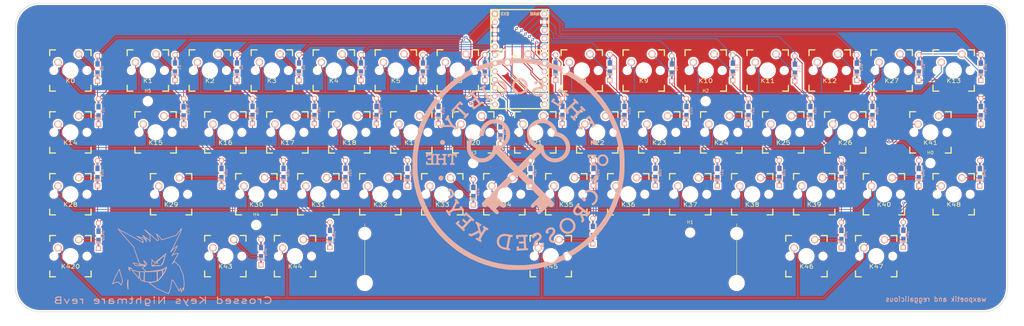
<source format=kicad_pcb>
(kicad_pcb (version 20171130) (host pcbnew "(5.0.0)")
  (layers (0 F.Cu signal) (31 B.Cu signal) (34 B.Paste user) (35 F.Paste user) (36 B.SilkS user) (37 F.SilkS user) (38 B.Mask user) (39 F.Mask user) (44 Edge.Cuts user))
  (net 0 "")
  (net 1 /col0)
  (net 2 /col1)
  (net 3 /col2)
  (net 4 /col3)
  (net 5 /col4)
  (net 6 /col5)
  (net 7 /col6)
  (net 8 /col7)
  (net 9 /col8)
  (net 10 /col9)
  (net 11 /col10)
  (net 12 /col11)
  (net 13 /col12)
  (net 14 /col13)
  (net 15 "Net-(D31-Pad1)")
  (net 16 "Net-(D32-Pad1)")
  (net 17 "Net-(D33-Pad1)")
  (net 18 "Net-(D34-Pad1)")
  (net 19 "Net-(D36-Pad1)")
  (net 20 "Net-(D37-Pad1)")
  (net 21 "Net-(D38-Pad1)")
  (net 22 "Net-(D43-Pad1)")
  (net 23 "Net-(D44-Pad1)")
  (net 24 "Net-(D45-Pad1)")
  (net 25 "Net-(D46-Pad1)")
  (net 26 "Net-(D47-Pad1)")
  (net 27 "Net-(D48-Pad1)")
  (net 28 "Net-(D420-Pad1)")
  (net 29 /row0)
  (net 30 /row1)
  (net 31 /row2)
  (net 32 /row3)
  (net 33 GND)
  (net 34 VCC)
  (net 35 "Net-(U0-Pad22)")
  (net 36 "Net-(U0-Pad24)")
  (module Keebio-Parts:ARDUINO_PRO_MICRO (layer F.Cu) (at 325.0184 107.21848 270)
    (fp_text reference U0 (at 0 1.625 270) (layer F.SilkS) (effects (font (size 1.27 1.524) (thickness 0.2032))))
    (fp_text value ProMicro hide)
    (fp_text user TX0 (at -13.9 4.5) (layer F.SilkS))
    (fp_text user RAW (at -13.9 -4.6) (layer F.SilkS))
    (fp_text user RAW (at -13.9 -4.7) (layer B.SilkS) (effects (justify mirror)))
    (fp_text user TX0 (at -13.9 4.6) (layer B.SilkS) (effects (justify mirror)))
    (pad 24 thru_hole circle (at -13.97 -7.62 270) (size 1.7526 1.7526) (drill 1.0922) (layers *.Cu *.SilkS *.Mask) (net 36 "Net-(U0-Pad24)"))
    (pad 12 thru_hole circle (at 13.97 7.62 270) (size 1.7526 1.7526) (drill 1.0922) (layers *.Cu *.SilkS *.Mask) (net 2 /col1))
    (pad 23 thru_hole circle (at -11.43 -7.62 270) (size 1.7526 1.7526) (drill 1.0922) (layers *.Cu *.SilkS *.Mask) (net 33 GND))
    (pad 22 thru_hole circle (at -8.89 -7.62 270) (size 1.7526 1.7526) (drill 1.0922) (layers *.Cu *.SilkS *.Mask) (net 35 "Net-(U0-Pad22)"))
    (pad 21 thru_hole circle (at -6.35 -7.62 270) (size 1.7526 1.7526) (drill 1.0922) (layers *.Cu *.SilkS *.Mask) (net 34 VCC))
    (pad 20 thru_hole circle (at -3.81 -7.62 270) (size 1.7526 1.7526) (drill 1.0922) (layers *.Cu *.SilkS *.Mask) (net 7 /col6))
    (pad 19 thru_hole circle (at -1.27 -7.62 270) (size 1.7526 1.7526) (drill 1.0922) (layers *.Cu *.SilkS *.Mask) (net 8 /col7))
    (pad 18 thru_hole circle (at 1.27 -7.62 270) (size 1.7526 1.7526) (drill 1.0922) (layers *.Cu *.SilkS *.Mask) (net 9 /col8))
    (pad 17 thru_hole circle (at 3.81 -7.62 270) (size 1.7526 1.7526) (drill 1.0922) (layers *.Cu *.SilkS *.Mask) (net 10 /col9))
    (pad 16 thru_hole circle (at 6.35 -7.62 270) (size 1.7526 1.7526) (drill 1.0922) (layers *.Cu *.SilkS *.Mask) (net 11 /col10))
    (pad 15 thru_hole circle (at 8.89 -7.62 270) (size 1.7526 1.7526) (drill 1.0922) (layers *.Cu *.SilkS *.Mask) (net 12 /col11))
    (pad 14 thru_hole circle (at 11.43 -7.62 270) (size 1.7526 1.7526) (drill 1.0922) (layers *.Cu *.SilkS *.Mask) (net 13 /col12))
    (pad 13 thru_hole circle (at 13.97 -7.62 270) (size 1.7526 1.7526) (drill 1.0922) (layers *.Cu *.SilkS *.Mask) (net 14 /col13))
    (pad 11 thru_hole circle (at 11.43 7.62 270) (size 1.7526 1.7526) (drill 1.0922) (layers *.Cu *.SilkS *.Mask) (net 1 /col0))
    (pad 10 thru_hole circle (at 8.89 7.62 270) (size 1.7526 1.7526) (drill 1.0922) (layers *.Cu *.SilkS *.Mask) (net 32 /row3))
    (pad 9 thru_hole circle (at 6.35 7.62 270) (size 1.7526 1.7526) (drill 1.0922) (layers *.Cu *.SilkS *.Mask) (net 31 /row2))
    (pad 8 thru_hole circle (at 3.81 7.62 270) (size 1.7526 1.7526) (drill 1.0922) (layers *.Cu *.SilkS *.Mask) (net 30 /row1))
    (pad 7 thru_hole circle (at 1.27 7.62 270) (size 1.7526 1.7526) (drill 1.0922) (layers *.Cu *.SilkS *.Mask) (net 29 /row0))
    (pad 6 thru_hole circle (at -1.27 7.62 270) (size 1.7526 1.7526) (drill 1.0922) (layers *.Cu *.SilkS *.Mask) (net 6 /col5))
    (pad 5 thru_hole circle (at -3.81 7.62 270) (size 1.7526 1.7526) (drill 1.0922) (layers *.Cu *.SilkS *.Mask) (net 5 /col4))
    (pad 4 thru_hole circle (at -6.35 7.62 270) (size 1.7526 1.7526) (drill 1.0922) (layers *.Cu *.SilkS *.Mask) (net 33 GND))
    (pad 3 thru_hole circle (at -8.89 7.62 270) (size 1.7526 1.7526) (drill 1.0922) (layers *.Cu *.SilkS *.Mask) (net 33 GND))
    (pad 2 thru_hole circle (at -11.43 7.62 270) (size 1.7526 1.7526) (drill 1.0922) (layers *.Cu *.SilkS *.Mask) (net 4 /col3))
    (pad 1 thru_hole rect (at -13.97 7.62 270) (size 1.7526 1.7526) (drill 1.0922) (layers *.Cu *.SilkS *.Mask) (net 3 /col2))
  )
  (module keebs:Gengar_Thicc (layer B.Cu) (at 211.3788 170.0276 180)
    (fp_text reference G*** hide)
    (fp_text value Gengar_Thicc hide)
  )
  (module keebs:crossedkeys (layer B.Cu) (at 324.6755 139.5222 180)
    (fp_text reference G*** hide)
    (fp_text value crossedkeys hide)
  )
  (module Keebio-Parts:MX_PCB_175H (layer F.Cu) (at 451.246496 129.778016)
    (fp_text reference K41 (at 0 3.175) (layer F.SilkS) (effects (font (size 1.27 1.524) (thickness 0.2032))))
    (fp_text value KEYSW hide)
    (pad HOLE np_thru_hole circle (at 5.08 0) (size 1.8 1.8) (drill 1.8) (layers *.Cu))
    (pad HOLE np_thru_hole circle (at -5.08 0) (size 1.8 1.8) (drill 1.8) (layers *.Cu))
    (pad HOLE np_thru_hole circle (at 0 0) (size 3.9878 3.9878) (drill 3.9878) (layers *.Cu))
    (pad 2 thru_hole circle (at -3.81 -2.54) (size 2.286 2.286) (drill 1.4986) (layers *.Cu *.SilkS *.Mask) (net 31 /row2))
    (pad 1 thru_hole circle (at 2.54 -5.08) (size 2.286 2.286) (drill 1.4986) (layers *.Cu *.SilkS *.Mask) (net 14 /col13))
  )
  (module Keebio-Parts:MX_PCB_100H (layer F.Cu) (at 425.052768 129.778016)
    (fp_text reference K26 (at 0 3.175) (layer F.SilkS) (effects (font (size 1.27 1.524) (thickness 0.2032))))
    (fp_text value KEYSW hide)
    (pad HOLE np_thru_hole circle (at 5.08 0) (size 1.8 1.8) (drill 1.8) (layers *.Cu))
    (pad HOLE np_thru_hole circle (at -5.08 0) (size 1.8 1.8) (drill 1.8) (layers *.Cu))
    (pad HOLE np_thru_hole circle (at 0 0) (size 3.9878 3.9878) (drill 3.9878) (layers *.Cu))
    (pad 2 thru_hole circle (at -3.81 -2.54) (size 2.286 2.286) (drill 1.4986) (layers *.Cu *.SilkS *.Mask) (net 30 /row1))
    (pad 1 thru_hole circle (at 2.54 -5.08) (size 2.286 2.286) (drill 1.4986) (layers *.Cu *.SilkS *.Mask) (net 13 /col12))
  )
  (module Keebio-Parts:Diode-dual (layer B.Cu) (at 195.262336 110.102248 270)
    (fp_text reference D0 (at -0.0254 -1.4 270) (layer B.SilkS) (effects (font (size 0.8 0.8)) (justify mirror)))
    (fp_text value 1N4148 hide)
    (pad 1 smd rect (at 2.7 0 270) (size 2.5 0.5) (layers B.Cu) (net 1 /col0))
    (pad 2 smd rect (at -2.7 0 270) (size 2.5 0.5) (layers B.Cu) (net 1 /col0))
    (pad 1 thru_hole rect (at 3.9 0 270) (size 1.6 1.6) (drill 1) (layers *.Cu *.Mask B.SilkS) (net 1 /col0))
    (pad 2 thru_hole circle (at -3.9 0 270) (size 1.6 1.6) (drill 1) (layers *.Cu *.Mask B.SilkS) (net 1 /col0))
    (pad 2 smd rect (at -1.4 0 270) (size 1.6 1.2) (layers B.Cu B.Paste B.Mask) (net 1 /col0))
    (pad 1 smd rect (at 1.4 0 270) (size 1.6 1.2) (layers B.Cu B.Paste B.Mask) (net 1 /col0))
    (pad 1 smd rect (at 2.7 0 270) (size 2.5 0.5) (layers F.Cu) (net 1 /col0))
    (pad 1 smd rect (at 1.4 0 270) (size 1.6 1.2) (layers F.Cu F.Paste F.Mask) (net 1 /col0))
    (pad 2 smd rect (at -1.4 0 270) (size 1.6 1.2) (layers F.Cu F.Paste F.Mask) (net 1 /col0))
    (pad 2 smd rect (at -2.7 0 270) (size 2.5 0.5) (layers F.Cu) (net 1 /col0))
  )
  (module Keebio-Parts:Diode-dual (layer B.Cu) (at 219.074816 109.804592 270)
    (fp_text reference D1 (at -0.0254 -1.4 270) (layer B.SilkS) (effects (font (size 0.8 0.8)) (justify mirror)))
    (fp_text value 1N4148 hide)
    (pad 1 smd rect (at 2.7 0 270) (size 2.5 0.5) (layers B.Cu) (net 2 /col1))
    (pad 2 smd rect (at -2.7 0 270) (size 2.5 0.5) (layers B.Cu) (net 2 /col1))
    (pad 1 thru_hole rect (at 3.9 0 270) (size 1.6 1.6) (drill 1) (layers *.Cu *.Mask B.SilkS) (net 2 /col1))
    (pad 2 thru_hole circle (at -3.9 0 270) (size 1.6 1.6) (drill 1) (layers *.Cu *.Mask B.SilkS) (net 2 /col1))
    (pad 2 smd rect (at -1.4 0 270) (size 1.6 1.2) (layers B.Cu B.Paste B.Mask) (net 2 /col1))
    (pad 1 smd rect (at 1.4 0 270) (size 1.6 1.2) (layers B.Cu B.Paste B.Mask) (net 2 /col1))
    (pad 1 smd rect (at 2.7 0 270) (size 2.5 0.5) (layers F.Cu) (net 2 /col1))
    (pad 1 smd rect (at 1.4 0 270) (size 1.6 1.2) (layers F.Cu F.Paste F.Mask) (net 2 /col1))
    (pad 2 smd rect (at -1.4 0 270) (size 1.6 1.2) (layers F.Cu F.Paste F.Mask) (net 2 /col1))
    (pad 2 smd rect (at -2.7 0 270) (size 2.5 0.5) (layers F.Cu) (net 2 /col1))
  )
  (module Keebio-Parts:Diode-dual (layer B.Cu) (at 238.1248 109.804592 270)
    (fp_text reference D2 (at -0.0254 -1.4 270) (layer B.SilkS) (effects (font (size 0.8 0.8)) (justify mirror)))
    (fp_text value 1N4148 hide)
    (pad 1 smd rect (at 2.7 0 270) (size 2.5 0.5) (layers B.Cu) (net 3 /col2))
    (pad 2 smd rect (at -2.7 0 270) (size 2.5 0.5) (layers B.Cu) (net 3 /col2))
    (pad 1 thru_hole rect (at 3.9 0 270) (size 1.6 1.6) (drill 1) (layers *.Cu *.Mask B.SilkS) (net 3 /col2))
    (pad 2 thru_hole circle (at -3.9 0 270) (size 1.6 1.6) (drill 1) (layers *.Cu *.Mask B.SilkS) (net 3 /col2))
    (pad 2 smd rect (at -1.4 0 270) (size 1.6 1.2) (layers B.Cu B.Paste B.Mask) (net 3 /col2))
    (pad 1 smd rect (at 1.4 0 270) (size 1.6 1.2) (layers B.Cu B.Paste B.Mask) (net 3 /col2))
    (pad 1 smd rect (at 2.7 0 270) (size 2.5 0.5) (layers F.Cu) (net 3 /col2))
    (pad 1 smd rect (at 1.4 0 270) (size 1.6 1.2) (layers F.Cu F.Paste F.Mask) (net 3 /col2))
    (pad 2 smd rect (at -1.4 0 270) (size 1.6 1.2) (layers F.Cu F.Paste F.Mask) (net 3 /col2))
    (pad 2 smd rect (at -2.7 0 270) (size 2.5 0.5) (layers F.Cu) (net 3 /col2))
  )
  (module Keebio-Parts:Diode-dual (layer B.Cu) (at 257.174784 109.804592 270)
    (fp_text reference D3 (at -0.0254 -1.4 270) (layer B.SilkS) (effects (font (size 0.8 0.8)) (justify mirror)))
    (fp_text value 1N4148 hide)
    (pad 1 smd rect (at 2.7 0 270) (size 2.5 0.5) (layers B.Cu) (net 4 /col3))
    (pad 2 smd rect (at -2.7 0 270) (size 2.5 0.5) (layers B.Cu) (net 4 /col3))
    (pad 1 thru_hole rect (at 3.9 0 270) (size 1.6 1.6) (drill 1) (layers *.Cu *.Mask B.SilkS) (net 4 /col3))
    (pad 2 thru_hole circle (at -3.9 0 270) (size 1.6 1.6) (drill 1) (layers *.Cu *.Mask B.SilkS) (net 4 /col3))
    (pad 2 smd rect (at -1.4 0 270) (size 1.6 1.2) (layers B.Cu B.Paste B.Mask) (net 4 /col3))
    (pad 1 smd rect (at 1.4 0 270) (size 1.6 1.2) (layers B.Cu B.Paste B.Mask) (net 4 /col3))
    (pad 1 smd rect (at 2.7 0 270) (size 2.5 0.5) (layers F.Cu) (net 4 /col3))
    (pad 1 smd rect (at 1.4 0 270) (size 1.6 1.2) (layers F.Cu F.Paste F.Mask) (net 4 /col3))
    (pad 2 smd rect (at -1.4 0 270) (size 1.6 1.2) (layers F.Cu F.Paste F.Mask) (net 4 /col3))
    (pad 2 smd rect (at -2.7 0 270) (size 2.5 0.5) (layers F.Cu) (net 4 /col3))
  )
  (module Keebio-Parts:Diode-dual (layer B.Cu) (at 276.224768 109.804592 270)
    (fp_text reference D4 (at -0.0254 -1.4 270) (layer B.SilkS) (effects (font (size 0.8 0.8)) (justify mirror)))
    (fp_text value 1N4148 hide)
    (pad 1 smd rect (at 2.7 0 270) (size 2.5 0.5) (layers B.Cu) (net 5 /col4))
    (pad 2 smd rect (at -2.7 0 270) (size 2.5 0.5) (layers B.Cu) (net 5 /col4))
    (pad 1 thru_hole rect (at 3.9 0 270) (size 1.6 1.6) (drill 1) (layers *.Cu *.Mask B.SilkS) (net 5 /col4))
    (pad 2 thru_hole circle (at -3.9 0 270) (size 1.6 1.6) (drill 1) (layers *.Cu *.Mask B.SilkS) (net 5 /col4))
    (pad 2 smd rect (at -1.4 0 270) (size 1.6 1.2) (layers B.Cu B.Paste B.Mask) (net 5 /col4))
    (pad 1 smd rect (at 1.4 0 270) (size 1.6 1.2) (layers B.Cu B.Paste B.Mask) (net 5 /col4))
    (pad 1 smd rect (at 2.7 0 270) (size 2.5 0.5) (layers F.Cu) (net 5 /col4))
    (pad 1 smd rect (at 1.4 0 270) (size 1.6 1.2) (layers F.Cu F.Paste F.Mask) (net 5 /col4))
    (pad 2 smd rect (at -1.4 0 270) (size 1.6 1.2) (layers F.Cu F.Paste F.Mask) (net 5 /col4))
    (pad 2 smd rect (at -2.7 0 270) (size 2.5 0.5) (layers F.Cu) (net 5 /col4))
  )
  (module Keebio-Parts:Diode-dual (layer B.Cu) (at 295.274752 109.804592 270)
    (fp_text reference D5 (at -0.0254 -1.4 270) (layer B.SilkS) (effects (font (size 0.8 0.8)) (justify mirror)))
    (fp_text value 1N4148 hide)
    (pad 2 smd rect (at -2.7 0 270) (size 2.5 0.5) (layers F.Cu) (net 6 /col5))
    (pad 2 smd rect (at -1.4 0 270) (size 1.6 1.2) (layers F.Cu F.Paste F.Mask) (net 6 /col5))
    (pad 1 smd rect (at 1.4 0 270) (size 1.6 1.2) (layers F.Cu F.Paste F.Mask) (net 6 /col5))
    (pad 1 smd rect (at 2.7 0 270) (size 2.5 0.5) (layers F.Cu) (net 6 /col5))
    (pad 1 smd rect (at 1.4 0 270) (size 1.6 1.2) (layers B.Cu B.Paste B.Mask) (net 6 /col5))
    (pad 2 smd rect (at -1.4 0 270) (size 1.6 1.2) (layers B.Cu B.Paste B.Mask) (net 6 /col5))
    (pad 2 thru_hole circle (at -3.9 0 270) (size 1.6 1.6) (drill 1) (layers *.Cu *.Mask B.SilkS) (net 6 /col5))
    (pad 1 thru_hole rect (at 3.9 0 270) (size 1.6 1.6) (drill 1) (layers *.Cu *.Mask B.SilkS) (net 6 /col5))
    (pad 2 smd rect (at -2.7 0 270) (size 2.5 0.5) (layers B.Cu) (net 6 /col5))
    (pad 1 smd rect (at 2.7 0 270) (size 2.5 0.5) (layers B.Cu) (net 6 /col5))
  )
  (module Keebio-Parts:Diode-dual (layer B.Cu) (at 314.324736 109.835064 270)
    (fp_text reference D6 (at -0.0254 -1.4 270) (layer B.SilkS) (effects (font (size 0.8 0.8)) (justify mirror)))
    (fp_text value 1N4148 hide)
    (pad 1 smd rect (at 2.7 0 270) (size 2.5 0.5) (layers B.Cu) (net 7 /col6))
    (pad 2 smd rect (at -2.7 0 270) (size 2.5 0.5) (layers B.Cu) (net 7 /col6))
    (pad 1 thru_hole rect (at 3.9 0 270) (size 1.6 1.6) (drill 1) (layers *.Cu *.Mask B.SilkS) (net 7 /col6))
    (pad 2 thru_hole circle (at -3.9 0 270) (size 1.6 1.6) (drill 1) (layers *.Cu *.Mask B.SilkS) (net 7 /col6))
    (pad 2 smd rect (at -1.4 0 270) (size 1.6 1.2) (layers B.Cu B.Paste B.Mask) (net 7 /col6))
    (pad 1 smd rect (at 1.4 0 270) (size 1.6 1.2) (layers B.Cu B.Paste B.Mask) (net 7 /col6))
    (pad 1 smd rect (at 2.7 0 270) (size 2.5 0.5) (layers F.Cu) (net 7 /col6))
    (pad 1 smd rect (at 1.4 0 270) (size 1.6 1.2) (layers F.Cu F.Paste F.Mask) (net 7 /col6))
    (pad 2 smd rect (at -1.4 0 270) (size 1.6 1.2) (layers F.Cu F.Paste F.Mask) (net 7 /col6))
    (pad 2 smd rect (at -2.7 0 270) (size 2.5 0.5) (layers F.Cu) (net 7 /col6))
  )
  (module Keebio-Parts:Diode-dual (layer B.Cu) (at 336.053624 109.835064 270)
    (fp_text reference D7 (at -0.0254 -1.4 270) (layer B.SilkS) (effects (font (size 0.8 0.8)) (justify mirror)))
    (fp_text value 1N4148 hide)
    (pad 1 smd rect (at 2.7 0 270) (size 2.5 0.5) (layers B.Cu) (net 8 /col7))
    (pad 2 smd rect (at -2.7 0 270) (size 2.5 0.5) (layers B.Cu) (net 8 /col7))
    (pad 1 thru_hole rect (at 3.9 0 270) (size 1.6 1.6) (drill 1) (layers *.Cu *.Mask B.SilkS) (net 8 /col7))
    (pad 2 thru_hole circle (at -3.9 0 270) (size 1.6 1.6) (drill 1) (layers *.Cu *.Mask B.SilkS) (net 8 /col7))
    (pad 2 smd rect (at -1.4 0 270) (size 1.6 1.2) (layers B.Cu B.Paste B.Mask) (net 8 /col7))
    (pad 1 smd rect (at 1.4 0 270) (size 1.6 1.2) (layers B.Cu B.Paste B.Mask) (net 8 /col7))
    (pad 1 smd rect (at 2.7 0 270) (size 2.5 0.5) (layers F.Cu) (net 8 /col7))
    (pad 1 smd rect (at 1.4 0 270) (size 1.6 1.2) (layers F.Cu F.Paste F.Mask) (net 8 /col7))
    (pad 2 smd rect (at -1.4 0 270) (size 1.6 1.2) (layers F.Cu F.Paste F.Mask) (net 8 /col7))
    (pad 2 smd rect (at -2.7 0 270) (size 2.5 0.5) (layers F.Cu) (net 8 /col7))
  )
  (module Keebio-Parts:Diode-dual (layer B.Cu) (at 352.72236 109.804592 270)
    (fp_text reference D8 (at -0.0254 -1.4 270) (layer B.SilkS) (effects (font (size 0.8 0.8)) (justify mirror)))
    (fp_text value 1N4148 hide)
    (pad 2 smd rect (at -2.7 0 270) (size 2.5 0.5) (layers F.Cu) (net 9 /col8))
    (pad 2 smd rect (at -1.4 0 270) (size 1.6 1.2) (layers F.Cu F.Paste F.Mask) (net 9 /col8))
    (pad 1 smd rect (at 1.4 0 270) (size 1.6 1.2) (layers F.Cu F.Paste F.Mask) (net 9 /col8))
    (pad 1 smd rect (at 2.7 0 270) (size 2.5 0.5) (layers F.Cu) (net 9 /col8))
    (pad 1 smd rect (at 1.4 0 270) (size 1.6 1.2) (layers B.Cu B.Paste B.Mask) (net 9 /col8))
    (pad 2 smd rect (at -1.4 0 270) (size 1.6 1.2) (layers B.Cu B.Paste B.Mask) (net 9 /col8))
    (pad 2 thru_hole circle (at -3.9 0 270) (size 1.6 1.6) (drill 1) (layers *.Cu *.Mask B.SilkS) (net 9 /col8))
    (pad 1 thru_hole rect (at 3.9 0 270) (size 1.6 1.6) (drill 1) (layers *.Cu *.Mask B.SilkS) (net 9 /col8))
    (pad 2 smd rect (at -2.7 0 270) (size 2.5 0.5) (layers B.Cu) (net 9 /col8))
    (pad 1 smd rect (at 2.7 0 270) (size 2.5 0.5) (layers B.Cu) (net 9 /col8))
  )
  (module Keebio-Parts:Diode-dual (layer B.Cu) (at 371.772344 110.102248 270)
    (fp_text reference D9 (at -0.0254 -1.4 270) (layer B.SilkS) (effects (font (size 0.8 0.8)) (justify mirror)))
    (fp_text value 1N4148 hide)
    (pad 2 smd rect (at -2.7 0 270) (size 2.5 0.5) (layers F.Cu) (net 10 /col9))
    (pad 2 smd rect (at -1.4 0 270) (size 1.6 1.2) (layers F.Cu F.Paste F.Mask) (net 10 /col9))
    (pad 1 smd rect (at 1.4 0 270) (size 1.6 1.2) (layers F.Cu F.Paste F.Mask) (net 10 /col9))
    (pad 1 smd rect (at 2.7 0 270) (size 2.5 0.5) (layers F.Cu) (net 10 /col9))
    (pad 1 smd rect (at 1.4 0 270) (size 1.6 1.2) (layers B.Cu B.Paste B.Mask) (net 10 /col9))
    (pad 2 smd rect (at -1.4 0 270) (size 1.6 1.2) (layers B.Cu B.Paste B.Mask) (net 10 /col9))
    (pad 2 thru_hole circle (at -3.9 0 270) (size 1.6 1.6) (drill 1) (layers *.Cu *.Mask B.SilkS) (net 10 /col9))
    (pad 1 thru_hole rect (at 3.9 0 270) (size 1.6 1.6) (drill 1) (layers *.Cu *.Mask B.SilkS) (net 10 /col9))
    (pad 2 smd rect (at -2.7 0 270) (size 2.5 0.5) (layers B.Cu) (net 10 /col9))
    (pad 1 smd rect (at 2.7 0 270) (size 2.5 0.5) (layers B.Cu) (net 10 /col9))
  )
  (module Keebio-Parts:Diode-dual (layer B.Cu) (at 390.524672 109.865536 270)
    (fp_text reference D10 (at -0.0254 -1.4 270) (layer B.SilkS) (effects (font (size 0.8 0.8)) (justify mirror)))
    (fp_text value 1N4148 hide)
    (pad 1 smd rect (at 2.7 0 270) (size 2.5 0.5) (layers B.Cu) (net 11 /col10))
    (pad 2 smd rect (at -2.7 0 270) (size 2.5 0.5) (layers B.Cu) (net 11 /col10))
    (pad 1 thru_hole rect (at 3.9 0 270) (size 1.6 1.6) (drill 1) (layers *.Cu *.Mask B.SilkS) (net 11 /col10))
    (pad 2 thru_hole circle (at -3.9 0 270) (size 1.6 1.6) (drill 1) (layers *.Cu *.Mask B.SilkS) (net 11 /col10))
    (pad 2 smd rect (at -1.4 0 270) (size 1.6 1.2) (layers B.Cu B.Paste B.Mask) (net 11 /col10))
    (pad 1 smd rect (at 1.4 0 270) (size 1.6 1.2) (layers B.Cu B.Paste B.Mask) (net 11 /col10))
    (pad 1 smd rect (at 2.7 0 270) (size 2.5 0.5) (layers F.Cu) (net 11 /col10))
    (pad 1 smd rect (at 1.4 0 270) (size 1.6 1.2) (layers F.Cu F.Paste F.Mask) (net 11 /col10))
    (pad 2 smd rect (at -1.4 0 270) (size 1.6 1.2) (layers F.Cu F.Paste F.Mask) (net 11 /col10))
    (pad 2 smd rect (at -2.7 0 270) (size 2.5 0.5) (layers F.Cu) (net 11 /col10))
  )
  (module Keebio-Parts:Diode-dual (layer B.Cu) (at 409.574656 110.163192 270)
    (fp_text reference D11 (at -0.0254 -1.4 270) (layer B.SilkS) (effects (font (size 0.8 0.8)) (justify mirror)))
    (fp_text value 1N4148 hide)
    (pad 2 smd rect (at -2.7 0 270) (size 2.5 0.5) (layers F.Cu) (net 12 /col11))
    (pad 2 smd rect (at -1.4 0 270) (size 1.6 1.2) (layers F.Cu F.Paste F.Mask) (net 12 /col11))
    (pad 1 smd rect (at 1.4 0 270) (size 1.6 1.2) (layers F.Cu F.Paste F.Mask) (net 12 /col11))
    (pad 1 smd rect (at 2.7 0 270) (size 2.5 0.5) (layers F.Cu) (net 12 /col11))
    (pad 1 smd rect (at 1.4 0 270) (size 1.6 1.2) (layers B.Cu B.Paste B.Mask) (net 12 /col11))
    (pad 2 smd rect (at -1.4 0 270) (size 1.6 1.2) (layers B.Cu B.Paste B.Mask) (net 12 /col11))
    (pad 2 thru_hole circle (at -3.9 0 270) (size 1.6 1.6) (drill 1) (layers *.Cu *.Mask B.SilkS) (net 12 /col11))
    (pad 1 thru_hole rect (at 3.9 0 270) (size 1.6 1.6) (drill 1) (layers *.Cu *.Mask B.SilkS) (net 12 /col11))
    (pad 2 smd rect (at -2.7 0 270) (size 2.5 0.5) (layers B.Cu) (net 12 /col11))
    (pad 1 smd rect (at 2.7 0 270) (size 2.5 0.5) (layers B.Cu) (net 12 /col11))
  )
  (module Keebio-Parts:Diode-dual (layer B.Cu) (at 428.62464 109.865536 270)
    (fp_text reference D12 (at -0.0254 -1.4 270) (layer B.SilkS) (effects (font (size 0.8 0.8)) (justify mirror)))
    (fp_text value 1N4148 hide)
    (pad 1 smd rect (at 2.7 0 270) (size 2.5 0.5) (layers B.Cu) (net 13 /col12))
    (pad 2 smd rect (at -2.7 0 270) (size 2.5 0.5) (layers B.Cu) (net 13 /col12))
    (pad 1 thru_hole rect (at 3.9 0 270) (size 1.6 1.6) (drill 1) (layers *.Cu *.Mask B.SilkS) (net 13 /col12))
    (pad 2 thru_hole circle (at -3.9 0 270) (size 1.6 1.6) (drill 1) (layers *.Cu *.Mask B.SilkS) (net 13 /col12))
    (pad 2 smd rect (at -1.4 0 270) (size 1.6 1.2) (layers B.Cu B.Paste B.Mask) (net 13 /col12))
    (pad 1 smd rect (at 1.4 0 270) (size 1.6 1.2) (layers B.Cu B.Paste B.Mask) (net 13 /col12))
    (pad 1 smd rect (at 2.7 0 270) (size 2.5 0.5) (layers F.Cu) (net 13 /col12))
    (pad 1 smd rect (at 1.4 0 270) (size 1.6 1.2) (layers F.Cu F.Paste F.Mask) (net 13 /col12))
    (pad 2 smd rect (at -1.4 0 270) (size 1.6 1.2) (layers F.Cu F.Paste F.Mask) (net 13 /col12))
    (pad 2 smd rect (at -2.7 0 270) (size 2.5 0.5) (layers F.Cu) (net 13 /col12))
  )
  (module Keebio-Parts:Diode-dual (layer B.Cu) (at 466.724608 109.865536 270)
    (fp_text reference D13 (at -0.0254 -1.4 270) (layer B.SilkS) (effects (font (size 0.8 0.8)) (justify mirror)))
    (fp_text value 1N4148 hide)
    (pad 1 smd rect (at 2.7 0 270) (size 2.5 0.5) (layers B.Cu) (net 14 /col13))
    (pad 2 smd rect (at -2.7 0 270) (size 2.5 0.5) (layers B.Cu) (net 14 /col13))
    (pad 1 thru_hole rect (at 3.9 0 270) (size 1.6 1.6) (drill 1) (layers *.Cu *.Mask B.SilkS) (net 14 /col13))
    (pad 2 thru_hole circle (at -3.9 0 270) (size 1.6 1.6) (drill 1) (layers *.Cu *.Mask B.SilkS) (net 14 /col13))
    (pad 2 smd rect (at -1.4 0 270) (size 1.6 1.2) (layers B.Cu B.Paste B.Mask) (net 14 /col13))
    (pad 1 smd rect (at 1.4 0 270) (size 1.6 1.2) (layers B.Cu B.Paste B.Mask) (net 14 /col13))
    (pad 1 smd rect (at 2.7 0 270) (size 2.5 0.5) (layers F.Cu) (net 14 /col13))
    (pad 1 smd rect (at 1.4 0 270) (size 1.6 1.2) (layers F.Cu F.Paste F.Mask) (net 14 /col13))
    (pad 2 smd rect (at -1.4 0 270) (size 1.6 1.2) (layers F.Cu F.Paste F.Mask) (net 14 /col13))
    (pad 2 smd rect (at -2.7 0 270) (size 2.5 0.5) (layers F.Cu) (net 14 /col13))
  )
  (module Keebio-Parts:Diode-dual (layer B.Cu) (at 195.559992 123.317864 270)
    (fp_text reference D14 (at -0.0254 -1.4 270) (layer B.SilkS) (effects (font (size 0.8 0.8)) (justify mirror)))
    (fp_text value 1N4148 hide)
    (pad 1 smd rect (at 2.7 0 270) (size 2.5 0.5) (layers B.Cu) (net 1 /col0))
    (pad 2 smd rect (at -2.7 0 270) (size 2.5 0.5) (layers B.Cu) (net 1 /col0))
    (pad 1 thru_hole rect (at 3.9 0 270) (size 1.6 1.6) (drill 1) (layers *.Cu *.Mask B.SilkS) (net 1 /col0))
    (pad 2 thru_hole circle (at -3.9 0 270) (size 1.6 1.6) (drill 1) (layers *.Cu *.Mask B.SilkS) (net 1 /col0))
    (pad 2 smd rect (at -1.4 0 270) (size 1.6 1.2) (layers B.Cu B.Paste B.Mask) (net 1 /col0))
    (pad 1 smd rect (at 1.4 0 270) (size 1.6 1.2) (layers B.Cu B.Paste B.Mask) (net 1 /col0))
    (pad 1 smd rect (at 2.7 0 270) (size 2.5 0.5) (layers F.Cu) (net 1 /col0))
    (pad 1 smd rect (at 1.4 0 270) (size 1.6 1.2) (layers F.Cu F.Paste F.Mask) (net 1 /col0))
    (pad 2 smd rect (at -1.4 0 270) (size 1.6 1.2) (layers F.Cu F.Paste F.Mask) (net 1 /col0))
    (pad 2 smd rect (at -2.7 0 270) (size 2.5 0.5) (layers F.Cu) (net 1 /col0))
  )
  (module Keebio-Parts:Diode-dual (layer B.Cu) (at 221.75372 123.317864 270)
    (fp_text reference D15 (at -0.0254 -1.4 270) (layer B.SilkS) (effects (font (size 0.8 0.8)) (justify mirror)))
    (fp_text value 1N4148 hide)
    (pad 2 smd rect (at -2.7 0 270) (size 2.5 0.5) (layers F.Cu) (net 2 /col1))
    (pad 2 smd rect (at -1.4 0 270) (size 1.6 1.2) (layers F.Cu F.Paste F.Mask) (net 2 /col1))
    (pad 1 smd rect (at 1.4 0 270) (size 1.6 1.2) (layers F.Cu F.Paste F.Mask) (net 2 /col1))
    (pad 1 smd rect (at 2.7 0 270) (size 2.5 0.5) (layers F.Cu) (net 2 /col1))
    (pad 1 smd rect (at 1.4 0 270) (size 1.6 1.2) (layers B.Cu B.Paste B.Mask) (net 2 /col1))
    (pad 2 smd rect (at -1.4 0 270) (size 1.6 1.2) (layers B.Cu B.Paste B.Mask) (net 2 /col1))
    (pad 2 thru_hole circle (at -3.9 0 270) (size 1.6 1.6) (drill 1) (layers *.Cu *.Mask B.SilkS) (net 2 /col1))
    (pad 1 thru_hole rect (at 3.9 0 270) (size 1.6 1.6) (drill 1) (layers *.Cu *.Mask B.SilkS) (net 2 /col1))
    (pad 2 smd rect (at -2.7 0 270) (size 2.5 0.5) (layers B.Cu) (net 2 /col1))
    (pad 1 smd rect (at 2.7 0 270) (size 2.5 0.5) (layers B.Cu) (net 2 /col1))
  )
  (module Keebio-Parts:Diode-dual (layer B.Cu) (at 242.887296 123.199112 270)
    (fp_text reference D16 (at -0.0254 -1.4 270) (layer B.SilkS) (effects (font (size 0.8 0.8)) (justify mirror)))
    (fp_text value 1N4148 hide)
    (pad 1 smd rect (at 2.7 0 270) (size 2.5 0.5) (layers B.Cu) (net 3 /col2))
    (pad 2 smd rect (at -2.7 0 270) (size 2.5 0.5) (layers B.Cu) (net 3 /col2))
    (pad 1 thru_hole rect (at 3.9 0 270) (size 1.6 1.6) (drill 1) (layers *.Cu *.Mask B.SilkS) (net 3 /col2))
    (pad 2 thru_hole circle (at -3.9 0 270) (size 1.6 1.6) (drill 1) (layers *.Cu *.Mask B.SilkS) (net 3 /col2))
    (pad 2 smd rect (at -1.4 0 270) (size 1.6 1.2) (layers B.Cu B.Paste B.Mask) (net 3 /col2))
    (pad 1 smd rect (at 1.4 0 270) (size 1.6 1.2) (layers B.Cu B.Paste B.Mask) (net 3 /col2))
    (pad 1 smd rect (at 2.7 0 270) (size 2.5 0.5) (layers F.Cu) (net 3 /col2))
    (pad 1 smd rect (at 1.4 0 270) (size 1.6 1.2) (layers F.Cu F.Paste F.Mask) (net 3 /col2))
    (pad 2 smd rect (at -1.4 0 270) (size 1.6 1.2) (layers F.Cu F.Paste F.Mask) (net 3 /col2))
    (pad 2 smd rect (at -2.7 0 270) (size 2.5 0.5) (layers F.Cu) (net 3 /col2))
  )
  (module Keebio-Parts:Diode-dual (layer B.Cu) (at 261.93728 123.199112 270)
    (fp_text reference D17 (at -0.0254 -1.4 270) (layer B.SilkS) (effects (font (size 0.8 0.8)) (justify mirror)))
    (fp_text value 1N4148 hide)
    (pad 2 smd rect (at -2.7 0 270) (size 2.5 0.5) (layers F.Cu) (net 4 /col3))
    (pad 2 smd rect (at -1.4 0 270) (size 1.6 1.2) (layers F.Cu F.Paste F.Mask) (net 4 /col3))
    (pad 1 smd rect (at 1.4 0 270) (size 1.6 1.2) (layers F.Cu F.Paste F.Mask) (net 4 /col3))
    (pad 1 smd rect (at 2.7 0 270) (size 2.5 0.5) (layers F.Cu) (net 4 /col3))
    (pad 1 smd rect (at 1.4 0 270) (size 1.6 1.2) (layers B.Cu B.Paste B.Mask) (net 4 /col3))
    (pad 2 smd rect (at -1.4 0 270) (size 1.6 1.2) (layers B.Cu B.Paste B.Mask) (net 4 /col3))
    (pad 2 thru_hole circle (at -3.9 0 270) (size 1.6 1.6) (drill 1) (layers *.Cu *.Mask B.SilkS) (net 4 /col3))
    (pad 1 thru_hole rect (at 3.9 0 270) (size 1.6 1.6) (drill 1) (layers *.Cu *.Mask B.SilkS) (net 4 /col3))
    (pad 2 smd rect (at -2.7 0 270) (size 2.5 0.5) (layers B.Cu) (net 4 /col3))
    (pad 1 smd rect (at 2.7 0 270) (size 2.5 0.5) (layers B.Cu) (net 4 /col3))
  )
  (module Keebio-Parts:Diode-dual (layer B.Cu) (at 280.987264 123.199112 270)
    (fp_text reference D18 (at -0.0254 -1.4 270) (layer B.SilkS) (effects (font (size 0.8 0.8)) (justify mirror)))
    (fp_text value 1N4148 hide)
    (pad 1 smd rect (at 2.7 0 270) (size 2.5 0.5) (layers B.Cu) (net 5 /col4))
    (pad 2 smd rect (at -2.7 0 270) (size 2.5 0.5) (layers B.Cu) (net 5 /col4))
    (pad 1 thru_hole rect (at 3.9 0 270) (size 1.6 1.6) (drill 1) (layers *.Cu *.Mask B.SilkS) (net 5 /col4))
    (pad 2 thru_hole circle (at -3.9 0 270) (size 1.6 1.6) (drill 1) (layers *.Cu *.Mask B.SilkS) (net 5 /col4))
    (pad 2 smd rect (at -1.4 0 270) (size 1.6 1.2) (layers B.Cu B.Paste B.Mask) (net 5 /col4))
    (pad 1 smd rect (at 1.4 0 270) (size 1.6 1.2) (layers B.Cu B.Paste B.Mask) (net 5 /col4))
    (pad 1 smd rect (at 2.7 0 270) (size 2.5 0.5) (layers F.Cu) (net 5 /col4))
    (pad 1 smd rect (at 1.4 0 270) (size 1.6 1.2) (layers F.Cu F.Paste F.Mask) (net 5 /col4))
    (pad 2 smd rect (at -1.4 0 270) (size 1.6 1.2) (layers F.Cu F.Paste F.Mask) (net 5 /col4))
    (pad 2 smd rect (at -2.7 0 270) (size 2.5 0.5) (layers F.Cu) (net 5 /col4))
  )
  (module Keebio-Parts:Diode-dual (layer B.Cu) (at 300.037248 123.199112 270)
    (fp_text reference D19 (at -0.0254 -1.4 270) (layer B.SilkS) (effects (font (size 0.8 0.8)) (justify mirror)))
    (fp_text value 1N4148 hide)
    (pad 1 smd rect (at 2.7 0 270) (size 2.5 0.5) (layers B.Cu) (net 6 /col5))
    (pad 2 smd rect (at -2.7 0 270) (size 2.5 0.5) (layers B.Cu) (net 6 /col5))
    (pad 1 thru_hole rect (at 3.9 0 270) (size 1.6 1.6) (drill 1) (layers *.Cu *.Mask B.SilkS) (net 6 /col5))
    (pad 2 thru_hole circle (at -3.9 0 270) (size 1.6 1.6) (drill 1) (layers *.Cu *.Mask B.SilkS) (net 6 /col5))
    (pad 2 smd rect (at -1.4 0 270) (size 1.6 1.2) (layers B.Cu B.Paste B.Mask) (net 6 /col5))
    (pad 1 smd rect (at 1.4 0 270) (size 1.6 1.2) (layers B.Cu B.Paste B.Mask) (net 6 /col5))
    (pad 1 smd rect (at 2.7 0 270) (size 2.5 0.5) (layers F.Cu) (net 6 /col5))
    (pad 1 smd rect (at 1.4 0 270) (size 1.6 1.2) (layers F.Cu F.Paste F.Mask) (net 6 /col5))
    (pad 2 smd rect (at -1.4 0 270) (size 1.6 1.2) (layers F.Cu F.Paste F.Mask) (net 6 /col5))
    (pad 2 smd rect (at -2.7 0 270) (size 2.5 0.5) (layers F.Cu) (net 6 /col5))
  )
  (module Keebio-Parts:Diode-dual (layer B.Cu) (at 319.087232 129.449888 270)
    (fp_text reference D20 (at -0.0254 -1.4 270) (layer B.SilkS) (effects (font (size 0.8 0.8)) (justify mirror)))
    (fp_text value 1N4148 hide)
    (pad 2 smd rect (at -2.7 0 270) (size 2.5 0.5) (layers F.Cu) (net 7 /col6))
    (pad 2 smd rect (at -1.4 0 270) (size 1.6 1.2) (layers F.Cu F.Paste F.Mask) (net 7 /col6))
    (pad 1 smd rect (at 1.4 0 270) (size 1.6 1.2) (layers F.Cu F.Paste F.Mask) (net 7 /col6))
    (pad 1 smd rect (at 2.7 0 270) (size 2.5 0.5) (layers F.Cu) (net 7 /col6))
    (pad 1 smd rect (at 1.4 0 270) (size 1.6 1.2) (layers B.Cu B.Paste B.Mask) (net 7 /col6))
    (pad 2 smd rect (at -1.4 0 270) (size 1.6 1.2) (layers B.Cu B.Paste B.Mask) (net 7 /col6))
    (pad 2 thru_hole circle (at -3.9 0 270) (size 1.6 1.6) (drill 1) (layers *.Cu *.Mask B.SilkS) (net 7 /col6))
    (pad 1 thru_hole rect (at 3.9 0 270) (size 1.6 1.6) (drill 1) (layers *.Cu *.Mask B.SilkS) (net 7 /col6))
    (pad 2 smd rect (at -2.7 0 270) (size 2.5 0.5) (layers B.Cu) (net 7 /col6))
    (pad 1 smd rect (at 2.7 0 270) (size 2.5 0.5) (layers B.Cu) (net 7 /col6))
  )
  (module Keebio-Parts:Diode-dual (layer B.Cu) (at 338.137216 123.199112 270)
    (fp_text reference D21 (at -0.0254 -1.4 270) (layer B.SilkS) (effects (font (size 0.8 0.8)) (justify mirror)))
    (fp_text value 1N4148 hide)
    (pad 2 smd rect (at -2.7 0 270) (size 2.5 0.5) (layers F.Cu) (net 8 /col7))
    (pad 2 smd rect (at -1.4 0 270) (size 1.6 1.2) (layers F.Cu F.Paste F.Mask) (net 8 /col7))
    (pad 1 smd rect (at 1.4 0 270) (size 1.6 1.2) (layers F.Cu F.Paste F.Mask) (net 8 /col7))
    (pad 1 smd rect (at 2.7 0 270) (size 2.5 0.5) (layers F.Cu) (net 8 /col7))
    (pad 1 smd rect (at 1.4 0 270) (size 1.6 1.2) (layers B.Cu B.Paste B.Mask) (net 8 /col7))
    (pad 2 smd rect (at -1.4 0 270) (size 1.6 1.2) (layers B.Cu B.Paste B.Mask) (net 8 /col7))
    (pad 2 thru_hole circle (at -3.9 0 270) (size 1.6 1.6) (drill 1) (layers *.Cu *.Mask B.SilkS) (net 8 /col7))
    (pad 1 thru_hole rect (at 3.9 0 270) (size 1.6 1.6) (drill 1) (layers *.Cu *.Mask B.SilkS) (net 8 /col7))
    (pad 2 smd rect (at -2.7 0 270) (size 2.5 0.5) (layers B.Cu) (net 8 /col7))
    (pad 1 smd rect (at 2.7 0 270) (size 2.5 0.5) (layers B.Cu) (net 8 /col7))
  )
  (module Keebio-Parts:Diode-dual (layer B.Cu) (at 357.1872 123.199112 270)
    (fp_text reference D22 (at -0.0254 -1.4 270) (layer B.SilkS) (effects (font (size 0.8 0.8)) (justify mirror)))
    (fp_text value 1N4148 hide)
    (pad 2 smd rect (at -2.7 0 270) (size 2.5 0.5) (layers F.Cu) (net 9 /col8))
    (pad 2 smd rect (at -1.4 0 270) (size 1.6 1.2) (layers F.Cu F.Paste F.Mask) (net 9 /col8))
    (pad 1 smd rect (at 1.4 0 270) (size 1.6 1.2) (layers F.Cu F.Paste F.Mask) (net 9 /col8))
    (pad 1 smd rect (at 2.7 0 270) (size 2.5 0.5) (layers F.Cu) (net 9 /col8))
    (pad 1 smd rect (at 1.4 0 270) (size 1.6 1.2) (layers B.Cu B.Paste B.Mask) (net 9 /col8))
    (pad 2 smd rect (at -1.4 0 270) (size 1.6 1.2) (layers B.Cu B.Paste B.Mask) (net 9 /col8))
    (pad 2 thru_hole circle (at -3.9 0 270) (size 1.6 1.6) (drill 1) (layers *.Cu *.Mask B.SilkS) (net 9 /col8))
    (pad 1 thru_hole rect (at 3.9 0 270) (size 1.6 1.6) (drill 1) (layers *.Cu *.Mask B.SilkS) (net 9 /col8))
    (pad 2 smd rect (at -2.7 0 270) (size 2.5 0.5) (layers B.Cu) (net 9 /col8))
    (pad 1 smd rect (at 2.7 0 270) (size 2.5 0.5) (layers B.Cu) (net 9 /col8))
  )
  (module Keebio-Parts:Diode-dual (layer B.Cu) (at 376.237184 123.199112 270)
    (fp_text reference D23 (at -0.0254 -1.4 270) (layer B.SilkS) (effects (font (size 0.8 0.8)) (justify mirror)))
    (fp_text value 1N4148 hide)
    (pad 2 smd rect (at -2.7 0 270) (size 2.5 0.5) (layers F.Cu) (net 10 /col9))
    (pad 2 smd rect (at -1.4 0 270) (size 1.6 1.2) (layers F.Cu F.Paste F.Mask) (net 10 /col9))
    (pad 1 smd rect (at 1.4 0 270) (size 1.6 1.2) (layers F.Cu F.Paste F.Mask) (net 10 /col9))
    (pad 1 smd rect (at 2.7 0 270) (size 2.5 0.5) (layers F.Cu) (net 10 /col9))
    (pad 1 smd rect (at 1.4 0 270) (size 1.6 1.2) (layers B.Cu B.Paste B.Mask) (net 10 /col9))
    (pad 2 smd rect (at -1.4 0 270) (size 1.6 1.2) (layers B.Cu B.Paste B.Mask) (net 10 /col9))
    (pad 2 thru_hole circle (at -3.9 0 270) (size 1.6 1.6) (drill 1) (layers *.Cu *.Mask B.SilkS) (net 10 /col9))
    (pad 1 thru_hole rect (at 3.9 0 270) (size 1.6 1.6) (drill 1) (layers *.Cu *.Mask B.SilkS) (net 10 /col9))
    (pad 2 smd rect (at -2.7 0 270) (size 2.5 0.5) (layers B.Cu) (net 10 /col9))
    (pad 1 smd rect (at 2.7 0 270) (size 2.5 0.5) (layers B.Cu) (net 10 /col9))
  )
  (module Keebio-Parts:Diode-dual (layer B.Cu) (at 395.287168 123.260056 270)
    (fp_text reference D24 (at -0.0254 -1.4 270) (layer B.SilkS) (effects (font (size 0.8 0.8)) (justify mirror)))
    (fp_text value 1N4148 hide)
    (pad 1 smd rect (at 2.7 0 270) (size 2.5 0.5) (layers B.Cu) (net 11 /col10))
    (pad 2 smd rect (at -2.7 0 270) (size 2.5 0.5) (layers B.Cu) (net 11 /col10))
    (pad 1 thru_hole rect (at 3.9 0 270) (size 1.6 1.6) (drill 1) (layers *.Cu *.Mask B.SilkS) (net 11 /col10))
    (pad 2 thru_hole circle (at -3.9 0 270) (size 1.6 1.6) (drill 1) (layers *.Cu *.Mask B.SilkS) (net 11 /col10))
    (pad 2 smd rect (at -1.4 0 270) (size 1.6 1.2) (layers B.Cu B.Paste B.Mask) (net 11 /col10))
    (pad 1 smd rect (at 1.4 0 270) (size 1.6 1.2) (layers B.Cu B.Paste B.Mask) (net 11 /col10))
    (pad 1 smd rect (at 2.7 0 270) (size 2.5 0.5) (layers F.Cu) (net 11 /col10))
    (pad 1 smd rect (at 1.4 0 270) (size 1.6 1.2) (layers F.Cu F.Paste F.Mask) (net 11 /col10))
    (pad 2 smd rect (at -1.4 0 270) (size 1.6 1.2) (layers F.Cu F.Paste F.Mask) (net 11 /col10))
    (pad 2 smd rect (at -2.7 0 270) (size 2.5 0.5) (layers F.Cu) (net 11 /col10))
  )
  (module Keebio-Parts:Diode-dual (layer B.Cu) (at 414.337152 123.199112 270)
    (fp_text reference D25 (at -0.0254 -1.4 270) (layer B.SilkS) (effects (font (size 0.8 0.8)) (justify mirror)))
    (fp_text value 1N4148 hide)
    (pad 1 smd rect (at 2.7 0 270) (size 2.5 0.5) (layers B.Cu) (net 12 /col11))
    (pad 2 smd rect (at -2.7 0 270) (size 2.5 0.5) (layers B.Cu) (net 12 /col11))
    (pad 1 thru_hole rect (at 3.9 0 270) (size 1.6 1.6) (drill 1) (layers *.Cu *.Mask B.SilkS) (net 12 /col11))
    (pad 2 thru_hole circle (at -3.9 0 270) (size 1.6 1.6) (drill 1) (layers *.Cu *.Mask B.SilkS) (net 12 /col11))
    (pad 2 smd rect (at -1.4 0 270) (size 1.6 1.2) (layers B.Cu B.Paste B.Mask) (net 12 /col11))
    (pad 1 smd rect (at 1.4 0 270) (size 1.6 1.2) (layers B.Cu B.Paste B.Mask) (net 12 /col11))
    (pad 1 smd rect (at 2.7 0 270) (size 2.5 0.5) (layers F.Cu) (net 12 /col11))
    (pad 1 smd rect (at 1.4 0 270) (size 1.6 1.2) (layers F.Cu F.Paste F.Mask) (net 12 /col11))
    (pad 2 smd rect (at -1.4 0 270) (size 1.6 1.2) (layers F.Cu F.Paste F.Mask) (net 12 /col11))
    (pad 2 smd rect (at -2.7 0 270) (size 2.5 0.5) (layers F.Cu) (net 12 /col11))
  )
  (module Keebio-Parts:Diode-dual (layer B.Cu) (at 433.387136 123.199112 270)
    (fp_text reference D26 (at -0.0254 -1.4 270) (layer B.SilkS) (effects (font (size 0.8 0.8)) (justify mirror)))
    (fp_text value 1N4148 hide)
    (pad 1 smd rect (at 2.7 0 270) (size 2.5 0.5) (layers B.Cu) (net 13 /col12))
    (pad 2 smd rect (at -2.7 0 270) (size 2.5 0.5) (layers B.Cu) (net 13 /col12))
    (pad 1 thru_hole rect (at 3.9 0 270) (size 1.6 1.6) (drill 1) (layers *.Cu *.Mask B.SilkS) (net 13 /col12))
    (pad 2 thru_hole circle (at -3.9 0 270) (size 1.6 1.6) (drill 1) (layers *.Cu *.Mask B.SilkS) (net 13 /col12))
    (pad 2 smd rect (at -1.4 0 270) (size 1.6 1.2) (layers B.Cu B.Paste B.Mask) (net 13 /col12))
    (pad 1 smd rect (at 1.4 0 270) (size 1.6 1.2) (layers B.Cu B.Paste B.Mask) (net 13 /col12))
    (pad 1 smd rect (at 2.7 0 270) (size 2.5 0.5) (layers F.Cu) (net 13 /col12))
    (pad 1 smd rect (at 1.4 0 270) (size 1.6 1.2) (layers F.Cu F.Paste F.Mask) (net 13 /col12))
    (pad 2 smd rect (at -1.4 0 270) (size 1.6 1.2) (layers F.Cu F.Paste F.Mask) (net 13 /col12))
    (pad 2 smd rect (at -2.7 0 270) (size 2.5 0.5) (layers F.Cu) (net 13 /col12))
  )
  (module Keebio-Parts:Diode-dual (layer B.Cu) (at 447.674624 109.804592 270)
    (fp_text reference D27 (at -0.0254 -1.4 270) (layer B.SilkS) (effects (font (size 0.8 0.8)) (justify mirror)))
    (fp_text value 1N4148 hide)
    (pad 2 smd rect (at -2.7 0 270) (size 2.5 0.5) (layers F.Cu) (net 14 /col13))
    (pad 2 smd rect (at -1.4 0 270) (size 1.6 1.2) (layers F.Cu F.Paste F.Mask) (net 14 /col13))
    (pad 1 smd rect (at 1.4 0 270) (size 1.6 1.2) (layers F.Cu F.Paste F.Mask) (net 14 /col13))
    (pad 1 smd rect (at 2.7 0 270) (size 2.5 0.5) (layers F.Cu) (net 14 /col13))
    (pad 1 smd rect (at 1.4 0 270) (size 1.6 1.2) (layers B.Cu B.Paste B.Mask) (net 14 /col13))
    (pad 2 smd rect (at -1.4 0 270) (size 1.6 1.2) (layers B.Cu B.Paste B.Mask) (net 14 /col13))
    (pad 2 thru_hole circle (at -3.9 0 270) (size 1.6 1.6) (drill 1) (layers *.Cu *.Mask B.SilkS) (net 14 /col13))
    (pad 1 thru_hole rect (at 3.9 0 270) (size 1.6 1.6) (drill 1) (layers *.Cu *.Mask B.SilkS) (net 14 /col13))
    (pad 2 smd rect (at -2.7 0 270) (size 2.5 0.5) (layers B.Cu) (net 14 /col13))
    (pad 1 smd rect (at 2.7 0 270) (size 2.5 0.5) (layers B.Cu) (net 14 /col13))
  )
  (module Keebio-Parts:Diode-dual (layer B.Cu) (at 195.262336 142.31004 270)
    (fp_text reference D28 (at -0.0254 -1.4 270) (layer B.SilkS) (effects (font (size 0.8 0.8)) (justify mirror)))
    (fp_text value 1N4148 hide)
    (pad 2 smd rect (at -2.7 0 270) (size 2.5 0.5) (layers F.Cu) (net 1 /col0))
    (pad 2 smd rect (at -1.4 0 270) (size 1.6 1.2) (layers F.Cu F.Paste F.Mask) (net 1 /col0))
    (pad 1 smd rect (at 1.4 0 270) (size 1.6 1.2) (layers F.Cu F.Paste F.Mask) (net 1 /col0))
    (pad 1 smd rect (at 2.7 0 270) (size 2.5 0.5) (layers F.Cu) (net 1 /col0))
    (pad 1 smd rect (at 1.4 0 270) (size 1.6 1.2) (layers B.Cu B.Paste B.Mask) (net 1 /col0))
    (pad 2 smd rect (at -1.4 0 270) (size 1.6 1.2) (layers B.Cu B.Paste B.Mask) (net 1 /col0))
    (pad 2 thru_hole circle (at -3.9 0 270) (size 1.6 1.6) (drill 1) (layers *.Cu *.Mask B.SilkS) (net 1 /col0))
    (pad 1 thru_hole rect (at 3.9 0 270) (size 1.6 1.6) (drill 1) (layers *.Cu *.Mask B.SilkS) (net 1 /col0))
    (pad 2 smd rect (at -2.7 0 270) (size 2.5 0.5) (layers B.Cu) (net 1 /col0))
    (pad 1 smd rect (at 2.7 0 270) (size 2.5 0.5) (layers B.Cu) (net 1 /col0))
  )
  (module Keebio-Parts:Diode-dual (layer B.Cu) (at 233.362304 142.31004 270)
    (fp_text reference D29 (at -0.0254 -1.4 270) (layer B.SilkS) (effects (font (size 0.8 0.8)) (justify mirror)))
    (fp_text value 1N4148 hide)
    (pad 1 smd rect (at 2.7 0 270) (size 2.5 0.5) (layers B.Cu) (net 2 /col1))
    (pad 2 smd rect (at -2.7 0 270) (size 2.5 0.5) (layers B.Cu) (net 2 /col1))
    (pad 1 thru_hole rect (at 3.9 0 270) (size 1.6 1.6) (drill 1) (layers *.Cu *.Mask B.SilkS) (net 2 /col1))
    (pad 2 thru_hole circle (at -3.9 0 270) (size 1.6 1.6) (drill 1) (layers *.Cu *.Mask B.SilkS) (net 2 /col1))
    (pad 2 smd rect (at -1.4 0 270) (size 1.6 1.2) (layers B.Cu B.Paste B.Mask) (net 2 /col1))
    (pad 1 smd rect (at 1.4 0 270) (size 1.6 1.2) (layers B.Cu B.Paste B.Mask) (net 2 /col1))
    (pad 1 smd rect (at 2.7 0 270) (size 2.5 0.5) (layers F.Cu) (net 2 /col1))
    (pad 1 smd rect (at 1.4 0 270) (size 1.6 1.2) (layers F.Cu F.Paste F.Mask) (net 2 /col1))
    (pad 2 smd rect (at -1.4 0 270) (size 1.6 1.2) (layers F.Cu F.Paste F.Mask) (net 2 /col1))
    (pad 2 smd rect (at -2.7 0 270) (size 2.5 0.5) (layers F.Cu) (net 2 /col1))
  )
  (module Keebio-Parts:Diode-dual (layer B.Cu) (at 252.412288 142.31004 270)
    (fp_text reference D30 (at -0.0254 -1.4 270) (layer B.SilkS) (effects (font (size 0.8 0.8)) (justify mirror)))
    (fp_text value 1N4148 hide)
    (pad 2 smd rect (at -2.7 0 270) (size 2.5 0.5) (layers F.Cu) (net 3 /col2))
    (pad 2 smd rect (at -1.4 0 270) (size 1.6 1.2) (layers F.Cu F.Paste F.Mask) (net 3 /col2))
    (pad 1 smd rect (at 1.4 0 270) (size 1.6 1.2) (layers F.Cu F.Paste F.Mask) (net 3 /col2))
    (pad 1 smd rect (at 2.7 0 270) (size 2.5 0.5) (layers F.Cu) (net 3 /col2))
    (pad 1 smd rect (at 1.4 0 270) (size 1.6 1.2) (layers B.Cu B.Paste B.Mask) (net 3 /col2))
    (pad 2 smd rect (at -1.4 0 270) (size 1.6 1.2) (layers B.Cu B.Paste B.Mask) (net 3 /col2))
    (pad 2 thru_hole circle (at -3.9 0 270) (size 1.6 1.6) (drill 1) (layers *.Cu *.Mask B.SilkS) (net 3 /col2))
    (pad 1 thru_hole rect (at 3.9 0 270) (size 1.6 1.6) (drill 1) (layers *.Cu *.Mask B.SilkS) (net 3 /col2))
    (pad 2 smd rect (at -2.7 0 270) (size 2.5 0.5) (layers B.Cu) (net 3 /col2))
    (pad 1 smd rect (at 2.7 0 270) (size 2.5 0.5) (layers B.Cu) (net 3 /col2))
  )
  (module Keebio-Parts:Diode-dual (layer B.Cu) (at 271.462272 142.31004 270)
    (fp_text reference D31 (at -0.0254 -1.4 270) (layer B.SilkS) (effects (font (size 0.8 0.8)) (justify mirror)))
    (fp_text value 1N4148 hide)
    (pad 1 smd rect (at 2.7 0 270) (size 2.5 0.5) (layers B.Cu) (net 15 "Net-(D31-Pad1)"))
    (pad 2 smd rect (at -2.7 0 270) (size 2.5 0.5) (layers B.Cu) (net 4 /col3))
    (pad 1 thru_hole rect (at 3.9 0 270) (size 1.6 1.6) (drill 1) (layers *.Cu *.Mask B.SilkS) (net 15 "Net-(D31-Pad1)"))
    (pad 2 thru_hole circle (at -3.9 0 270) (size 1.6 1.6) (drill 1) (layers *.Cu *.Mask B.SilkS) (net 4 /col3))
    (pad 2 smd rect (at -1.4 0 270) (size 1.6 1.2) (layers B.Cu B.Paste B.Mask) (net 4 /col3))
    (pad 1 smd rect (at 1.4 0 270) (size 1.6 1.2) (layers B.Cu B.Paste B.Mask) (net 15 "Net-(D31-Pad1)"))
    (pad 1 smd rect (at 2.7 0 270) (size 2.5 0.5) (layers F.Cu) (net 15 "Net-(D31-Pad1)"))
    (pad 1 smd rect (at 1.4 0 270) (size 1.6 1.2) (layers F.Cu F.Paste F.Mask) (net 15 "Net-(D31-Pad1)"))
    (pad 2 smd rect (at -1.4 0 270) (size 1.6 1.2) (layers F.Cu F.Paste F.Mask) (net 4 /col3))
    (pad 2 smd rect (at -2.7 0 270) (size 2.5 0.5) (layers F.Cu) (net 4 /col3))
  )
  (module Keebio-Parts:Diode-dual (layer B.Cu) (at 290.512256 142.31004 270)
    (fp_text reference D32 (at -0.0254 -1.4 270) (layer B.SilkS) (effects (font (size 0.8 0.8)) (justify mirror)))
    (fp_text value 1N4148 hide)
    (pad 2 smd rect (at -2.7 0 270) (size 2.5 0.5) (layers F.Cu) (net 5 /col4))
    (pad 2 smd rect (at -1.4 0 270) (size 1.6 1.2) (layers F.Cu F.Paste F.Mask) (net 5 /col4))
    (pad 1 smd rect (at 1.4 0 270) (size 1.6 1.2) (layers F.Cu F.Paste F.Mask) (net 16 "Net-(D32-Pad1)"))
    (pad 1 smd rect (at 2.7 0 270) (size 2.5 0.5) (layers F.Cu) (net 16 "Net-(D32-Pad1)"))
    (pad 1 smd rect (at 1.4 0 270) (size 1.6 1.2) (layers B.Cu B.Paste B.Mask) (net 16 "Net-(D32-Pad1)"))
    (pad 2 smd rect (at -1.4 0 270) (size 1.6 1.2) (layers B.Cu B.Paste B.Mask) (net 5 /col4))
    (pad 2 thru_hole circle (at -3.9 0 270) (size 1.6 1.6) (drill 1) (layers *.Cu *.Mask B.SilkS) (net 5 /col4))
    (pad 1 thru_hole rect (at 3.9 0 270) (size 1.6 1.6) (drill 1) (layers *.Cu *.Mask B.SilkS) (net 16 "Net-(D32-Pad1)"))
    (pad 2 smd rect (at -2.7 0 270) (size 2.5 0.5) (layers B.Cu) (net 5 /col4))
    (pad 1 smd rect (at 2.7 0 270) (size 2.5 0.5) (layers B.Cu) (net 16 "Net-(D32-Pad1)"))
  )
  (module Keebio-Parts:Diode-dual (layer B.Cu) (at 310.75 148.15 270)
    (fp_text reference D33 (at -0.0254 -1.4 270) (layer B.SilkS) (effects (font (size 0.8 0.8)) (justify mirror)))
    (fp_text value 1N4148 hide)
    (pad 1 smd rect (at 2.7 0 270) (size 2.5 0.5) (layers B.Cu) (net 17 "Net-(D33-Pad1)"))
    (pad 2 smd rect (at -2.7 0 270) (size 2.5 0.5) (layers B.Cu) (net 6 /col5))
    (pad 1 thru_hole rect (at 3.9 0 270) (size 1.6 1.6) (drill 1) (layers *.Cu *.Mask B.SilkS) (net 17 "Net-(D33-Pad1)"))
    (pad 2 thru_hole circle (at -3.9 0 270) (size 1.6 1.6) (drill 1) (layers *.Cu *.Mask B.SilkS) (net 6 /col5))
    (pad 2 smd rect (at -1.4 0 270) (size 1.6 1.2) (layers B.Cu B.Paste B.Mask) (net 6 /col5))
    (pad 1 smd rect (at 1.4 0 270) (size 1.6 1.2) (layers B.Cu B.Paste B.Mask) (net 17 "Net-(D33-Pad1)"))
    (pad 1 smd rect (at 2.7 0 270) (size 2.5 0.5) (layers F.Cu) (net 17 "Net-(D33-Pad1)"))
    (pad 1 smd rect (at 1.4 0 270) (size 1.6 1.2) (layers F.Cu F.Paste F.Mask) (net 17 "Net-(D33-Pad1)"))
    (pad 2 smd rect (at -1.4 0 270) (size 1.6 1.2) (layers F.Cu F.Paste F.Mask) (net 6 /col5))
    (pad 2 smd rect (at -2.7 0 270) (size 2.5 0.5) (layers F.Cu) (net 6 /col5))
  )
  (module Keebio-Parts:Diode-dual (layer B.Cu) (at 328.314568 142.31004 270)
    (fp_text reference D34 (at -0.0254 -1.4 270) (layer B.SilkS) (effects (font (size 0.8 0.8)) (justify mirror)))
    (fp_text value 1N4148 hide)
    (pad 2 smd rect (at -2.7 0 270) (size 2.5 0.5) (layers F.Cu) (net 7 /col6))
    (pad 2 smd rect (at -1.4 0 270) (size 1.6 1.2) (layers F.Cu F.Paste F.Mask) (net 7 /col6))
    (pad 1 smd rect (at 1.4 0 270) (size 1.6 1.2) (layers F.Cu F.Paste F.Mask) (net 18 "Net-(D34-Pad1)"))
    (pad 1 smd rect (at 2.7 0 270) (size 2.5 0.5) (layers F.Cu) (net 18 "Net-(D34-Pad1)"))
    (pad 1 smd rect (at 1.4 0 270) (size 1.6 1.2) (layers B.Cu B.Paste B.Mask) (net 18 "Net-(D34-Pad1)"))
    (pad 2 smd rect (at -1.4 0 270) (size 1.6 1.2) (layers B.Cu B.Paste B.Mask) (net 7 /col6))
    (pad 2 thru_hole circle (at -3.9 0 270) (size 1.6 1.6) (drill 1) (layers *.Cu *.Mask B.SilkS) (net 7 /col6))
    (pad 1 thru_hole rect (at 3.9 0 270) (size 1.6 1.6) (drill 1) (layers *.Cu *.Mask B.SilkS) (net 18 "Net-(D34-Pad1)"))
    (pad 2 smd rect (at -2.7 0 270) (size 2.5 0.5) (layers B.Cu) (net 7 /col6))
    (pad 1 smd rect (at 2.7 0 270) (size 2.5 0.5) (layers B.Cu) (net 18 "Net-(D34-Pad1)"))
  )
  (module Keebio-Parts:Diode-dual (layer B.Cu) (at 347.662208 142.31004 270)
    (fp_text reference D35 (at -0.0254 -1.4 270) (layer B.SilkS) (effects (font (size 0.8 0.8)) (justify mirror)))
    (fp_text value 1N4148 hide)
    (pad 1 smd rect (at 2.7 0 270) (size 2.5 0.5) (layers B.Cu) (net 8 /col7))
    (pad 2 smd rect (at -2.7 0 270) (size 2.5 0.5) (layers B.Cu) (net 8 /col7))
    (pad 1 thru_hole rect (at 3.9 0 270) (size 1.6 1.6) (drill 1) (layers *.Cu *.Mask B.SilkS) (net 8 /col7))
    (pad 2 thru_hole circle (at -3.9 0 270) (size 1.6 1.6) (drill 1) (layers *.Cu *.Mask B.SilkS) (net 8 /col7))
    (pad 2 smd rect (at -1.4 0 270) (size 1.6 1.2) (layers B.Cu B.Paste B.Mask) (net 8 /col7))
    (pad 1 smd rect (at 1.4 0 270) (size 1.6 1.2) (layers B.Cu B.Paste B.Mask) (net 8 /col7))
    (pad 1 smd rect (at 2.7 0 270) (size 2.5 0.5) (layers F.Cu) (net 8 /col7))
    (pad 1 smd rect (at 1.4 0 270) (size 1.6 1.2) (layers F.Cu F.Paste F.Mask) (net 8 /col7))
    (pad 2 smd rect (at -1.4 0 270) (size 1.6 1.2) (layers F.Cu F.Paste F.Mask) (net 8 /col7))
    (pad 2 smd rect (at -2.7 0 270) (size 2.5 0.5) (layers F.Cu) (net 8 /col7))
  )
  (module Keebio-Parts:Diode-dual (layer B.Cu) (at 366.712192 142.249096 270)
    (fp_text reference D36 (at -0.0254 -1.4 270) (layer B.SilkS) (effects (font (size 0.8 0.8)) (justify mirror)))
    (fp_text value 1N4148 hide)
    (pad 2 smd rect (at -2.7 0 270) (size 2.5 0.5) (layers F.Cu) (net 9 /col8))
    (pad 2 smd rect (at -1.4 0 270) (size 1.6 1.2) (layers F.Cu F.Paste F.Mask) (net 9 /col8))
    (pad 1 smd rect (at 1.4 0 270) (size 1.6 1.2) (layers F.Cu F.Paste F.Mask) (net 19 "Net-(D36-Pad1)"))
    (pad 1 smd rect (at 2.7 0 270) (size 2.5 0.5) (layers F.Cu) (net 19 "Net-(D36-Pad1)"))
    (pad 1 smd rect (at 1.4 0 270) (size 1.6 1.2) (layers B.Cu B.Paste B.Mask) (net 19 "Net-(D36-Pad1)"))
    (pad 2 smd rect (at -1.4 0 270) (size 1.6 1.2) (layers B.Cu B.Paste B.Mask) (net 9 /col8))
    (pad 2 thru_hole circle (at -3.9 0 270) (size 1.6 1.6) (drill 1) (layers *.Cu *.Mask B.SilkS) (net 9 /col8))
    (pad 1 thru_hole rect (at 3.9 0 270) (size 1.6 1.6) (drill 1) (layers *.Cu *.Mask B.SilkS) (net 19 "Net-(D36-Pad1)"))
    (pad 2 smd rect (at -2.7 0 270) (size 2.5 0.5) (layers B.Cu) (net 9 /col8))
    (pad 1 smd rect (at 2.7 0 270) (size 2.5 0.5) (layers B.Cu) (net 19 "Net-(D36-Pad1)"))
  )
  (module Keebio-Parts:Diode-dual (layer B.Cu) (at 385.762176 142.31004 270)
    (fp_text reference D37 (at -0.0254 -1.4 270) (layer B.SilkS) (effects (font (size 0.8 0.8)) (justify mirror)))
    (fp_text value 1N4148 hide)
    (pad 2 smd rect (at -2.7 0 270) (size 2.5 0.5) (layers F.Cu) (net 10 /col9))
    (pad 2 smd rect (at -1.4 0 270) (size 1.6 1.2) (layers F.Cu F.Paste F.Mask) (net 10 /col9))
    (pad 1 smd rect (at 1.4 0 270) (size 1.6 1.2) (layers F.Cu F.Paste F.Mask) (net 20 "Net-(D37-Pad1)"))
    (pad 1 smd rect (at 2.7 0 270) (size 2.5 0.5) (layers F.Cu) (net 20 "Net-(D37-Pad1)"))
    (pad 1 smd rect (at 1.4 0 270) (size 1.6 1.2) (layers B.Cu B.Paste B.Mask) (net 20 "Net-(D37-Pad1)"))
    (pad 2 smd rect (at -1.4 0 270) (size 1.6 1.2) (layers B.Cu B.Paste B.Mask) (net 10 /col9))
    (pad 2 thru_hole circle (at -3.9 0 270) (size 1.6 1.6) (drill 1) (layers *.Cu *.Mask B.SilkS) (net 10 /col9))
    (pad 1 thru_hole rect (at 3.9 0 270) (size 1.6 1.6) (drill 1) (layers *.Cu *.Mask B.SilkS) (net 20 "Net-(D37-Pad1)"))
    (pad 2 smd rect (at -2.7 0 270) (size 2.5 0.5) (layers B.Cu) (net 10 /col9))
    (pad 1 smd rect (at 2.7 0 270) (size 2.5 0.5) (layers B.Cu) (net 20 "Net-(D37-Pad1)"))
  )
  (module Keebio-Parts:Diode-dual (layer B.Cu) (at 404.81216 142.249096 270)
    (fp_text reference D38 (at -0.0254 -1.4 270) (layer B.SilkS) (effects (font (size 0.8 0.8)) (justify mirror)))
    (fp_text value 1N4148 hide)
    (pad 1 smd rect (at 2.7 0 270) (size 2.5 0.5) (layers B.Cu) (net 21 "Net-(D38-Pad1)"))
    (pad 2 smd rect (at -2.7 0 270) (size 2.5 0.5) (layers B.Cu) (net 11 /col10))
    (pad 1 thru_hole rect (at 3.9 0 270) (size 1.6 1.6) (drill 1) (layers *.Cu *.Mask B.SilkS) (net 21 "Net-(D38-Pad1)"))
    (pad 2 thru_hole circle (at -3.9 0 270) (size 1.6 1.6) (drill 1) (layers *.Cu *.Mask B.SilkS) (net 11 /col10))
    (pad 2 smd rect (at -1.4 0 270) (size 1.6 1.2) (layers B.Cu B.Paste B.Mask) (net 11 /col10))
    (pad 1 smd rect (at 1.4 0 270) (size 1.6 1.2) (layers B.Cu B.Paste B.Mask) (net 21 "Net-(D38-Pad1)"))
    (pad 1 smd rect (at 2.7 0 270) (size 2.5 0.5) (layers F.Cu) (net 21 "Net-(D38-Pad1)"))
    (pad 1 smd rect (at 1.4 0 270) (size 1.6 1.2) (layers F.Cu F.Paste F.Mask) (net 21 "Net-(D38-Pad1)"))
    (pad 2 smd rect (at -1.4 0 270) (size 1.6 1.2) (layers F.Cu F.Paste F.Mask) (net 11 /col10))
    (pad 2 smd rect (at -2.7 0 270) (size 2.5 0.5) (layers F.Cu) (net 11 /col10))
  )
  (module Keebio-Parts:Diode-dual (layer B.Cu) (at 423.862144 142.249096 270)
    (fp_text reference D39 (at -0.0254 -1.4 270) (layer B.SilkS) (effects (font (size 0.8 0.8)) (justify mirror)))
    (fp_text value 1N4148 hide)
    (pad 2 smd rect (at -2.7 0 270) (size 2.5 0.5) (layers F.Cu) (net 12 /col11))
    (pad 2 smd rect (at -1.4 0 270) (size 1.6 1.2) (layers F.Cu F.Paste F.Mask) (net 12 /col11))
    (pad 1 smd rect (at 1.4 0 270) (size 1.6 1.2) (layers F.Cu F.Paste F.Mask) (net 12 /col11))
    (pad 1 smd rect (at 2.7 0 270) (size 2.5 0.5) (layers F.Cu) (net 12 /col11))
    (pad 1 smd rect (at 1.4 0 270) (size 1.6 1.2) (layers B.Cu B.Paste B.Mask) (net 12 /col11))
    (pad 2 smd rect (at -1.4 0 270) (size 1.6 1.2) (layers B.Cu B.Paste B.Mask) (net 12 /col11))
    (pad 2 thru_hole circle (at -3.9 0 270) (size 1.6 1.6) (drill 1) (layers *.Cu *.Mask B.SilkS) (net 12 /col11))
    (pad 1 thru_hole rect (at 3.9 0 270) (size 1.6 1.6) (drill 1) (layers *.Cu *.Mask B.SilkS) (net 12 /col11))
    (pad 2 smd rect (at -2.7 0 270) (size 2.5 0.5) (layers B.Cu) (net 12 /col11))
    (pad 1 smd rect (at 2.7 0 270) (size 2.5 0.5) (layers B.Cu) (net 12 /col11))
  )
  (module Keebio-Parts:Diode-dual (layer B.Cu) (at 447.674624 142.31004 270)
    (fp_text reference D40 (at -0.0254 -1.4 270) (layer B.SilkS) (effects (font (size 0.8 0.8)) (justify mirror)))
    (fp_text value 1N4148 hide)
    (pad 1 smd rect (at 2.7 0 270) (size 2.5 0.5) (layers B.Cu) (net 13 /col12))
    (pad 2 smd rect (at -2.7 0 270) (size 2.5 0.5) (layers B.Cu) (net 13 /col12))
    (pad 1 thru_hole rect (at 3.9 0 270) (size 1.6 1.6) (drill 1) (layers *.Cu *.Mask B.SilkS) (net 13 /col12))
    (pad 2 thru_hole circle (at -3.9 0 270) (size 1.6 1.6) (drill 1) (layers *.Cu *.Mask B.SilkS) (net 13 /col12))
    (pad 2 smd rect (at -1.4 0 270) (size 1.6 1.2) (layers B.Cu B.Paste B.Mask) (net 13 /col12))
    (pad 1 smd rect (at 1.4 0 270) (size 1.6 1.2) (layers B.Cu B.Paste B.Mask) (net 13 /col12))
    (pad 1 smd rect (at 2.7 0 270) (size 2.5 0.5) (layers F.Cu) (net 13 /col12))
    (pad 1 smd rect (at 1.4 0 270) (size 1.6 1.2) (layers F.Cu F.Paste F.Mask) (net 13 /col12))
    (pad 2 smd rect (at -1.4 0 270) (size 1.6 1.2) (layers F.Cu F.Paste F.Mask) (net 13 /col12))
    (pad 2 smd rect (at -2.7 0 270) (size 2.5 0.5) (layers F.Cu) (net 13 /col12))
  )
  (module Keebio-Parts:Diode-dual (layer B.Cu) (at 466.724608 123.260056 270)
    (fp_text reference D41 (at -0.0254 -1.4 270) (layer B.SilkS) (effects (font (size 0.8 0.8)) (justify mirror)))
    (fp_text value 1N4148 hide)
    (pad 2 smd rect (at -2.7 0 270) (size 2.5 0.5) (layers F.Cu) (net 14 /col13))
    (pad 2 smd rect (at -1.4 0 270) (size 1.6 1.2) (layers F.Cu F.Paste F.Mask) (net 14 /col13))
    (pad 1 smd rect (at 1.4 0 270) (size 1.6 1.2) (layers F.Cu F.Paste F.Mask) (net 14 /col13))
    (pad 1 smd rect (at 2.7 0 270) (size 2.5 0.5) (layers F.Cu) (net 14 /col13))
    (pad 1 smd rect (at 1.4 0 270) (size 1.6 1.2) (layers B.Cu B.Paste B.Mask) (net 14 /col13))
    (pad 2 smd rect (at -1.4 0 270) (size 1.6 1.2) (layers B.Cu B.Paste B.Mask) (net 14 /col13))
    (pad 2 thru_hole circle (at -3.9 0 270) (size 1.6 1.6) (drill 1) (layers *.Cu *.Mask B.SilkS) (net 14 /col13))
    (pad 1 thru_hole rect (at 3.9 0 270) (size 1.6 1.6) (drill 1) (layers *.Cu *.Mask B.SilkS) (net 14 /col13))
    (pad 2 smd rect (at -2.7 0 270) (size 2.5 0.5) (layers B.Cu) (net 14 /col13))
    (pad 1 smd rect (at 2.7 0 270) (size 2.5 0.5) (layers B.Cu) (net 14 /col13))
  )
  (module Keebio-Parts:Diode-dual (layer B.Cu) (at 245.5 166.65 270)
    (fp_text reference D43 (at -0.0254 -1.4 270) (layer B.SilkS) (effects (font (size 0.8 0.8)) (justify mirror)))
    (fp_text value 1N4148 hide)
    (pad 1 smd rect (at 2.7 0 270) (size 2.5 0.5) (layers B.Cu) (net 22 "Net-(D43-Pad1)"))
    (pad 2 smd rect (at -2.7 0 270) (size 2.5 0.5) (layers B.Cu) (net 2 /col1))
    (pad 1 thru_hole rect (at 3.9 0 270) (size 1.6 1.6) (drill 1) (layers *.Cu *.Mask B.SilkS) (net 22 "Net-(D43-Pad1)"))
    (pad 2 thru_hole circle (at -3.9 0 270) (size 1.6 1.6) (drill 1) (layers *.Cu *.Mask B.SilkS) (net 2 /col1))
    (pad 2 smd rect (at -1.4 0 270) (size 1.6 1.2) (layers B.Cu B.Paste B.Mask) (net 2 /col1))
    (pad 1 smd rect (at 1.4 0 270) (size 1.6 1.2) (layers B.Cu B.Paste B.Mask) (net 22 "Net-(D43-Pad1)"))
    (pad 1 smd rect (at 2.7 0 270) (size 2.5 0.5) (layers F.Cu) (net 22 "Net-(D43-Pad1)"))
    (pad 1 smd rect (at 1.4 0 270) (size 1.6 1.2) (layers F.Cu F.Paste F.Mask) (net 22 "Net-(D43-Pad1)"))
    (pad 2 smd rect (at -1.4 0 270) (size 1.6 1.2) (layers F.Cu F.Paste F.Mask) (net 2 /col1))
    (pad 2 smd rect (at -2.7 0 270) (size 2.5 0.5) (layers F.Cu) (net 2 /col1))
  )
  (module Keebio-Parts:Diode-dual (layer B.Cu) (at 266.699776 161.329552 270)
    (fp_text reference D44 (at -0.0254 -1.4 270) (layer B.SilkS) (effects (font (size 0.8 0.8)) (justify mirror)))
    (fp_text value 1N4148 hide)
    (pad 2 smd rect (at -2.7 0 270) (size 2.5 0.5) (layers F.Cu) (net 3 /col2))
    (pad 2 smd rect (at -1.4 0 270) (size 1.6 1.2) (layers F.Cu F.Paste F.Mask) (net 3 /col2))
    (pad 1 smd rect (at 1.4 0 270) (size 1.6 1.2) (layers F.Cu F.Paste F.Mask) (net 23 "Net-(D44-Pad1)"))
    (pad 1 smd rect (at 2.7 0 270) (size 2.5 0.5) (layers F.Cu) (net 23 "Net-(D44-Pad1)"))
    (pad 1 smd rect (at 1.4 0 270) (size 1.6 1.2) (layers B.Cu B.Paste B.Mask) (net 23 "Net-(D44-Pad1)"))
    (pad 2 smd rect (at -1.4 0 270) (size 1.6 1.2) (layers B.Cu B.Paste B.Mask) (net 3 /col2))
    (pad 2 thru_hole circle (at -3.9 0 270) (size 1.6 1.6) (drill 1) (layers *.Cu *.Mask B.SilkS) (net 3 /col2))
    (pad 1 thru_hole rect (at 3.9 0 270) (size 1.6 1.6) (drill 1) (layers *.Cu *.Mask B.SilkS) (net 23 "Net-(D44-Pad1)"))
    (pad 2 smd rect (at -2.7 0 270) (size 2.5 0.5) (layers B.Cu) (net 3 /col2))
    (pad 1 smd rect (at 2.7 0 270) (size 2.5 0.5) (layers B.Cu) (net 23 "Net-(D44-Pad1)"))
  )
  (module Keebio-Parts:Diode-dual (layer B.Cu) (at 347.5 160.15 270)
    (fp_text reference D45 (at -0.0254 -1.4 270) (layer B.SilkS) (effects (font (size 0.8 0.8)) (justify mirror)))
    (fp_text value 1N4148 hide)
    (pad 1 smd rect (at 2.7 0 270) (size 2.5 0.5) (layers B.Cu) (net 24 "Net-(D45-Pad1)"))
    (pad 2 smd rect (at -2.7 0 270) (size 2.5 0.5) (layers B.Cu) (net 8 /col7))
    (pad 1 thru_hole rect (at 3.9 0 270) (size 1.6 1.6) (drill 1) (layers *.Cu *.Mask B.SilkS) (net 24 "Net-(D45-Pad1)"))
    (pad 2 thru_hole circle (at -3.9 0 270) (size 1.6 1.6) (drill 1) (layers *.Cu *.Mask B.SilkS) (net 8 /col7))
    (pad 2 smd rect (at -1.4 0 270) (size 1.6 1.2) (layers B.Cu B.Paste B.Mask) (net 8 /col7))
    (pad 1 smd rect (at 1.4 0 270) (size 1.6 1.2) (layers B.Cu B.Paste B.Mask) (net 24 "Net-(D45-Pad1)"))
    (pad 1 smd rect (at 2.7 0 270) (size 2.5 0.5) (layers F.Cu) (net 24 "Net-(D45-Pad1)"))
    (pad 1 smd rect (at 1.4 0 270) (size 1.6 1.2) (layers F.Cu F.Paste F.Mask) (net 24 "Net-(D45-Pad1)"))
    (pad 2 smd rect (at -1.4 0 270) (size 1.6 1.2) (layers F.Cu F.Paste F.Mask) (net 8 /col7))
    (pad 2 smd rect (at -2.7 0 270) (size 2.5 0.5) (layers F.Cu) (net 8 /col7))
  )
  (module Keebio-Parts:Diode-dual (layer B.Cu) (at 423.862144 161.360024 270)
    (fp_text reference D46 (at -0.0254 -1.4 270) (layer B.SilkS) (effects (font (size 0.8 0.8)) (justify mirror)))
    (fp_text value 1N4148 hide)
    (pad 2 smd rect (at -2.7 0 270) (size 2.5 0.5) (layers F.Cu) (net 12 /col11))
    (pad 2 smd rect (at -1.4 0 270) (size 1.6 1.2) (layers F.Cu F.Paste F.Mask) (net 12 /col11))
    (pad 1 smd rect (at 1.4 0 270) (size 1.6 1.2) (layers F.Cu F.Paste F.Mask) (net 25 "Net-(D46-Pad1)"))
    (pad 1 smd rect (at 2.7 0 270) (size 2.5 0.5) (layers F.Cu) (net 25 "Net-(D46-Pad1)"))
    (pad 1 smd rect (at 1.4 0 270) (size 1.6 1.2) (layers B.Cu B.Paste B.Mask) (net 25 "Net-(D46-Pad1)"))
    (pad 2 smd rect (at -1.4 0 270) (size 1.6 1.2) (layers B.Cu B.Paste B.Mask) (net 12 /col11))
    (pad 2 thru_hole circle (at -3.9 0 270) (size 1.6 1.6) (drill 1) (layers *.Cu *.Mask B.SilkS) (net 12 /col11))
    (pad 1 thru_hole rect (at 3.9 0 270) (size 1.6 1.6) (drill 1) (layers *.Cu *.Mask B.SilkS) (net 25 "Net-(D46-Pad1)"))
    (pad 2 smd rect (at -2.7 0 270) (size 2.5 0.5) (layers B.Cu) (net 12 /col11))
    (pad 1 smd rect (at 2.7 0 270) (size 2.5 0.5) (layers B.Cu) (net 25 "Net-(D46-Pad1)"))
  )
  (module Keebio-Parts:Diode-dual (layer B.Cu) (at 442.912128 161.29908 270)
    (fp_text reference D47 (at -0.0254 -1.4 270) (layer B.SilkS) (effects (font (size 0.8 0.8)) (justify mirror)))
    (fp_text value 1N4148 hide)
    (pad 1 smd rect (at 2.7 0 270) (size 2.5 0.5) (layers B.Cu) (net 26 "Net-(D47-Pad1)"))
    (pad 2 smd rect (at -2.7 0 270) (size 2.5 0.5) (layers B.Cu) (net 13 /col12))
    (pad 1 thru_hole rect (at 3.9 0 270) (size 1.6 1.6) (drill 1) (layers *.Cu *.Mask B.SilkS) (net 26 "Net-(D47-Pad1)"))
    (pad 2 thru_hole circle (at -3.9 0 270) (size 1.6 1.6) (drill 1) (layers *.Cu *.Mask B.SilkS) (net 13 /col12))
    (pad 2 smd rect (at -1.4 0 270) (size 1.6 1.2) (layers B.Cu B.Paste B.Mask) (net 13 /col12))
    (pad 1 smd rect (at 1.4 0 270) (size 1.6 1.2) (layers B.Cu B.Paste B.Mask) (net 26 "Net-(D47-Pad1)"))
    (pad 1 smd rect (at 2.7 0 270) (size 2.5 0.5) (layers F.Cu) (net 26 "Net-(D47-Pad1)"))
    (pad 1 smd rect (at 1.4 0 270) (size 1.6 1.2) (layers F.Cu F.Paste F.Mask) (net 26 "Net-(D47-Pad1)"))
    (pad 2 smd rect (at -1.4 0 270) (size 1.6 1.2) (layers F.Cu F.Paste F.Mask) (net 13 /col12))
    (pad 2 smd rect (at -2.7 0 270) (size 2.5 0.5) (layers F.Cu) (net 13 /col12))
  )
  (module Keebio-Parts:Diode-dual (layer B.Cu) (at 466.426952 142.367848 270)
    (fp_text reference D48 (at -0.0254 -1.4 270) (layer B.SilkS) (effects (font (size 0.8 0.8)) (justify mirror)))
    (fp_text value 1N4148 hide)
    (pad 2 smd rect (at -2.7 0 270) (size 2.5 0.5) (layers F.Cu) (net 14 /col13))
    (pad 2 smd rect (at -1.4 0 270) (size 1.6 1.2) (layers F.Cu F.Paste F.Mask) (net 14 /col13))
    (pad 1 smd rect (at 1.4 0 270) (size 1.6 1.2) (layers F.Cu F.Paste F.Mask) (net 27 "Net-(D48-Pad1)"))
    (pad 1 smd rect (at 2.7 0 270) (size 2.5 0.5) (layers F.Cu) (net 27 "Net-(D48-Pad1)"))
    (pad 1 smd rect (at 1.4 0 270) (size 1.6 1.2) (layers B.Cu B.Paste B.Mask) (net 27 "Net-(D48-Pad1)"))
    (pad 2 smd rect (at -1.4 0 270) (size 1.6 1.2) (layers B.Cu B.Paste B.Mask) (net 14 /col13))
    (pad 2 thru_hole circle (at -3.9 0 270) (size 1.6 1.6) (drill 1) (layers *.Cu *.Mask B.SilkS) (net 14 /col13))
    (pad 1 thru_hole rect (at 3.9 0 270) (size 1.6 1.6) (drill 1) (layers *.Cu *.Mask B.SilkS) (net 27 "Net-(D48-Pad1)"))
    (pad 2 smd rect (at -2.7 0 270) (size 2.5 0.5) (layers B.Cu) (net 14 /col13))
    (pad 1 smd rect (at 2.7 0 270) (size 2.5 0.5) (layers B.Cu) (net 27 "Net-(D48-Pad1)"))
  )
  (module Keebio-Parts:Diode-dual (layer B.Cu) (at 195.559992 161.596736 270)
    (fp_text reference D420 (at -0.0254 -1.4 270) (layer B.SilkS) (effects (font (size 0.8 0.8)) (justify mirror)))
    (fp_text value 1N4148 hide)
    (pad 1 smd rect (at 2.7 0 270) (size 2.5 0.5) (layers B.Cu) (net 28 "Net-(D420-Pad1)"))
    (pad 2 smd rect (at -2.7 0 270) (size 2.5 0.5) (layers B.Cu) (net 1 /col0))
    (pad 1 thru_hole rect (at 3.9 0 270) (size 1.6 1.6) (drill 1) (layers *.Cu *.Mask B.SilkS) (net 28 "Net-(D420-Pad1)"))
    (pad 2 thru_hole circle (at -3.9 0 270) (size 1.6 1.6) (drill 1) (layers *.Cu *.Mask B.SilkS) (net 1 /col0))
    (pad 2 smd rect (at -1.4 0 270) (size 1.6 1.2) (layers B.Cu B.Paste B.Mask) (net 1 /col0))
    (pad 1 smd rect (at 1.4 0 270) (size 1.6 1.2) (layers B.Cu B.Paste B.Mask) (net 28 "Net-(D420-Pad1)"))
    (pad 1 smd rect (at 2.7 0 270) (size 2.5 0.5) (layers F.Cu) (net 28 "Net-(D420-Pad1)"))
    (pad 1 smd rect (at 1.4 0 270) (size 1.6 1.2) (layers F.Cu F.Paste F.Mask) (net 28 "Net-(D420-Pad1)"))
    (pad 2 smd rect (at -1.4 0 270) (size 1.6 1.2) (layers F.Cu F.Paste F.Mask) (net 1 /col0))
    (pad 2 smd rect (at -2.7 0 270) (size 2.5 0.5) (layers F.Cu) (net 1 /col0))
  )
  (module Keebio-Parts:MX_PCB_100H (layer F.Cu) (at 186.928125 110.728125)
    (fp_text reference K0 (at 0 3.175) (layer F.SilkS) (effects (font (size 1.27 1.524) (thickness 0.2032))))
    (fp_text value KEYSW hide)
    (pad 1 thru_hole circle (at 2.54 -5.08) (size 2.286 2.286) (drill 1.4986) (layers *.Cu *.SilkS *.Mask) (net 1 /col0))
    (pad 2 thru_hole circle (at -3.81 -2.54) (size 2.286 2.286) (drill 1.4986) (layers *.Cu *.SilkS *.Mask) (net 29 /row0))
    (pad HOLE np_thru_hole circle (at 0 0) (size 3.9878 3.9878) (drill 3.9878) (layers *.Cu))
    (pad HOLE np_thru_hole circle (at -5.08 0) (size 1.8 1.8) (drill 1.8) (layers *.Cu))
    (pad HOLE np_thru_hole circle (at 5.08 0) (size 1.8 1.8) (drill 1.8) (layers *.Cu))
  )
  (module Keebio-Parts:MX_PCB_100H (layer F.Cu) (at 210.740448 110.728032)
    (fp_text reference K1 (at 0 3.175) (layer F.SilkS) (effects (font (size 1.27 1.524) (thickness 0.2032))))
    (fp_text value KEYSW hide)
    (pad 1 thru_hole circle (at 2.54 -5.08) (size 2.286 2.286) (drill 1.4986) (layers *.Cu *.SilkS *.Mask) (net 2 /col1))
    (pad 2 thru_hole circle (at -3.81 -2.54) (size 2.286 2.286) (drill 1.4986) (layers *.Cu *.SilkS *.Mask) (net 29 /row0))
    (pad HOLE np_thru_hole circle (at 0 0) (size 3.9878 3.9878) (drill 3.9878) (layers *.Cu))
    (pad HOLE np_thru_hole circle (at -5.08 0) (size 1.8 1.8) (drill 1.8) (layers *.Cu))
    (pad HOLE np_thru_hole circle (at 5.08 0) (size 1.8 1.8) (drill 1.8) (layers *.Cu))
  )
  (module Keebio-Parts:MX_PCB_100H (layer F.Cu) (at 229.790432 110.728032)
    (fp_text reference K2 (at 0 3.175) (layer F.SilkS) (effects (font (size 1.27 1.524) (thickness 0.2032))))
    (fp_text value KEYSW hide)
    (pad 1 thru_hole circle (at 2.54 -5.08) (size 2.286 2.286) (drill 1.4986) (layers *.Cu *.SilkS *.Mask) (net 3 /col2))
    (pad 2 thru_hole circle (at -3.81 -2.54) (size 2.286 2.286) (drill 1.4986) (layers *.Cu *.SilkS *.Mask) (net 29 /row0))
    (pad HOLE np_thru_hole circle (at 0 0) (size 3.9878 3.9878) (drill 3.9878) (layers *.Cu))
    (pad HOLE np_thru_hole circle (at -5.08 0) (size 1.8 1.8) (drill 1.8) (layers *.Cu))
    (pad HOLE np_thru_hole circle (at 5.08 0) (size 1.8 1.8) (drill 1.8) (layers *.Cu))
  )
  (module Keebio-Parts:MX_PCB_100H (layer F.Cu) (at 248.840416 110.728032)
    (fp_text reference K3 (at 0 3.175) (layer F.SilkS) (effects (font (size 1.27 1.524) (thickness 0.2032))))
    (fp_text value KEYSW hide)
    (pad 1 thru_hole circle (at 2.54 -5.08) (size 2.286 2.286) (drill 1.4986) (layers *.Cu *.SilkS *.Mask) (net 4 /col3))
    (pad 2 thru_hole circle (at -3.81 -2.54) (size 2.286 2.286) (drill 1.4986) (layers *.Cu *.SilkS *.Mask) (net 29 /row0))
    (pad HOLE np_thru_hole circle (at 0 0) (size 3.9878 3.9878) (drill 3.9878) (layers *.Cu))
    (pad HOLE np_thru_hole circle (at -5.08 0) (size 1.8 1.8) (drill 1.8) (layers *.Cu))
    (pad HOLE np_thru_hole circle (at 5.08 0) (size 1.8 1.8) (drill 1.8) (layers *.Cu))
  )
  (module Keebio-Parts:MX_PCB_100H (layer F.Cu) (at 267.8904 110.728032)
    (fp_text reference K4 (at 0 3.175) (layer F.SilkS) (effects (font (size 1.27 1.524) (thickness 0.2032))))
    (fp_text value KEYSW hide)
    (pad 1 thru_hole circle (at 2.54 -5.08) (size 2.286 2.286) (drill 1.4986) (layers *.Cu *.SilkS *.Mask) (net 5 /col4))
    (pad 2 thru_hole circle (at -3.81 -2.54) (size 2.286 2.286) (drill 1.4986) (layers *.Cu *.SilkS *.Mask) (net 29 /row0))
    (pad HOLE np_thru_hole circle (at 0 0) (size 3.9878 3.9878) (drill 3.9878) (layers *.Cu))
    (pad HOLE np_thru_hole circle (at -5.08 0) (size 1.8 1.8) (drill 1.8) (layers *.Cu))
    (pad HOLE np_thru_hole circle (at 5.08 0) (size 1.8 1.8) (drill 1.8) (layers *.Cu))
  )
  (module Keebio-Parts:MX_PCB_100H (layer F.Cu) (at 286.940384 110.728032)
    (fp_text reference K5 (at 0 3.175) (layer F.SilkS) (effects (font (size 1.27 1.524) (thickness 0.2032))))
    (fp_text value KEYSW hide)
    (pad HOLE np_thru_hole circle (at 5.08 0) (size 1.8 1.8) (drill 1.8) (layers *.Cu))
    (pad HOLE np_thru_hole circle (at -5.08 0) (size 1.8 1.8) (drill 1.8) (layers *.Cu))
    (pad HOLE np_thru_hole circle (at 0 0) (size 3.9878 3.9878) (drill 3.9878) (layers *.Cu))
    (pad 2 thru_hole circle (at -3.81 -2.54) (size 2.286 2.286) (drill 1.4986) (layers *.Cu *.SilkS *.Mask) (net 29 /row0))
    (pad 1 thru_hole circle (at 2.54 -5.08) (size 2.286 2.286) (drill 1.4986) (layers *.Cu *.SilkS *.Mask) (net 6 /col5))
  )
  (module Keebio-Parts:MX_PCB_100H (layer F.Cu) (at 305.990368 110.728032)
    (fp_text reference K6 (at 0 3.175) (layer F.SilkS) (effects (font (size 1.27 1.524) (thickness 0.2032))))
    (fp_text value KEYSW hide)
    (pad HOLE np_thru_hole circle (at 5.08 0) (size 1.8 1.8) (drill 1.8) (layers *.Cu))
    (pad HOLE np_thru_hole circle (at -5.08 0) (size 1.8 1.8) (drill 1.8) (layers *.Cu))
    (pad HOLE np_thru_hole circle (at 0 0) (size 3.9878 3.9878) (drill 3.9878) (layers *.Cu))
    (pad 2 thru_hole circle (at -3.81 -2.54) (size 2.286 2.286) (drill 1.4986) (layers *.Cu *.SilkS *.Mask) (net 29 /row0))
    (pad 1 thru_hole circle (at 2.54 -5.08) (size 2.286 2.286) (drill 1.4986) (layers *.Cu *.SilkS *.Mask) (net 7 /col6))
  )
  (module Keebio-Parts:MX_PCB_100H (layer F.Cu) (at 325.040352 110.728032)
    (fp_text reference K7 (at 0 3.175) (layer F.SilkS) (effects (font (size 1.27 1.524) (thickness 0.2032))))
    (fp_text value KEYSW hide)
    (pad 1 thru_hole circle (at 2.54 -5.08) (size 2.286 2.286) (drill 1.4986) (layers *.Cu *.SilkS *.Mask) (net 8 /col7))
    (pad 2 thru_hole circle (at -3.81 -2.54) (size 2.286 2.286) (drill 1.4986) (layers *.Cu *.SilkS *.Mask) (net 29 /row0))
    (pad HOLE np_thru_hole circle (at 0 0) (size 3.9878 3.9878) (drill 3.9878) (layers *.Cu))
    (pad HOLE np_thru_hole circle (at -5.08 0) (size 1.8 1.8) (drill 1.8) (layers *.Cu))
    (pad HOLE np_thru_hole circle (at 5.08 0) (size 1.8 1.8) (drill 1.8) (layers *.Cu))
  )
  (module Keebio-Parts:MX_PCB_100H (layer F.Cu) (at 344.090336 110.728032)
    (fp_text reference K8 (at 0 3.175) (layer F.SilkS) (effects (font (size 1.27 1.524) (thickness 0.2032))))
    (fp_text value KEYSW hide)
    (pad HOLE np_thru_hole circle (at 5.08 0) (size 1.8 1.8) (drill 1.8) (layers *.Cu))
    (pad HOLE np_thru_hole circle (at -5.08 0) (size 1.8 1.8) (drill 1.8) (layers *.Cu))
    (pad HOLE np_thru_hole circle (at 0 0) (size 3.9878 3.9878) (drill 3.9878) (layers *.Cu))
    (pad 2 thru_hole circle (at -3.81 -2.54) (size 2.286 2.286) (drill 1.4986) (layers *.Cu *.SilkS *.Mask) (net 29 /row0))
    (pad 1 thru_hole circle (at 2.54 -5.08) (size 2.286 2.286) (drill 1.4986) (layers *.Cu *.SilkS *.Mask) (net 9 /col8))
  )
  (module Keebio-Parts:MX_PCB_100H (layer F.Cu) (at 363.14032 110.728032)
    (fp_text reference K9 (at 0 3.175) (layer F.SilkS) (effects (font (size 1.27 1.524) (thickness 0.2032))))
    (fp_text value KEYSW hide)
    (pad 1 thru_hole circle (at 2.54 -5.08) (size 2.286 2.286) (drill 1.4986) (layers *.Cu *.SilkS *.Mask) (net 10 /col9))
    (pad 2 thru_hole circle (at -3.81 -2.54) (size 2.286 2.286) (drill 1.4986) (layers *.Cu *.SilkS *.Mask) (net 29 /row0))
    (pad HOLE np_thru_hole circle (at 0 0) (size 3.9878 3.9878) (drill 3.9878) (layers *.Cu))
    (pad HOLE np_thru_hole circle (at -5.08 0) (size 1.8 1.8) (drill 1.8) (layers *.Cu))
    (pad HOLE np_thru_hole circle (at 5.08 0) (size 1.8 1.8) (drill 1.8) (layers *.Cu))
  )
  (module Keebio-Parts:MX_PCB_100H (layer F.Cu) (at 382.190304 110.728032)
    (fp_text reference K10 (at 0 3.175) (layer F.SilkS) (effects (font (size 1.27 1.524) (thickness 0.2032))))
    (fp_text value KEYSW hide)
    (pad HOLE np_thru_hole circle (at 5.08 0) (size 1.8 1.8) (drill 1.8) (layers *.Cu))
    (pad HOLE np_thru_hole circle (at -5.08 0) (size 1.8 1.8) (drill 1.8) (layers *.Cu))
    (pad HOLE np_thru_hole circle (at 0 0) (size 3.9878 3.9878) (drill 3.9878) (layers *.Cu))
    (pad 2 thru_hole circle (at -3.81 -2.54) (size 2.286 2.286) (drill 1.4986) (layers *.Cu *.SilkS *.Mask) (net 29 /row0))
    (pad 1 thru_hole circle (at 2.54 -5.08) (size 2.286 2.286) (drill 1.4986) (layers *.Cu *.SilkS *.Mask) (net 11 /col10))
  )
  (module Keebio-Parts:MX_PCB_100H (layer F.Cu) (at 401.240288 110.728032)
    (fp_text reference K11 (at 0 3.175) (layer F.SilkS) (effects (font (size 1.27 1.524) (thickness 0.2032))))
    (fp_text value KEYSW hide)
    (pad 1 thru_hole circle (at 2.54 -5.08) (size 2.286 2.286) (drill 1.4986) (layers *.Cu *.SilkS *.Mask) (net 12 /col11))
    (pad 2 thru_hole circle (at -3.81 -2.54) (size 2.286 2.286) (drill 1.4986) (layers *.Cu *.SilkS *.Mask) (net 29 /row0))
    (pad HOLE np_thru_hole circle (at 0 0) (size 3.9878 3.9878) (drill 3.9878) (layers *.Cu))
    (pad HOLE np_thru_hole circle (at -5.08 0) (size 1.8 1.8) (drill 1.8) (layers *.Cu))
    (pad HOLE np_thru_hole circle (at 5.08 0) (size 1.8 1.8) (drill 1.8) (layers *.Cu))
  )
  (module Keebio-Parts:MX_PCB_100H (layer F.Cu) (at 420.290272 110.728032)
    (fp_text reference K12 (at 0 3.175) (layer F.SilkS) (effects (font (size 1.27 1.524) (thickness 0.2032))))
    (fp_text value KEYSW hide)
    (pad HOLE np_thru_hole circle (at 5.08 0) (size 1.8 1.8) (drill 1.8) (layers *.Cu))
    (pad HOLE np_thru_hole circle (at -5.08 0) (size 1.8 1.8) (drill 1.8) (layers *.Cu))
    (pad HOLE np_thru_hole circle (at 0 0) (size 3.9878 3.9878) (drill 3.9878) (layers *.Cu))
    (pad 2 thru_hole circle (at -3.81 -2.54) (size 2.286 2.286) (drill 1.4986) (layers *.Cu *.SilkS *.Mask) (net 29 /row0))
    (pad 1 thru_hole circle (at 2.54 -5.08) (size 2.286 2.286) (drill 1.4986) (layers *.Cu *.SilkS *.Mask) (net 13 /col12))
  )
  (module Keebio-Parts:MX_PCB_100H (layer F.Cu) (at 458.39024 110.728032)
    (fp_text reference K13 (at 0 3.175) (layer F.SilkS) (effects (font (size 1.27 1.524) (thickness 0.2032))))
    (fp_text value KEYSW hide)
    (pad HOLE np_thru_hole circle (at 5.08 0) (size 1.8 1.8) (drill 1.8) (layers *.Cu))
    (pad HOLE np_thru_hole circle (at -5.08 0) (size 1.8 1.8) (drill 1.8) (layers *.Cu))
    (pad HOLE np_thru_hole circle (at 0 0) (size 3.9878 3.9878) (drill 3.9878) (layers *.Cu))
    (pad 2 thru_hole circle (at -3.81 -2.54) (size 2.286 2.286) (drill 1.4986) (layers *.Cu *.SilkS *.Mask) (net 29 /row0))
    (pad 1 thru_hole circle (at 2.54 -5.08) (size 2.286 2.286) (drill 1.4986) (layers *.Cu *.SilkS *.Mask) (net 14 /col13))
  )
  (module Keebio-Parts:MX_PCB_100H (layer F.Cu) (at 186.927968 129.778016)
    (fp_text reference K14 (at 0 3.175) (layer F.SilkS) (effects (font (size 1.27 1.524) (thickness 0.2032))))
    (fp_text value KEYSW hide)
    (pad HOLE np_thru_hole circle (at 5.08 0) (size 1.8 1.8) (drill 1.8) (layers *.Cu))
    (pad HOLE np_thru_hole circle (at -5.08 0) (size 1.8 1.8) (drill 1.8) (layers *.Cu))
    (pad HOLE np_thru_hole circle (at 0 0) (size 3.9878 3.9878) (drill 3.9878) (layers *.Cu))
    (pad 2 thru_hole circle (at -3.81 -2.54) (size 2.286 2.286) (drill 1.4986) (layers *.Cu *.SilkS *.Mask) (net 30 /row1))
    (pad 1 thru_hole circle (at 2.54 -5.08) (size 2.286 2.286) (drill 1.4986) (layers *.Cu *.SilkS *.Mask) (net 1 /col0))
  )
  (module Keebio-Parts:MX_PCB_125H (layer F.Cu) (at 213.121696 129.778016)
    (fp_text reference K15 (at 0 3.175) (layer F.SilkS) (effects (font (size 1.27 1.524) (thickness 0.2032))))
    (fp_text value KEYSW hide)
    (pad 1 thru_hole circle (at 2.54 -5.08) (size 2.286 2.286) (drill 1.4986) (layers *.Cu *.SilkS *.Mask) (net 2 /col1))
    (pad 2 thru_hole circle (at -3.81 -2.54) (size 2.286 2.286) (drill 1.4986) (layers *.Cu *.SilkS *.Mask) (net 30 /row1))
    (pad HOLE np_thru_hole circle (at 0 0) (size 3.9878 3.9878) (drill 3.9878) (layers *.Cu))
    (pad HOLE np_thru_hole circle (at -5.08 0) (size 1.8 1.8) (drill 1.8) (layers *.Cu))
    (pad HOLE np_thru_hole circle (at 5.08 0) (size 1.8 1.8) (drill 1.8) (layers *.Cu))
  )
  (module Keebio-Parts:MX_PCB_100H (layer F.Cu) (at 234.552928 129.778016)
    (fp_text reference K16 (at 0 3.175) (layer F.SilkS) (effects (font (size 1.27 1.524) (thickness 0.2032))))
    (fp_text value KEYSW hide)
    (pad HOLE np_thru_hole circle (at 5.08 0) (size 1.8 1.8) (drill 1.8) (layers *.Cu))
    (pad HOLE np_thru_hole circle (at -5.08 0) (size 1.8 1.8) (drill 1.8) (layers *.Cu))
    (pad HOLE np_thru_hole circle (at 0 0) (size 3.9878 3.9878) (drill 3.9878) (layers *.Cu))
    (pad 2 thru_hole circle (at -3.81 -2.54) (size 2.286 2.286) (drill 1.4986) (layers *.Cu *.SilkS *.Mask) (net 30 /row1))
    (pad 1 thru_hole circle (at 2.54 -5.08) (size 2.286 2.286) (drill 1.4986) (layers *.Cu *.SilkS *.Mask) (net 3 /col2))
  )
  (module Keebio-Parts:MX_PCB_100H (layer F.Cu) (at 253.602912 129.778016)
    (fp_text reference K17 (at 0 3.175) (layer F.SilkS) (effects (font (size 1.27 1.524) (thickness 0.2032))))
    (fp_text value KEYSW hide)
    (pad 1 thru_hole circle (at 2.54 -5.08) (size 2.286 2.286) (drill 1.4986) (layers *.Cu *.SilkS *.Mask) (net 4 /col3))
    (pad 2 thru_hole circle (at -3.81 -2.54) (size 2.286 2.286) (drill 1.4986) (layers *.Cu *.SilkS *.Mask) (net 30 /row1))
    (pad HOLE np_thru_hole circle (at 0 0) (size 3.9878 3.9878) (drill 3.9878) (layers *.Cu))
    (pad HOLE np_thru_hole circle (at -5.08 0) (size 1.8 1.8) (drill 1.8) (layers *.Cu))
    (pad HOLE np_thru_hole circle (at 5.08 0) (size 1.8 1.8) (drill 1.8) (layers *.Cu))
  )
  (module Keebio-Parts:MX_PCB_100H (layer F.Cu) (at 272.652896 129.778016)
    (fp_text reference K18 (at 0 3.175) (layer F.SilkS) (effects (font (size 1.27 1.524) (thickness 0.2032))))
    (fp_text value KEYSW hide)
    (pad 1 thru_hole circle (at 2.54 -5.08) (size 2.286 2.286) (drill 1.4986) (layers *.Cu *.SilkS *.Mask) (net 5 /col4))
    (pad 2 thru_hole circle (at -3.81 -2.54) (size 2.286 2.286) (drill 1.4986) (layers *.Cu *.SilkS *.Mask) (net 30 /row1))
    (pad HOLE np_thru_hole circle (at 0 0) (size 3.9878 3.9878) (drill 3.9878) (layers *.Cu))
    (pad HOLE np_thru_hole circle (at -5.08 0) (size 1.8 1.8) (drill 1.8) (layers *.Cu))
    (pad HOLE np_thru_hole circle (at 5.08 0) (size 1.8 1.8) (drill 1.8) (layers *.Cu))
  )
  (module Keebio-Parts:MX_PCB_100H (layer F.Cu) (at 291.70288 129.778016)
    (fp_text reference K19 (at 0 3.175) (layer F.SilkS) (effects (font (size 1.27 1.524) (thickness 0.2032))))
    (fp_text value KEYSW hide)
    (pad 1 thru_hole circle (at 2.54 -5.08) (size 2.286 2.286) (drill 1.4986) (layers *.Cu *.SilkS *.Mask) (net 6 /col5))
    (pad 2 thru_hole circle (at -3.81 -2.54) (size 2.286 2.286) (drill 1.4986) (layers *.Cu *.SilkS *.Mask) (net 30 /row1))
    (pad HOLE np_thru_hole circle (at 0 0) (size 3.9878 3.9878) (drill 3.9878) (layers *.Cu))
    (pad HOLE np_thru_hole circle (at -5.08 0) (size 1.8 1.8) (drill 1.8) (layers *.Cu))
    (pad HOLE np_thru_hole circle (at 5.08 0) (size 1.8 1.8) (drill 1.8) (layers *.Cu))
  )
  (module Keebio-Parts:MX_PCB_100H (layer F.Cu) (at 310.752864 129.778016)
    (fp_text reference K20 (at 0 3.175) (layer F.SilkS) (effects (font (size 1.27 1.524) (thickness 0.2032))))
    (fp_text value KEYSW hide)
    (pad HOLE np_thru_hole circle (at 5.08 0) (size 1.8 1.8) (drill 1.8) (layers *.Cu))
    (pad HOLE np_thru_hole circle (at -5.08 0) (size 1.8 1.8) (drill 1.8) (layers *.Cu))
    (pad HOLE np_thru_hole circle (at 0 0) (size 3.9878 3.9878) (drill 3.9878) (layers *.Cu))
    (pad 2 thru_hole circle (at -3.81 -2.54) (size 2.286 2.286) (drill 1.4986) (layers *.Cu *.SilkS *.Mask) (net 30 /row1))
    (pad 1 thru_hole circle (at 2.54 -5.08) (size 2.286 2.286) (drill 1.4986) (layers *.Cu *.SilkS *.Mask) (net 7 /col6))
  )
  (module Keebio-Parts:MX_PCB_100H (layer F.Cu) (at 329.802848 129.778016)
    (fp_text reference K21 (at 0 3.175) (layer F.SilkS) (effects (font (size 1.27 1.524) (thickness 0.2032))))
    (fp_text value KEYSW hide)
    (pad 1 thru_hole circle (at 2.54 -5.08) (size 2.286 2.286) (drill 1.4986) (layers *.Cu *.SilkS *.Mask) (net 8 /col7))
    (pad 2 thru_hole circle (at -3.81 -2.54) (size 2.286 2.286) (drill 1.4986) (layers *.Cu *.SilkS *.Mask) (net 30 /row1))
    (pad HOLE np_thru_hole circle (at 0 0) (size 3.9878 3.9878) (drill 3.9878) (layers *.Cu))
    (pad HOLE np_thru_hole circle (at -5.08 0) (size 1.8 1.8) (drill 1.8) (layers *.Cu))
    (pad HOLE np_thru_hole circle (at 5.08 0) (size 1.8 1.8) (drill 1.8) (layers *.Cu))
  )
  (module Keebio-Parts:MX_PCB_100H (layer F.Cu) (at 348.852832 129.778016)
    (fp_text reference K22 (at 0 3.175) (layer F.SilkS) (effects (font (size 1.27 1.524) (thickness 0.2032))))
    (fp_text value KEYSW hide)
    (pad HOLE np_thru_hole circle (at 5.08 0) (size 1.8 1.8) (drill 1.8) (layers *.Cu))
    (pad HOLE np_thru_hole circle (at -5.08 0) (size 1.8 1.8) (drill 1.8) (layers *.Cu))
    (pad HOLE np_thru_hole circle (at 0 0) (size 3.9878 3.9878) (drill 3.9878) (layers *.Cu))
    (pad 2 thru_hole circle (at -3.81 -2.54) (size 2.286 2.286) (drill 1.4986) (layers *.Cu *.SilkS *.Mask) (net 30 /row1))
    (pad 1 thru_hole circle (at 2.54 -5.08) (size 2.286 2.286) (drill 1.4986) (layers *.Cu *.SilkS *.Mask) (net 9 /col8))
  )
  (module Keebio-Parts:MX_PCB_100H (layer F.Cu) (at 367.902816 129.778016)
    (fp_text reference K23 (at 0 3.175) (layer F.SilkS) (effects (font (size 1.27 1.524) (thickness 0.2032))))
    (fp_text value KEYSW hide)
    (pad HOLE np_thru_hole circle (at 5.08 0) (size 1.8 1.8) (drill 1.8) (layers *.Cu))
    (pad HOLE np_thru_hole circle (at -5.08 0) (size 1.8 1.8) (drill 1.8) (layers *.Cu))
    (pad HOLE np_thru_hole circle (at 0 0) (size 3.9878 3.9878) (drill 3.9878) (layers *.Cu))
    (pad 2 thru_hole circle (at -3.81 -2.54) (size 2.286 2.286) (drill 1.4986) (layers *.Cu *.SilkS *.Mask) (net 30 /row1))
    (pad 1 thru_hole circle (at 2.54 -5.08) (size 2.286 2.286) (drill 1.4986) (layers *.Cu *.SilkS *.Mask) (net 10 /col9))
  )
  (module Keebio-Parts:MX_PCB_100H (layer F.Cu) (at 386.9528 129.778016)
    (fp_text reference K24 (at 0 3.175) (layer F.SilkS) (effects (font (size 1.27 1.524) (thickness 0.2032))))
    (fp_text value KEYSW hide)
    (pad 1 thru_hole circle (at 2.54 -5.08) (size 2.286 2.286) (drill 1.4986) (layers *.Cu *.SilkS *.Mask) (net 11 /col10))
    (pad 2 thru_hole circle (at -3.81 -2.54) (size 2.286 2.286) (drill 1.4986) (layers *.Cu *.SilkS *.Mask) (net 30 /row1))
    (pad HOLE np_thru_hole circle (at 0 0) (size 3.9878 3.9878) (drill 3.9878) (layers *.Cu))
    (pad HOLE np_thru_hole circle (at -5.08 0) (size 1.8 1.8) (drill 1.8) (layers *.Cu))
    (pad HOLE np_thru_hole circle (at 5.08 0) (size 1.8 1.8) (drill 1.8) (layers *.Cu))
  )
  (module Keebio-Parts:MX_PCB_100H (layer F.Cu) (at 406.002784 129.778016)
    (fp_text reference K25 (at 0 3.175) (layer F.SilkS) (effects (font (size 1.27 1.524) (thickness 0.2032))))
    (fp_text value KEYSW hide)
    (pad HOLE np_thru_hole circle (at 5.08 0) (size 1.8 1.8) (drill 1.8) (layers *.Cu))
    (pad HOLE np_thru_hole circle (at -5.08 0) (size 1.8 1.8) (drill 1.8) (layers *.Cu))
    (pad HOLE np_thru_hole circle (at 0 0) (size 3.9878 3.9878) (drill 3.9878) (layers *.Cu))
    (pad 2 thru_hole circle (at -3.81 -2.54) (size 2.286 2.286) (drill 1.4986) (layers *.Cu *.SilkS *.Mask) (net 30 /row1))
    (pad 1 thru_hole circle (at 2.54 -5.08) (size 2.286 2.286) (drill 1.4986) (layers *.Cu *.SilkS *.Mask) (net 12 /col11))
  )
  (module Keebio-Parts:MX_PCB_100H (layer F.Cu) (at 439.340256 110.728032)
    (fp_text reference K27 (at 0 3.175) (layer F.SilkS) (effects (font (size 1.27 1.524) (thickness 0.2032))))
    (fp_text value KEYSW hide)
    (pad 1 thru_hole circle (at 2.54 -5.08) (size 2.286 2.286) (drill 1.4986) (layers *.Cu *.SilkS *.Mask) (net 14 /col13))
    (pad 2 thru_hole circle (at -3.81 -2.54) (size 2.286 2.286) (drill 1.4986) (layers *.Cu *.SilkS *.Mask) (net 30 /row1))
    (pad HOLE np_thru_hole circle (at 0 0) (size 3.9878 3.9878) (drill 3.9878) (layers *.Cu))
    (pad HOLE np_thru_hole circle (at -5.08 0) (size 1.8 1.8) (drill 1.8) (layers *.Cu))
    (pad HOLE np_thru_hole circle (at 5.08 0) (size 1.8 1.8) (drill 1.8) (layers *.Cu))
  )
  (module Keebio-Parts:MX_PCB_100H (layer F.Cu) (at 186.927968 148.828)
    (fp_text reference K28 (at 0 3.175) (layer F.SilkS) (effects (font (size 1.27 1.524) (thickness 0.2032))))
    (fp_text value KEYSW hide)
    (pad 1 thru_hole circle (at 2.54 -5.08) (size 2.286 2.286) (drill 1.4986) (layers *.Cu *.SilkS *.Mask) (net 1 /col0))
    (pad 2 thru_hole circle (at -3.81 -2.54) (size 2.286 2.286) (drill 1.4986) (layers *.Cu *.SilkS *.Mask) (net 31 /row2))
    (pad HOLE np_thru_hole circle (at 0 0) (size 3.9878 3.9878) (drill 3.9878) (layers *.Cu))
    (pad HOLE np_thru_hole circle (at -5.08 0) (size 1.8 1.8) (drill 1.8) (layers *.Cu))
    (pad HOLE np_thru_hole circle (at 5.08 0) (size 1.8 1.8) (drill 1.8) (layers *.Cu))
  )
  (module Keebio-Parts:MX_PCB_175H (layer F.Cu) (at 217.884192 148.828)
    (fp_text reference K29 (at 0 3.175) (layer F.SilkS) (effects (font (size 1.27 1.524) (thickness 0.2032))))
    (fp_text value KEYSW hide)
    (pad HOLE np_thru_hole circle (at 5.08 0) (size 1.8 1.8) (drill 1.8) (layers *.Cu))
    (pad HOLE np_thru_hole circle (at -5.08 0) (size 1.8 1.8) (drill 1.8) (layers *.Cu))
    (pad HOLE np_thru_hole circle (at 0 0) (size 3.9878 3.9878) (drill 3.9878) (layers *.Cu))
    (pad 2 thru_hole circle (at -3.81 -2.54) (size 2.286 2.286) (drill 1.4986) (layers *.Cu *.SilkS *.Mask) (net 31 /row2))
    (pad 1 thru_hole circle (at 2.54 -5.08) (size 2.286 2.286) (drill 1.4986) (layers *.Cu *.SilkS *.Mask) (net 2 /col1))
  )
  (module Keebio-Parts:MX_PCB_100H (layer F.Cu) (at 244.07792 148.828)
    (fp_text reference K30 (at 0 3.175) (layer F.SilkS) (effects (font (size 1.27 1.524) (thickness 0.2032))))
    (fp_text value KEYSW hide)
    (pad 1 thru_hole circle (at 2.54 -5.08) (size 2.286 2.286) (drill 1.4986) (layers *.Cu *.SilkS *.Mask) (net 3 /col2))
    (pad 2 thru_hole circle (at -3.81 -2.54) (size 2.286 2.286) (drill 1.4986) (layers *.Cu *.SilkS *.Mask) (net 31 /row2))
    (pad HOLE np_thru_hole circle (at 0 0) (size 3.9878 3.9878) (drill 3.9878) (layers *.Cu))
    (pad HOLE np_thru_hole circle (at -5.08 0) (size 1.8 1.8) (drill 1.8) (layers *.Cu))
    (pad HOLE np_thru_hole circle (at 5.08 0) (size 1.8 1.8) (drill 1.8) (layers *.Cu))
  )
  (module Keebio-Parts:MX_PCB_100H (layer F.Cu) (at 263.127904 148.828)
    (fp_text reference K31 (at 0 3.175) (layer F.SilkS) (effects (font (size 1.27 1.524) (thickness 0.2032))))
    (fp_text value KEYSW hide)
    (pad HOLE np_thru_hole circle (at 5.08 0) (size 1.8 1.8) (drill 1.8) (layers *.Cu))
    (pad HOLE np_thru_hole circle (at -5.08 0) (size 1.8 1.8) (drill 1.8) (layers *.Cu))
    (pad HOLE np_thru_hole circle (at 0 0) (size 3.9878 3.9878) (drill 3.9878) (layers *.Cu))
    (pad 2 thru_hole circle (at -3.81 -2.54) (size 2.286 2.286) (drill 1.4986) (layers *.Cu *.SilkS *.Mask) (net 31 /row2))
    (pad 1 thru_hole circle (at 2.54 -5.08) (size 2.286 2.286) (drill 1.4986) (layers *.Cu *.SilkS *.Mask) (net 15 "Net-(D31-Pad1)"))
  )
  (module Keebio-Parts:MX_PCB_100H (layer F.Cu) (at 282.177888 148.828)
    (fp_text reference K32 (at 0 3.175) (layer F.SilkS) (effects (font (size 1.27 1.524) (thickness 0.2032))))
    (fp_text value KEYSW hide)
    (pad HOLE np_thru_hole circle (at 5.08 0) (size 1.8 1.8) (drill 1.8) (layers *.Cu))
    (pad HOLE np_thru_hole circle (at -5.08 0) (size 1.8 1.8) (drill 1.8) (layers *.Cu))
    (pad HOLE np_thru_hole circle (at 0 0) (size 3.9878 3.9878) (drill 3.9878) (layers *.Cu))
    (pad 2 thru_hole circle (at -3.81 -2.54) (size 2.286 2.286) (drill 1.4986) (layers *.Cu *.SilkS *.Mask) (net 31 /row2))
    (pad 1 thru_hole circle (at 2.54 -5.08) (size 2.286 2.286) (drill 1.4986) (layers *.Cu *.SilkS *.Mask) (net 16 "Net-(D32-Pad1)"))
  )
  (module Keebio-Parts:MX_PCB_100H (layer F.Cu) (at 301.227872 148.828)
    (fp_text reference K33 (at 0 3.175) (layer F.SilkS) (effects (font (size 1.27 1.524) (thickness 0.2032))))
    (fp_text value KEYSW hide)
    (pad HOLE np_thru_hole circle (at 5.08 0) (size 1.8 1.8) (drill 1.8) (layers *.Cu))
    (pad HOLE np_thru_hole circle (at -5.08 0) (size 1.8 1.8) (drill 1.8) (layers *.Cu))
    (pad HOLE np_thru_hole circle (at 0 0) (size 3.9878 3.9878) (drill 3.9878) (layers *.Cu))
    (pad 2 thru_hole circle (at -3.81 -2.54) (size 2.286 2.286) (drill 1.4986) (layers *.Cu *.SilkS *.Mask) (net 31 /row2))
    (pad 1 thru_hole circle (at 2.54 -5.08) (size 2.286 2.286) (drill 1.4986) (layers *.Cu *.SilkS *.Mask) (net 17 "Net-(D33-Pad1)"))
  )
  (module Keebio-Parts:MX_PCB_100H (layer F.Cu) (at 320.277856 148.828)
    (fp_text reference K34 (at 0 3.175) (layer F.SilkS) (effects (font (size 1.27 1.524) (thickness 0.2032))))
    (fp_text value KEYSW hide)
    (pad HOLE np_thru_hole circle (at 5.08 0) (size 1.8 1.8) (drill 1.8) (layers *.Cu))
    (pad HOLE np_thru_hole circle (at -5.08 0) (size 1.8 1.8) (drill 1.8) (layers *.Cu))
    (pad HOLE np_thru_hole circle (at 0 0) (size 3.9878 3.9878) (drill 3.9878) (layers *.Cu))
    (pad 2 thru_hole circle (at -3.81 -2.54) (size 2.286 2.286) (drill 1.4986) (layers *.Cu *.SilkS *.Mask) (net 31 /row2))
    (pad 1 thru_hole circle (at 2.54 -5.08) (size 2.286 2.286) (drill 1.4986) (layers *.Cu *.SilkS *.Mask) (net 18 "Net-(D34-Pad1)"))
  )
  (module Keebio-Parts:MX_PCB_100H (layer F.Cu) (at 339.32784 148.828)
    (fp_text reference K35 (at 0 3.175) (layer F.SilkS) (effects (font (size 1.27 1.524) (thickness 0.2032))))
    (fp_text value KEYSW hide)
    (pad 1 thru_hole circle (at 2.54 -5.08) (size 2.286 2.286) (drill 1.4986) (layers *.Cu *.SilkS *.Mask) (net 8 /col7))
    (pad 2 thru_hole circle (at -3.81 -2.54) (size 2.286 2.286) (drill 1.4986) (layers *.Cu *.SilkS *.Mask) (net 31 /row2))
    (pad HOLE np_thru_hole circle (at 0 0) (size 3.9878 3.9878) (drill 3.9878) (layers *.Cu))
    (pad HOLE np_thru_hole circle (at -5.08 0) (size 1.8 1.8) (drill 1.8) (layers *.Cu))
    (pad HOLE np_thru_hole circle (at 5.08 0) (size 1.8 1.8) (drill 1.8) (layers *.Cu))
  )
  (module Keebio-Parts:MX_PCB_100H (layer F.Cu) (at 358.377824 148.828)
    (fp_text reference K36 (at 0 3.175) (layer F.SilkS) (effects (font (size 1.27 1.524) (thickness 0.2032))))
    (fp_text value KEYSW hide)
    (pad 1 thru_hole circle (at 2.54 -5.08) (size 2.286 2.286) (drill 1.4986) (layers *.Cu *.SilkS *.Mask) (net 19 "Net-(D36-Pad1)"))
    (pad 2 thru_hole circle (at -3.81 -2.54) (size 2.286 2.286) (drill 1.4986) (layers *.Cu *.SilkS *.Mask) (net 31 /row2))
    (pad HOLE np_thru_hole circle (at 0 0) (size 3.9878 3.9878) (drill 3.9878) (layers *.Cu))
    (pad HOLE np_thru_hole circle (at -5.08 0) (size 1.8 1.8) (drill 1.8) (layers *.Cu))
    (pad HOLE np_thru_hole circle (at 5.08 0) (size 1.8 1.8) (drill 1.8) (layers *.Cu))
  )
  (module Keebio-Parts:MX_PCB_100H (layer F.Cu) (at 377.427808 148.828)
    (fp_text reference K37 (at 0 3.175) (layer F.SilkS) (effects (font (size 1.27 1.524) (thickness 0.2032))))
    (fp_text value KEYSW hide)
    (pad HOLE np_thru_hole circle (at 5.08 0) (size 1.8 1.8) (drill 1.8) (layers *.Cu))
    (pad HOLE np_thru_hole circle (at -5.08 0) (size 1.8 1.8) (drill 1.8) (layers *.Cu))
    (pad HOLE np_thru_hole circle (at 0 0) (size 3.9878 3.9878) (drill 3.9878) (layers *.Cu))
    (pad 2 thru_hole circle (at -3.81 -2.54) (size 2.286 2.286) (drill 1.4986) (layers *.Cu *.SilkS *.Mask) (net 31 /row2))
    (pad 1 thru_hole circle (at 2.54 -5.08) (size 2.286 2.286) (drill 1.4986) (layers *.Cu *.SilkS *.Mask) (net 20 "Net-(D37-Pad1)"))
  )
  (module Keebio-Parts:MX_PCB_100H (layer F.Cu) (at 396.477792 148.828)
    (fp_text reference K38 (at 0 3.175) (layer F.SilkS) (effects (font (size 1.27 1.524) (thickness 0.2032))))
    (fp_text value KEYSW hide)
    (pad 1 thru_hole circle (at 2.54 -5.08) (size 2.286 2.286) (drill 1.4986) (layers *.Cu *.SilkS *.Mask) (net 21 "Net-(D38-Pad1)"))
    (pad 2 thru_hole circle (at -3.81 -2.54) (size 2.286 2.286) (drill 1.4986) (layers *.Cu *.SilkS *.Mask) (net 31 /row2))
    (pad HOLE np_thru_hole circle (at 0 0) (size 3.9878 3.9878) (drill 3.9878) (layers *.Cu))
    (pad HOLE np_thru_hole circle (at -5.08 0) (size 1.8 1.8) (drill 1.8) (layers *.Cu))
    (pad HOLE np_thru_hole circle (at 5.08 0) (size 1.8 1.8) (drill 1.8) (layers *.Cu))
  )
  (module Keebio-Parts:MX_PCB_100H (layer F.Cu) (at 415.527776 148.828)
    (fp_text reference K39 (at 0 3.175) (layer F.SilkS) (effects (font (size 1.27 1.524) (thickness 0.2032))))
    (fp_text value KEYSW hide)
    (pad HOLE np_thru_hole circle (at 5.08 0) (size 1.8 1.8) (drill 1.8) (layers *.Cu))
    (pad HOLE np_thru_hole circle (at -5.08 0) (size 1.8 1.8) (drill 1.8) (layers *.Cu))
    (pad HOLE np_thru_hole circle (at 0 0) (size 3.9878 3.9878) (drill 3.9878) (layers *.Cu))
    (pad 2 thru_hole circle (at -3.81 -2.54) (size 2.286 2.286) (drill 1.4986) (layers *.Cu *.SilkS *.Mask) (net 31 /row2))
    (pad 1 thru_hole circle (at 2.54 -5.08) (size 2.286 2.286) (drill 1.4986) (layers *.Cu *.SilkS *.Mask) (net 12 /col11))
  )
  (module Keebio-Parts:MX_PCB_125H (layer F.Cu) (at 436.959008 148.828)
    (fp_text reference K40 (at 0 3.175) (layer F.SilkS) (effects (font (size 1.27 1.524) (thickness 0.2032))))
    (fp_text value KEYSW hide)
    (pad HOLE np_thru_hole circle (at 5.08 0) (size 1.8 1.8) (drill 1.8) (layers *.Cu))
    (pad HOLE np_thru_hole circle (at -5.08 0) (size 1.8 1.8) (drill 1.8) (layers *.Cu))
    (pad HOLE np_thru_hole circle (at 0 0) (size 3.9878 3.9878) (drill 3.9878) (layers *.Cu))
    (pad 2 thru_hole circle (at -3.81 -2.54) (size 2.286 2.286) (drill 1.4986) (layers *.Cu *.SilkS *.Mask) (net 31 /row2))
    (pad 1 thru_hole circle (at 2.54 -5.08) (size 2.286 2.286) (drill 1.4986) (layers *.Cu *.SilkS *.Mask) (net 13 /col12))
  )
  (module Keebio-Parts:MX_PCB_100H (layer F.Cu) (at 234.552928 167.877984)
    (fp_text reference K43 (at 0 3.175) (layer F.SilkS) (effects (font (size 1.27 1.524) (thickness 0.2032))))
    (fp_text value KEYSW hide)
    (pad HOLE np_thru_hole circle (at 5.08 0) (size 1.8 1.8) (drill 1.8) (layers *.Cu))
    (pad HOLE np_thru_hole circle (at -5.08 0) (size 1.8 1.8) (drill 1.8) (layers *.Cu))
    (pad HOLE np_thru_hole circle (at 0 0) (size 3.9878 3.9878) (drill 3.9878) (layers *.Cu))
    (pad 2 thru_hole circle (at -3.81 -2.54) (size 2.286 2.286) (drill 1.4986) (layers *.Cu *.SilkS *.Mask) (net 32 /row3))
    (pad 1 thru_hole circle (at 2.54 -5.08) (size 2.286 2.286) (drill 1.4986) (layers *.Cu *.SilkS *.Mask) (net 22 "Net-(D43-Pad1)"))
  )
  (module Keebio-Parts:MX_PCB_125H (layer F.Cu) (at 255.964312 167.877984)
    (fp_text reference K44 (at 0 3.175) (layer F.SilkS) (effects (font (size 1.27 1.524) (thickness 0.2032))))
    (fp_text value KEYSW hide)
    (pad HOLE np_thru_hole circle (at 5.08 0) (size 1.8 1.8) (drill 1.8) (layers *.Cu))
    (pad HOLE np_thru_hole circle (at -5.08 0) (size 1.8 1.8) (drill 1.8) (layers *.Cu))
    (pad HOLE np_thru_hole circle (at 0 0) (size 3.9878 3.9878) (drill 3.9878) (layers *.Cu))
    (pad 2 thru_hole circle (at -3.81 -2.54) (size 2.286 2.286) (drill 1.4986) (layers *.Cu *.SilkS *.Mask) (net 32 /row3))
    (pad 1 thru_hole circle (at 2.54 -5.08) (size 2.286 2.286) (drill 1.4986) (layers *.Cu *.SilkS *.Mask) (net 23 "Net-(D44-Pad1)"))
  )
  (module Keebio-Parts:MX_PCB_700H (layer F.Cu) (at 334.565344 167.877984)
    (fp_text reference K45 (at 0 3.175) (layer F.SilkS) (effects (font (size 1.27 1.524) (thickness 0.2032))))
    (fp_text value KEYSW hide)
    (pad HOLE np_thru_hole circle (at -57.15 8.255) (size 3.9878 3.9878) (drill 3.9878) (layers *.Cu))
    (pad HOLE np_thru_hole circle (at -57.15 -6.985) (size 3.048 3.048) (drill 3.048) (layers *.Cu))
    (pad 1 thru_hole circle (at 2.54 -5.08) (size 2.286 2.286) (drill 1.4986) (layers *.Cu *.SilkS *.Mask) (net 24 "Net-(D45-Pad1)"))
    (pad 2 thru_hole circle (at -3.81 -2.54) (size 2.286 2.286) (drill 1.4986) (layers *.Cu *.SilkS *.Mask) (net 32 /row3))
    (pad HOLE np_thru_hole circle (at 0 0) (size 3.9878 3.9878) (drill 3.9878) (layers *.Cu))
    (pad HOLE np_thru_hole circle (at -5.08 0) (size 1.8 1.8) (drill 1.8) (layers *.Cu))
    (pad HOLE np_thru_hole circle (at 5.08 0) (size 1.8 1.8) (drill 1.8) (layers *.Cu))
    (pad HOLE np_thru_hole circle (at -57.15 -6.985) (size 3.048 3.048) (drill 3.048) (layers *.Cu))
    (pad HOLE np_thru_hole circle (at 57.15 -6.985) (size 3.048 3.048) (drill 3.048) (layers *.Cu))
    (pad HOLE np_thru_hole circle (at -57.15 8.255) (size 3.9878 3.9878) (drill 3.9878) (layers *.Cu))
    (pad HOLE np_thru_hole circle (at 57.15 8.255) (size 3.9878 3.9878) (drill 3.9878) (layers *.Cu))
  )
  (module Keebio-Parts:MX_PCB_125H (layer F.Cu) (at 413.146528 167.877984)
    (fp_text reference K46 (at 0 3.175) (layer F.SilkS) (effects (font (size 1.27 1.524) (thickness 0.2032))))
    (fp_text value KEYSW hide)
    (pad 1 thru_hole circle (at 2.54 -5.08) (size 2.286 2.286) (drill 1.4986) (layers *.Cu *.SilkS *.Mask) (net 25 "Net-(D46-Pad1)"))
    (pad 2 thru_hole circle (at -3.81 -2.54) (size 2.286 2.286) (drill 1.4986) (layers *.Cu *.SilkS *.Mask) (net 32 /row3))
    (pad HOLE np_thru_hole circle (at 0 0) (size 3.9878 3.9878) (drill 3.9878) (layers *.Cu))
    (pad HOLE np_thru_hole circle (at -5.08 0) (size 1.8 1.8) (drill 1.8) (layers *.Cu))
    (pad HOLE np_thru_hole circle (at 5.08 0) (size 1.8 1.8) (drill 1.8) (layers *.Cu))
  )
  (module Keebio-Parts:MX_PCB_100H (layer F.Cu) (at 434.57776 167.877984)
    (fp_text reference K47 (at 0 3.175) (layer F.SilkS) (effects (font (size 1.27 1.524) (thickness 0.2032))))
    (fp_text value KEYSW hide)
    (pad HOLE np_thru_hole circle (at 5.08 0) (size 1.8 1.8) (drill 1.8) (layers *.Cu))
    (pad HOLE np_thru_hole circle (at -5.08 0) (size 1.8 1.8) (drill 1.8) (layers *.Cu))
    (pad HOLE np_thru_hole circle (at 0 0) (size 3.9878 3.9878) (drill 3.9878) (layers *.Cu))
    (pad 2 thru_hole circle (at -3.81 -2.54) (size 2.286 2.286) (drill 1.4986) (layers *.Cu *.SilkS *.Mask) (net 32 /row3))
    (pad 1 thru_hole circle (at 2.54 -5.08) (size 2.286 2.286) (drill 1.4986) (layers *.Cu *.SilkS *.Mask) (net 26 "Net-(D47-Pad1)"))
  )
  (module Keebio-Parts:MX_PCB_100H (layer F.Cu) (at 458.39024 148.828)
    (fp_text reference K48 (at 0 3.175) (layer F.SilkS) (effects (font (size 1.27 1.524) (thickness 0.2032))))
    (fp_text value KEYSW hide)
    (pad 1 thru_hole circle (at 2.54 -5.08) (size 2.286 2.286) (drill 1.4986) (layers *.Cu *.SilkS *.Mask) (net 27 "Net-(D48-Pad1)"))
    (pad 2 thru_hole circle (at -3.81 -2.54) (size 2.286 2.286) (drill 1.4986) (layers *.Cu *.SilkS *.Mask) (net 32 /row3))
    (pad HOLE np_thru_hole circle (at 0 0) (size 3.9878 3.9878) (drill 3.9878) (layers *.Cu))
    (pad HOLE np_thru_hole circle (at -5.08 0) (size 1.8 1.8) (drill 1.8) (layers *.Cu))
    (pad HOLE np_thru_hole circle (at 5.08 0) (size 1.8 1.8) (drill 1.8) (layers *.Cu))
  )
  (module Keebio-Parts:MX_PCB_100H (layer F.Cu) (at 186.947816 167.877984)
    (fp_text reference K420 (at 0 3.175) (layer F.SilkS) (effects (font (size 1.27 1.524) (thickness 0.2032))))
    (fp_text value KEYSW hide)
    (pad HOLE np_thru_hole circle (at 5.08 0) (size 1.8 1.8) (drill 1.8) (layers *.Cu))
    (pad HOLE np_thru_hole circle (at -5.08 0) (size 1.8 1.8) (drill 1.8) (layers *.Cu))
    (pad HOLE np_thru_hole circle (at 0 0) (size 3.9878 3.9878) (drill 3.9878) (layers *.Cu))
    (pad 2 thru_hole circle (at -3.81 -2.54) (size 2.286 2.286) (drill 1.4986) (layers *.Cu *.SilkS *.Mask) (net 32 /row3))
    (pad 1 thru_hole circle (at 2.54 -5.08) (size 2.286 2.286) (drill 1.4986) (layers *.Cu *.SilkS *.Mask) (net 28 "Net-(D420-Pad1)"))
  )
  (module MountingHole:MountingHole_2.2mm_M2 (layer F.Cu) (at 382.1684 120.1801)
    (fp_text reference H2 (at 0 -3.2) (layer F.SilkS))
    (fp_text value MountingHole_2.2mm_M2)
    (pad 1 np_thru_hole circle (at 0 0) (size 2.2 2.2) (drill 2.2) (layers *.Cu *.Mask))
  )
  (module MountingHole:MountingHole_2.2mm_M2 (layer F.Cu) (at 451.2437 139.2301)
    (fp_text reference H0 (at 0 -3.2) (layer F.SilkS))
    (fp_text value MountingHole_2.2mm_M2)
    (pad 1 np_thru_hole circle (at 0 0) (size 2.2 2.2) (drill 2.2) (layers *.Cu *.Mask))
  )
  (module MountingHole:MountingHole_2.2mm_M2 (layer F.Cu) (at 377.4059 160.6296)
    (fp_text reference H1 (at 0 -3.2) (layer F.SilkS))
    (fp_text value MountingHole_2.2mm_M2)
    (pad 1 np_thru_hole circle (at 0 0) (size 2.2 2.2) (drill 2.2) (layers *.Cu *.Mask))
  )
  (module MountingHole:MountingHole_2.2mm_M2 (layer F.Cu) (at 244.0559 158.2801)
    (fp_text reference H4 (at 0 -3.2) (layer F.SilkS))
    (fp_text value MountingHole_2.2mm_M2)
    (pad 1 np_thru_hole circle (at 0 0) (size 2.2 2.2) (drill 2.2) (layers *.Cu *.Mask))
  )
  (module MountingHole:MountingHole_2.2mm_M2 (layer F.Cu) (at 210.7311 120.1674)
    (fp_text reference H5 (at 0 -3.2) (layer F.SilkS))
    (fp_text value MountingHole_2.2mm_M2)
    (pad 1 np_thru_hole circle (at 0 0) (size 2.2 2.2) (drill 2.2) (layers *.Cu *.Mask))
  )
  (module MountingHole:MountingHole_2.2mm_M2 (layer F.Cu) (at 310.7436 139.2301)
    (fp_text reference H3 (at 0 -3.2) (layer F.SilkS))
    (fp_text value MountingHole_2.2mm_M2)
    (pad 1 np_thru_hole circle (at 0 0) (size 2.2 2.2) (drill 2.2) (layers *.Cu *.Mask))
  )
  (gr_text "waxpoetik and reggalicious" (at 452.9328 181.1147) (layer B.SilkS) (effects (font (size 1.5 1.5) (thickness 0.25)) (justify mirror)))
  (gr_text "Crossed Keys Nightmare revB" (at 215.4174 181.5211) (layer B.SilkS) (effects (font (size 2 3) (thickness 0.3)) (justify mirror)))
  (gr_line (start 170 177.5) (end 170 97.5) (layer Edge.Cuts) (width 0.15))
  (gr_line (start 177.5 185) (end 467.5 185) (layer Edge.Cuts) (width 0.15))
  (gr_line (start 177.5 90) (end 467.5 90) (layer Edge.Cuts) (width 0.15))
  (gr_line (start 475 97.5) (end 475 177.5) (layer Edge.Cuts) (width 0.15))
  (gr_arc (start 467.5 177.5) (end 467.5 185) (angle -90) (layer Edge.Cuts) (width 0.15))
  (gr_arc (start 467.5 97.5) (end 475 97.5) (angle -90) (layer Edge.Cuts) (width 0.15))
  (gr_arc (start 177.5 97.5) (end 177.5 90) (angle -90) (layer Edge.Cuts) (width 0.15))
  (gr_arc (start 177.5 177.5) (end 170 177.5) (angle -90) (layer Edge.Cuts) (width 0.15))
  (segment (start 189.608213 105.648125) (end 189.468125 105.648125) (width 0.25) (layer F.Cu) (net 1))
  (segment (start 195.262336 111.502248) (end 195.262336 111.302248) (width 0.25) (layer F.Cu) (net 1))
  (segment (start 195.262336 119.120208) (end 195.559992 119.417864) (width 0.25) (layer F.Cu) (net 1))
  (segment (start 195.262336 114.002248) (end 195.262336 119.120208) (width 0.25) (layer F.Cu) (net 1))
  (segment (start 195.262336 111.442336) (end 195.262336 111.502248) (width 0.25) (layer B.Cu) (net 1))
  (segment (start 189.468125 105.648125) (end 195.262336 111.442336) (width 0.25) (layer B.Cu) (net 1))
  (via (at 308.5 100.5) (size 0.8) (drill 0.4) (layers F.Cu B.Cu) (net 1))
  (segment (start 195.262336 106.202248) (end 200.964584 100.5) (width 0.25) (layer B.Cu) (net 1))
  (segment (start 200.964584 100.5) (end 308.5 100.5) (width 0.25) (layer B.Cu) (net 1))
  (via (at 309.5 118.5) (size 0.8) (drill 0.4) (layers F.Cu B.Cu) (net 1))
  (segment (start 309.5 106.851042) (end 309.5 118.5) (width 0.25) (layer F.Cu) (net 1))
  (segment (start 309.998369 106.352673) (end 309.5 106.851042) (width 0.25) (layer F.Cu) (net 1))
  (segment (start 308.5 100.5) (end 309.998369 101.998369) (width 0.25) (layer F.Cu) (net 1))
  (segment (start 309.998369 101.998369) (end 309.998369 106.352673) (width 0.25) (layer F.Cu) (net 1))
  (segment (start 317.24992 118.5) (end 317.3984 118.64848) (width 0.25) (layer B.Cu) (net 1))
  (segment (start 309.5 118.5) (end 317.24992 118.5) (width 0.25) (layer B.Cu) (net 1))
  (via (at 307.75 101.25) (size 0.8) (drill 0.4) (layers F.Cu B.Cu) (net 2))
  (segment (start 219.074816 105.904592) (end 223.729408 101.25) (width 0.25) (layer B.Cu) (net 2))
  (segment (start 223.729408 101.25) (end 307.75 101.25) (width 0.25) (layer B.Cu) (net 2))
  (via (at 310 121) (size 0.8) (drill 0.4) (layers F.Cu B.Cu) (net 2))
  (segment (start 308.309269 119.309269) (end 310 121) (width 0.25) (layer F.Cu) (net 2))
  (segment (start 308.309269 109.614959) (end 308.309269 119.309269) (width 0.25) (layer F.Cu) (net 2))
  (segment (start 307.062367 108.368057) (end 308.309269 109.614959) (width 0.25) (layer F.Cu) (net 2))
  (segment (start 307.75 101.25) (end 307.062367 101.937633) (width 0.25) (layer F.Cu) (net 2))
  (segment (start 307.062367 101.937633) (end 307.062367 108.368057) (width 0.25) (layer F.Cu) (net 2))
  (segment (start 317.43852 121) (end 317.627 121.18848) (width 0.25) (layer B.Cu) (net 2))
  (segment (start 310 121) (end 317.43852 121) (width 0.25) (layer B.Cu) (net 2))
  (segment (start 218.837008 111.204592) (end 219.074816 111.204592) (width 0.25) (layer B.Cu) (net 2))
  (segment (start 213.280448 105.648032) (end 218.837008 111.204592) (width 0.25) (layer B.Cu) (net 2))
  (segment (start 219.074816 116.73896) (end 221.75372 119.417864) (width 0.25) (layer F.Cu) (net 2))
  (segment (start 219.074816 113.704592) (end 219.074816 116.73896) (width 0.25) (layer F.Cu) (net 2))
  (segment (start 237.886992 111.204592) (end 238.1248 111.204592) (width 0.25) (layer B.Cu) (net 3))
  (segment (start 232.330432 105.648032) (end 237.886992 111.204592) (width 0.25) (layer B.Cu) (net 3))
  (segment (start 242.66932 119.299112) (end 242.887296 119.299112) (width 0.25) (layer F.Cu) (net 3))
  (segment (start 238.1248 114.754592) (end 242.66932 119.299112) (width 0.25) (layer F.Cu) (net 3))
  (segment (start 238.1248 113.704592) (end 238.1248 114.754592) (width 0.25) (layer F.Cu) (net 3))
  (segment (start 238.1248 105.904592) (end 242.029392 102) (width 0.25) (layer B.Cu) (net 3))
  (segment (start 242.029392 102) (end 309.75 102) (width 0.25) (layer B.Cu) (net 3))
  (segment (start 316.2721 93.24848) (end 317.3984 93.24848) (width 0.25) (layer B.Cu) (net 3))
  (segment (start 309.75 99.77058) (end 316.2721 93.24848) (width 0.25) (layer B.Cu) (net 3))
  (segment (start 309.75 102) (end 309.75 99.77058) (width 0.25) (layer B.Cu) (net 3))
  (segment (start 256.936976 111.204592) (end 257.174784 111.204592) (width 0.25) (layer B.Cu) (net 4))
  (segment (start 251.380416 105.648032) (end 256.936976 111.204592) (width 0.25) (layer B.Cu) (net 4))
  (segment (start 261.719304 119.299112) (end 261.93728 119.299112) (width 0.25) (layer F.Cu) (net 4))
  (segment (start 257.174784 114.754592) (end 261.719304 119.299112) (width 0.25) (layer F.Cu) (net 4))
  (segment (start 257.174784 113.704592) (end 257.174784 114.754592) (width 0.25) (layer F.Cu) (net 4))
  (segment (start 257.174784 105.904592) (end 260.329376 102.75) (width 0.25) (layer B.Cu) (net 4))
  (segment (start 310.43688 102.75) (end 317.3984 95.78848) (width 0.25) (layer B.Cu) (net 4))
  (segment (start 260.329376 102.75) (end 310.43688 102.75) (width 0.25) (layer B.Cu) (net 4))
  (segment (start 275.98696 111.204592) (end 276.224768 111.204592) (width 0.25) (layer B.Cu) (net 5))
  (segment (start 270.4304 105.648032) (end 275.98696 111.204592) (width 0.25) (layer B.Cu) (net 5))
  (segment (start 280.769288 119.299112) (end 280.987264 119.299112) (width 0.25) (layer F.Cu) (net 5))
  (segment (start 276.224768 114.754592) (end 280.769288 119.299112) (width 0.25) (layer F.Cu) (net 5))
  (segment (start 276.224768 113.704592) (end 276.224768 114.754592) (width 0.25) (layer F.Cu) (net 5))
  (segment (start 278.72088 103.40848) (end 317.3984 103.40848) (width 0.25) (layer B.Cu) (net 5))
  (segment (start 276.224768 105.904592) (end 278.72088 103.40848) (width 0.25) (layer B.Cu) (net 5))
  (segment (start 316.522101 105.072181) (end 317.3984 105.94848) (width 0.25) (layer B.Cu) (net 6))
  (segment (start 315.629951 104.180031) (end 316.522101 105.072181) (width 0.25) (layer B.Cu) (net 6))
  (segment (start 298.130683 104.180031) (end 315.629951 104.180031) (width 0.25) (layer B.Cu) (net 6))
  (segment (start 296.406122 105.904592) (end 298.130683 104.180031) (width 0.25) (layer B.Cu) (net 6))
  (segment (start 295.274752 105.904592) (end 296.406122 105.904592) (width 0.25) (layer B.Cu) (net 6))
  (segment (start 295.036944 111.204592) (end 295.274752 111.204592) (width 0.25) (layer B.Cu) (net 6))
  (segment (start 289.480384 105.648032) (end 295.036944 111.204592) (width 0.25) (layer B.Cu) (net 6))
  (segment (start 299.819272 119.299112) (end 300.037248 119.299112) (width 0.25) (layer F.Cu) (net 6))
  (segment (start 295.274752 114.754592) (end 299.819272 119.299112) (width 0.25) (layer F.Cu) (net 6))
  (segment (start 295.274752 113.704592) (end 295.274752 114.754592) (width 0.25) (layer F.Cu) (net 6))
  (segment (start 314.324736 120.787392) (end 319.087232 125.549888) (width 0.25) (layer F.Cu) (net 7))
  (segment (start 314.324736 113.735064) (end 314.324736 120.787392) (width 0.25) (layer F.Cu) (net 7))
  (segment (start 314.1174 111.235064) (end 314.324736 111.235064) (width 0.25) (layer B.Cu) (net 7))
  (segment (start 308.530368 105.648032) (end 314.1174 111.235064) (width 0.25) (layer B.Cu) (net 7))
  (via (at 319.25 104.75) (size 0.8) (drill 0.4) (layers F.Cu B.Cu) (net 7))
  (segment (start 319.247179 104.747179) (end 319.25 104.75) (width 0.25) (layer F.Cu) (net 7))
  (segment (start 314.324736 105.935064) (end 315.512621 104.747179) (width 0.25) (layer F.Cu) (net 7))
  (segment (start 315.512621 104.747179) (end 319.247179 104.747179) (width 0.25) (layer F.Cu) (net 7))
  (segment (start 320.59152 103.40848) (end 332.6384 103.40848) (width 0.25) (layer B.Cu) (net 7))
  (segment (start 319.25 104.75) (end 320.59152 103.40848) (width 0.25) (layer B.Cu) (net 7))
  (segment (start 332.651816 105.935064) (end 332.6384 105.94848) (width 0.25) (layer B.Cu) (net 8))
  (segment (start 336.053624 105.935064) (end 332.651816 105.935064) (width 0.25) (layer B.Cu) (net 8))
  (segment (start 336.053624 117.21552) (end 338.137216 119.299112) (width 0.25) (layer F.Cu) (net 8))
  (segment (start 336.053624 113.735064) (end 336.053624 117.21552) (width 0.25) (layer F.Cu) (net 8))
  (segment (start 336.053624 111.035064) (end 336.053624 111.235064) (width 0.25) (layer B.Cu) (net 8))
  (segment (start 335.128623 110.110063) (end 336.053624 111.035064) (width 0.25) (layer B.Cu) (net 8))
  (segment (start 335.128623 109.200777) (end 335.128623 110.110063) (width 0.25) (layer B.Cu) (net 8))
  (segment (start 333.215025 107.287179) (end 335.128623 109.200777) (width 0.25) (layer B.Cu) (net 8))
  (segment (start 329.219499 107.287179) (end 333.215025 107.287179) (width 0.25) (layer B.Cu) (net 8))
  (segment (start 327.580352 105.648032) (end 329.219499 107.287179) (width 0.25) (layer B.Cu) (net 8))
  (segment (start 352.186896 111.204592) (end 352.72236 111.204592) (width 0.25) (layer B.Cu) (net 9))
  (segment (start 346.630336 105.648032) (end 352.186896 111.204592) (width 0.25) (layer B.Cu) (net 9))
  (segment (start 352.72236 114.834272) (end 357.1872 119.299112) (width 0.25) (layer F.Cu) (net 9))
  (segment (start 352.72236 113.704592) (end 352.72236 114.834272) (width 0.25) (layer F.Cu) (net 9))
  (via (at 330.25 102) (size 0.8) (drill 0.4) (layers F.Cu B.Cu) (net 9))
  (segment (start 330.457179 102.207179) (end 330.25 102) (width 0.25) (layer B.Cu) (net 9))
  (segment (start 347.324947 102.207179) (end 330.457179 102.207179) (width 0.25) (layer B.Cu) (net 9))
  (segment (start 352.72236 107.104592) (end 352.22236 107.104592) (width 0.25) (layer B.Cu) (net 9))
  (segment (start 352.22236 107.104592) (end 347.324947 102.207179) (width 0.25) (layer B.Cu) (net 9))
  (segment (start 331.762101 107.612181) (end 332.6384 108.48848) (width 0.25) (layer F.Cu) (net 9))
  (segment (start 329.850001 105.700081) (end 331.762101 107.612181) (width 0.25) (layer F.Cu) (net 9))
  (segment (start 329.850001 102.399999) (end 329.850001 105.700081) (width 0.25) (layer F.Cu) (net 9))
  (segment (start 330.25 102) (end 329.850001 102.399999) (width 0.25) (layer F.Cu) (net 9))
  (via (at 329 101.25) (size 0.8) (drill 0.4) (layers F.Cu B.Cu) (net 10))
  (segment (start 330.582821 99.667179) (end 329 101.25) (width 0.25) (layer B.Cu) (net 10))
  (segment (start 331.762101 110.152181) (end 332.6384 111.02848) (width 0.25) (layer F.Cu) (net 10))
  (segment (start 329.399991 107.790071) (end 331.762101 110.152181) (width 0.25) (layer F.Cu) (net 10))
  (segment (start 329.399991 105.295029) (end 329.399991 107.790071) (width 0.25) (layer F.Cu) (net 10))
  (segment (start 328.600001 104.495039) (end 329.399991 105.295029) (width 0.25) (layer F.Cu) (net 10))
  (segment (start 328.600001 101.649999) (end 328.600001 104.495039) (width 0.25) (layer F.Cu) (net 10))
  (segment (start 329 101.25) (end 328.600001 101.649999) (width 0.25) (layer F.Cu) (net 10))
  (segment (start 371.772344 105.070878) (end 368.364966 101.6635) (width 0.25) (layer B.Cu) (net 10))
  (segment (start 371.772344 106.202248) (end 371.772344 105.070878) (width 0.25) (layer B.Cu) (net 10))
  (segment (start 368.364966 101.6635) (end 334.7593 101.6635) (width 0.25) (layer B.Cu) (net 10))
  (segment (start 333.334479 99.667179) (end 330.582821 99.667179) (width 0.25) (layer B.Cu) (net 10))
  (segment (start 334.7593 101.092) (end 333.334479 99.667179) (width 0.25) (layer B.Cu) (net 10))
  (segment (start 334.7593 101.6635) (end 334.7593 101.092) (width 0.25) (layer B.Cu) (net 10))
  (segment (start 371.534536 111.502248) (end 371.772344 111.502248) (width 0.25) (layer B.Cu) (net 10))
  (segment (start 365.68032 105.648032) (end 371.534536 111.502248) (width 0.25) (layer B.Cu) (net 10))
  (segment (start 376.019208 119.299112) (end 376.237184 119.299112) (width 0.25) (layer F.Cu) (net 10))
  (segment (start 371.772344 115.052248) (end 376.019208 119.299112) (width 0.25) (layer F.Cu) (net 10))
  (segment (start 371.772344 114.002248) (end 371.772344 115.052248) (width 0.25) (layer F.Cu) (net 10))
  (segment (start 390.347808 111.265536) (end 390.524672 111.265536) (width 0.25) (layer B.Cu) (net 11))
  (segment (start 384.730304 105.648032) (end 390.347808 111.265536) (width 0.25) (layer B.Cu) (net 11))
  (segment (start 395.069192 119.360056) (end 395.287168 119.360056) (width 0.25) (layer F.Cu) (net 11))
  (segment (start 390.524672 114.815536) (end 395.069192 119.360056) (width 0.25) (layer F.Cu) (net 11))
  (segment (start 390.524672 113.765536) (end 390.524672 114.815536) (width 0.25) (layer F.Cu) (net 11))
  (via (at 328 100.25) (size 0.8) (drill 0.4) (layers F.Cu B.Cu) (net 11))
  (segment (start 331.122821 97.127179) (end 328 100.25) (width 0.25) (layer B.Cu) (net 11))
  (segment (start 331.399125 113.56848) (end 332.6384 113.56848) (width 0.25) (layer F.Cu) (net 11))
  (segment (start 331.147798 113.56848) (end 331.399125 113.56848) (width 0.25) (layer F.Cu) (net 11))
  (segment (start 328.895351 111.316033) (end 331.147798 113.56848) (width 0.25) (layer F.Cu) (net 11))
  (segment (start 328.895351 110.145351) (end 328.895351 111.316033) (width 0.25) (layer F.Cu) (net 11))
  (segment (start 326.112351 107.362351) (end 328.895351 110.145351) (width 0.25) (layer F.Cu) (net 11))
  (segment (start 326.112351 102.137649) (end 326.112351 107.362351) (width 0.25) (layer F.Cu) (net 11))
  (segment (start 328 100.25) (end 326.112351 102.137649) (width 0.25) (layer F.Cu) (net 11))
  (segment (start 390.524672 105.965536) (end 385.473336 100.9142) (width 0.25) (layer B.Cu) (net 11))
  (segment (start 385.473336 100.9142) (end 335.407 100.9142) (width 0.25) (layer B.Cu) (net 11))
  (segment (start 333.215025 97.127179) (end 331.122821 97.127179) (width 0.25) (layer B.Cu) (net 11))
  (segment (start 335.407 99.319154) (end 333.215025 97.127179) (width 0.25) (layer B.Cu) (net 11))
  (segment (start 335.407 100.9142) (end 335.407 99.319154) (width 0.25) (layer B.Cu) (net 11))
  (segment (start 328.445341 111.915421) (end 331.762101 115.232181) (width 0.25) (layer F.Cu) (net 12))
  (segment (start 325.662341 107.918047) (end 328.445341 110.701047) (width 0.25) (layer F.Cu) (net 12))
  (segment (start 331.762101 115.232181) (end 332.6384 116.10848) (width 0.25) (layer F.Cu) (net 12))
  (segment (start 325.662341 100.587659) (end 325.662341 107.918047) (width 0.25) (layer F.Cu) (net 12))
  (segment (start 328.445341 110.701047) (end 328.445341 111.915421) (width 0.25) (layer F.Cu) (net 12))
  (segment (start 326.75 99.5) (end 325.662341 100.587659) (width 0.25) (layer F.Cu) (net 12))
  (via (at 326.75 99.5) (size 0.8) (drill 0.4) (layers F.Cu B.Cu) (net 12))
  (segment (start 331.662821 94.587179) (end 326.75 99.5) (width 0.25) (layer B.Cu) (net 12))
  (segment (start 409.574656 105.131822) (end 404.709334 100.2665) (width 0.25) (layer B.Cu) (net 12))
  (segment (start 409.574656 106.263192) (end 409.574656 105.131822) (width 0.25) (layer B.Cu) (net 12))
  (segment (start 336.990756 100.2665) (end 336.0928 99.368544) (width 0.25) (layer B.Cu) (net 12))
  (segment (start 404.709334 100.2665) (end 336.990756 100.2665) (width 0.25) (layer B.Cu) (net 12))
  (segment (start 333.215025 94.587179) (end 331.662821 94.587179) (width 0.25) (layer B.Cu) (net 12))
  (segment (start 336.0928 97.464954) (end 333.215025 94.587179) (width 0.25) (layer B.Cu) (net 12))
  (segment (start 336.0928 99.368544) (end 336.0928 97.464954) (width 0.25) (layer B.Cu) (net 12))
  (segment (start 409.574656 111.4424) (end 409.574656 111.563192) (width 0.25) (layer B.Cu) (net 12))
  (segment (start 403.780288 105.648032) (end 409.574656 111.4424) (width 0.25) (layer B.Cu) (net 12))
  (segment (start 413.760576 119.299112) (end 414.337152 119.299112) (width 0.25) (layer F.Cu) (net 12))
  (segment (start 409.574656 115.113192) (end 413.760576 119.299112) (width 0.25) (layer F.Cu) (net 12))
  (segment (start 409.574656 114.063192) (end 409.574656 115.113192) (width 0.25) (layer F.Cu) (net 12))
  (via (at 433.25 116.722179) (size 0.8) (drill 0.4) (layers F.Cu B.Cu) (net 13))
  (segment (start 432.631283 116.722179) (end 433.25 116.722179) (width 0.25) (layer B.Cu) (net 13))
  (segment (start 428.62464 113.765536) (end 429.67464 113.765536) (width 0.25) (layer B.Cu) (net 13))
  (segment (start 429.67464 113.765536) (end 432.631283 116.722179) (width 0.25) (layer B.Cu) (net 13))
  (segment (start 433.25 119.161976) (end 433.387136 119.299112) (width 0.25) (layer F.Cu) (net 13))
  (segment (start 433.25 116.722179) (end 433.25 119.161976) (width 0.25) (layer F.Cu) (net 13))
  (segment (start 428.447776 111.265536) (end 428.62464 111.265536) (width 0.25) (layer B.Cu) (net 13))
  (segment (start 422.830272 105.648032) (end 428.447776 111.265536) (width 0.25) (layer B.Cu) (net 13))
  (segment (start 325.5 98.5) (end 322.721451 101.278549) (width 0.25) (layer F.Cu) (net 13))
  (segment (start 322.721451 101.278549) (end 322.721451 111.841105) (width 0.25) (layer F.Cu) (net 13))
  (via (at 325.5 98.5) (size 0.8) (drill 0.4) (layers F.Cu B.Cu) (net 13))
  (segment (start 322.721451 111.841105) (end 329.528826 118.64848) (width 0.25) (layer F.Cu) (net 13))
  (segment (start 329.528826 118.64848) (end 331.399125 118.64848) (width 0.25) (layer F.Cu) (net 13))
  (segment (start 331.399125 118.64848) (end 332.6384 118.64848) (width 0.25) (layer F.Cu) (net 13))
  (segment (start 331.952821 92.047179) (end 325.5 98.5) (width 0.25) (layer B.Cu) (net 13))
  (segment (start 428.62464 105.965536) (end 422.201704 99.5426) (width 0.25) (layer B.Cu) (net 13))
  (segment (start 422.201704 99.5426) (end 337.3501 99.5426) (width 0.25) (layer B.Cu) (net 13))
  (segment (start 333.215025 92.047179) (end 331.952821 92.047179) (width 0.25) (layer B.Cu) (net 13))
  (segment (start 337.3501 96.182254) (end 333.215025 92.047179) (width 0.25) (layer B.Cu) (net 13))
  (segment (start 337.3501 99.5426) (end 337.3501 96.182254) (width 0.25) (layer B.Cu) (net 13))
  (segment (start 459.120572 98.3615) (end 338.2137 98.3615) (width 0.25) (layer B.Cu) (net 14))
  (segment (start 466.724608 105.965536) (end 459.120572 98.3615) (width 0.25) (layer B.Cu) (net 14))
  (via (at 324.104 97.8027) (size 0.8) (drill 0.4) (layers F.Cu B.Cu) (net 14))
  (segment (start 330.309531 91.597169) (end 324.104 97.8027) (width 0.25) (layer B.Cu) (net 14))
  (segment (start 333.401425 91.597169) (end 330.309531 91.597169) (width 0.25) (layer B.Cu) (net 14))
  (segment (start 338.2137 98.3615) (end 338.2137 96.409444) (width 0.25) (layer B.Cu) (net 14))
  (segment (start 338.2137 96.409444) (end 333.401425 91.597169) (width 0.25) (layer B.Cu) (net 14))
  (segment (start 331.762101 120.312181) (end 332.6384 121.18848) (width 0.25) (layer F.Cu) (net 14))
  (segment (start 330.54841 119.09849) (end 331.762101 120.312181) (width 0.25) (layer F.Cu) (net 14))
  (segment (start 320.372709 109.503031) (end 320.488131 109.503031) (width 0.25) (layer F.Cu) (net 14))
  (segment (start 319.762351 108.892673) (end 320.372709 109.503031) (width 0.25) (layer F.Cu) (net 14))
  (segment (start 329.342426 119.09849) (end 330.54841 119.09849) (width 0.25) (layer F.Cu) (net 14))
  (segment (start 320.488131 109.503031) (end 322.271441 111.286341) (width 0.25) (layer F.Cu) (net 14))
  (segment (start 319.762351 107.483391) (end 319.762351 108.892673) (width 0.25) (layer F.Cu) (net 14))
  (segment (start 320.525711 106.720031) (end 319.762351 107.483391) (width 0.25) (layer F.Cu) (net 14))
  (segment (start 322.271442 112.027506) (end 329.342426 119.09849) (width 0.25) (layer F.Cu) (net 14))
  (segment (start 322.271441 111.286341) (end 322.271442 112.027506) (width 0.25) (layer F.Cu) (net 14))
  (segment (start 320.525711 102.837879) (end 320.525711 106.720031) (width 0.25) (layer F.Cu) (net 14))
  (segment (start 323.704001 99.659589) (end 320.525711 102.837879) (width 0.25) (layer F.Cu) (net 14))
  (segment (start 323.704001 98.202699) (end 323.704001 99.659589) (width 0.25) (layer F.Cu) (net 14))
  (segment (start 324.104 97.8027) (end 323.704001 98.202699) (width 0.25) (layer F.Cu) (net 14))
  (segment (start 466.547744 111.265536) (end 466.724608 111.265536) (width 0.25) (layer B.Cu) (net 14))
  (segment (start 460.93024 105.648032) (end 466.547744 111.265536) (width 0.25) (layer B.Cu) (net 14))
  (segment (start 447.931184 105.648032) (end 447.674624 105.904592) (width 0.25) (layer B.Cu) (net 14))
  (segment (start 460.93024 105.648032) (end 447.931184 105.648032) (width 0.25) (layer B.Cu) (net 14))
  (segment (start 447.674624 108.404592) (end 447.674624 107.104592) (width 0.25) (layer B.Cu) (net 14))
  (segment (start 195.540144 124.698016) (end 195.559992 124.717864) (width 0.25) (layer B.Cu) (net 1))
  (segment (start 189.467968 124.698016) (end 195.540144 124.698016) (width 0.25) (layer B.Cu) (net 1))
  (segment (start 195.559992 138.112384) (end 195.262336 138.41004) (width 0.25) (layer F.Cu) (net 1))
  (segment (start 195.559992 127.217864) (end 195.559992 138.112384) (width 0.25) (layer F.Cu) (net 1))
  (segment (start 221.733872 124.698016) (end 221.75372 124.717864) (width 0.25) (layer B.Cu) (net 2))
  (segment (start 215.661696 124.698016) (end 221.733872 124.698016) (width 0.25) (layer B.Cu) (net 2))
  (segment (start 232.230934 138.41004) (end 233.362304 138.41004) (width 0.25) (layer F.Cu) (net 2))
  (segment (start 231.895896 138.41004) (end 232.230934 138.41004) (width 0.25) (layer F.Cu) (net 2))
  (segment (start 221.75372 128.267864) (end 231.895896 138.41004) (width 0.25) (layer F.Cu) (net 2))
  (segment (start 221.75372 127.217864) (end 221.75372 128.267864) (width 0.25) (layer F.Cu) (net 2))
  (segment (start 242.788392 124.698016) (end 242.887296 124.599112) (width 0.25) (layer B.Cu) (net 3))
  (segment (start 237.092928 124.698016) (end 242.788392 124.698016) (width 0.25) (layer B.Cu) (net 3))
  (segment (start 242.887296 128.885048) (end 252.412288 138.41004) (width 0.25) (layer F.Cu) (net 3))
  (segment (start 242.887296 127.099112) (end 242.887296 128.885048) (width 0.25) (layer F.Cu) (net 3))
  (segment (start 261.838376 124.698016) (end 261.93728 124.599112) (width 0.25) (layer B.Cu) (net 4))
  (segment (start 256.142912 124.698016) (end 261.838376 124.698016) (width 0.25) (layer B.Cu) (net 4))
  (segment (start 261.93728 128.885048) (end 271.462272 138.41004) (width 0.25) (layer F.Cu) (net 4))
  (segment (start 261.93728 127.099112) (end 261.93728 128.885048) (width 0.25) (layer F.Cu) (net 4))
  (segment (start 280.88836 124.698016) (end 280.987264 124.599112) (width 0.25) (layer B.Cu) (net 5))
  (segment (start 275.192896 124.698016) (end 280.88836 124.698016) (width 0.25) (layer B.Cu) (net 5))
  (segment (start 280.987264 127.099112) (end 280.987264 128.885048) (width 0.25) (layer F.Cu) (net 5))
  (segment (start 299.938344 124.698016) (end 300.037248 124.599112) (width 0.25) (layer B.Cu) (net 6))
  (segment (start 294.24288 124.698016) (end 299.938344 124.698016) (width 0.25) (layer B.Cu) (net 6))
  (segment (start 300.037248 128.149112) (end 303.5 131.611864) (width 0.25) (layer F.Cu) (net 6))
  (segment (start 300.037248 127.099112) (end 300.037248 128.149112) (width 0.25) (layer F.Cu) (net 6))
  (segment (start 303.5 137) (end 310.75 144.25) (width 0.25) (layer F.Cu) (net 6))
  (segment (start 303.5 131.611864) (end 303.5 137) (width 0.25) (layer F.Cu) (net 6))
  (via (at 320.25 135.75) (size 0.8) (drill 0.4) (layers F.Cu B.Cu) (net 7))
  (segment (start 319.087232 133.349888) (end 319.087232 134.587232) (width 0.25) (layer F.Cu) (net 7))
  (segment (start 319.087232 134.587232) (end 320.25 135.75) (width 0.25) (layer F.Cu) (net 7))
  (segment (start 322.91004 138.41004) (end 328.314568 138.41004) (width 0.25) (layer B.Cu) (net 7))
  (segment (start 320.25 135.75) (end 322.91004 138.41004) (width 0.25) (layer B.Cu) (net 7))
  (segment (start 319.087232 130.492384) (end 319.087232 130.849888) (width 0.25) (layer B.Cu) (net 7))
  (segment (start 313.292864 124.698016) (end 319.087232 130.492384) (width 0.25) (layer B.Cu) (net 7))
  (segment (start 338.038312 124.698016) (end 338.137216 124.599112) (width 0.25) (layer B.Cu) (net 8))
  (segment (start 332.342848 124.698016) (end 338.038312 124.698016) (width 0.25) (layer B.Cu) (net 8))
  (segment (start 338.137216 128.885048) (end 347.662208 138.41004) (width 0.25) (layer F.Cu) (net 8))
  (segment (start 338.137216 127.099112) (end 338.137216 128.885048) (width 0.25) (layer F.Cu) (net 8))
  (segment (start 357.088296 124.698016) (end 357.1872 124.599112) (width 0.25) (layer B.Cu) (net 9))
  (segment (start 351.392832 124.698016) (end 357.088296 124.698016) (width 0.25) (layer B.Cu) (net 9))
  (segment (start 357.1872 128.824104) (end 366.712192 138.349096) (width 0.25) (layer F.Cu) (net 9))
  (segment (start 357.1872 127.099112) (end 357.1872 128.824104) (width 0.25) (layer F.Cu) (net 9))
  (segment (start 376.13828 124.698016) (end 376.237184 124.599112) (width 0.25) (layer B.Cu) (net 10))
  (segment (start 370.442816 124.698016) (end 376.13828 124.698016) (width 0.25) (layer B.Cu) (net 10))
  (segment (start 376.237184 128.885048) (end 385.762176 138.41004) (width 0.25) (layer F.Cu) (net 10))
  (segment (start 376.237184 127.099112) (end 376.237184 128.885048) (width 0.25) (layer F.Cu) (net 10))
  (segment (start 395.249208 124.698016) (end 395.287168 124.660056) (width 0.25) (layer B.Cu) (net 11))
  (segment (start 389.4928 124.698016) (end 395.249208 124.698016) (width 0.25) (layer B.Cu) (net 11))
  (segment (start 395.287168 128.824104) (end 404.81216 138.349096) (width 0.25) (layer F.Cu) (net 11))
  (segment (start 395.287168 127.160056) (end 395.287168 128.824104) (width 0.25) (layer F.Cu) (net 11))
  (segment (start 414.238248 124.698016) (end 414.337152 124.599112) (width 0.25) (layer B.Cu) (net 12))
  (segment (start 408.542784 124.698016) (end 414.238248 124.698016) (width 0.25) (layer B.Cu) (net 12))
  (segment (start 414.337152 128.824104) (end 423.862144 138.349096) (width 0.25) (layer F.Cu) (net 12))
  (segment (start 414.337152 127.099112) (end 414.337152 128.824104) (width 0.25) (layer F.Cu) (net 12))
  (via (at 438.5 132.75) (size 0.8) (drill 0.4) (layers F.Cu B.Cu) (net 13))
  (segment (start 437.988024 132.75) (end 438.5 132.75) (width 0.25) (layer F.Cu) (net 13))
  (segment (start 433.387136 127.099112) (end 433.387136 128.149112) (width 0.25) (layer F.Cu) (net 13))
  (segment (start 433.387136 128.149112) (end 437.988024 132.75) (width 0.25) (layer F.Cu) (net 13))
  (segment (start 433.288232 124.698016) (end 433.387136 124.599112) (width 0.25) (layer B.Cu) (net 13))
  (segment (start 427.592768 124.698016) (end 433.288232 124.698016) (width 0.25) (layer B.Cu) (net 13))
  (segment (start 447.436816 111.204592) (end 447.674624 111.204592) (width 0.25) (layer B.Cu) (net 14))
  (segment (start 441.880256 105.648032) (end 447.436816 111.204592) (width 0.25) (layer B.Cu) (net 14))
  (segment (start 465.924609 118.560057) (end 466.724608 119.360056) (width 0.25) (layer F.Cu) (net 14))
  (segment (start 461.069144 113.704592) (end 465.924609 118.560057) (width 0.25) (layer F.Cu) (net 14))
  (segment (start 447.674624 113.704592) (end 461.069144 113.704592) (width 0.25) (layer F.Cu) (net 14))
  (segment (start 447.674624 111.204592) (end 447.674624 113.704592) (width 0.25) (layer B.Cu) (net 14))
  (segment (start 195.224376 143.748) (end 195.262336 143.71004) (width 0.25) (layer B.Cu) (net 1))
  (segment (start 189.467968 143.748) (end 195.224376 143.748) (width 0.25) (layer B.Cu) (net 1))
  (segment (start 195.262336 157.39908) (end 195.559992 157.696736) (width 0.25) (layer F.Cu) (net 1))
  (segment (start 195.262336 146.21004) (end 195.262336 157.39908) (width 0.25) (layer F.Cu) (net 1))
  (segment (start 196.062335 107.002247) (end 196.062335 107.530635) (width 0.25) (layer F.Cu) (net 1))
  (segment (start 195.262336 106.202248) (end 196.062335 107.002247) (width 0.25) (layer F.Cu) (net 1))
  (segment (start 196.062335 107.530635) (end 198.0311 109.4994) (width 0.25) (layer F.Cu) (net 1))
  (segment (start 198.0311 116.946756) (end 195.559992 119.417864) (width 0.25) (layer F.Cu) (net 1))
  (segment (start 198.0311 109.4994) (end 198.0311 116.946756) (width 0.25) (layer F.Cu) (net 1))
  (segment (start 196.691362 119.417864) (end 197.9041 120.630602) (width 0.25) (layer F.Cu) (net 1))
  (segment (start 195.559992 119.417864) (end 196.691362 119.417864) (width 0.25) (layer F.Cu) (net 1))
  (segment (start 197.9041 135.768276) (end 195.262336 138.41004) (width 0.25) (layer F.Cu) (net 1))
  (segment (start 197.9041 120.630602) (end 197.9041 135.768276) (width 0.25) (layer F.Cu) (net 1))
  (segment (start 196.393706 138.41004) (end 198.5264 140.542734) (width 0.25) (layer F.Cu) (net 1))
  (segment (start 195.262336 138.41004) (end 196.393706 138.41004) (width 0.25) (layer F.Cu) (net 1))
  (segment (start 198.5264 154.730328) (end 195.559992 157.696736) (width 0.25) (layer F.Cu) (net 1))
  (segment (start 198.5264 140.542734) (end 198.5264 154.730328) (width 0.25) (layer F.Cu) (net 1))
  (segment (start 233.324344 143.748) (end 233.362304 143.71004) (width 0.25) (layer B.Cu) (net 2))
  (segment (start 220.424192 143.748) (end 233.324344 143.748) (width 0.25) (layer B.Cu) (net 2))
  (segment (start 233.362304 146.21004) (end 234.412304 146.21004) (width 0.25) (layer F.Cu) (net 2))
  (segment (start 245.5 165.05) (end 245.5 165.25) (width 0.25) (layer F.Cu) (net 2))
  (segment (start 236.75 156.3) (end 245.5 165.05) (width 0.25) (layer F.Cu) (net 2))
  (segment (start 236.75 150.647736) (end 236.75 156.3) (width 0.25) (layer F.Cu) (net 2))
  (segment (start 233.362304 147.26004) (end 236.75 150.647736) (width 0.25) (layer F.Cu) (net 2))
  (segment (start 233.362304 146.21004) (end 233.362304 147.26004) (width 0.25) (layer F.Cu) (net 2))
  (segment (start 221.75372 108.583496) (end 221.75372 119.417864) (width 0.25) (layer F.Cu) (net 2))
  (segment (start 219.074816 105.904592) (end 221.75372 108.583496) (width 0.25) (layer F.Cu) (net 2))
  (segment (start 222.553719 120.217863) (end 222.605263 120.217863) (width 0.25) (layer F.Cu) (net 2))
  (segment (start 221.75372 119.417864) (end 222.553719 120.217863) (width 0.25) (layer F.Cu) (net 2))
  (segment (start 222.605263 121.681978) (end 224.2693 123.346015) (width 0.25) (layer F.Cu) (net 2))
  (segment (start 222.605263 120.217863) (end 222.605263 121.681978) (width 0.25) (layer F.Cu) (net 2))
  (segment (start 224.2693 129.317036) (end 233.362304 138.41004) (width 0.25) (layer F.Cu) (net 2))
  (segment (start 224.2693 123.346015) (end 224.2693 129.317036) (width 0.25) (layer F.Cu) (net 2))
  (segment (start 234.493674 138.41004) (end 236.9439 140.860266) (width 0.25) (layer F.Cu) (net 2))
  (segment (start 233.362304 138.41004) (end 234.493674 138.41004) (width 0.25) (layer F.Cu) (net 2))
  (segment (start 236.9439 140.860266) (end 236.9439 149.7965) (width 0.25) (layer F.Cu) (net 2))
  (segment (start 236.9439 149.7965) (end 237.5154 150.368) (width 0.25) (layer F.Cu) (net 2))
  (segment (start 237.5154 154.7654) (end 245.5 162.75) (width 0.25) (layer F.Cu) (net 2))
  (segment (start 237.5154 150.368) (end 237.5154 154.7654) (width 0.25) (layer F.Cu) (net 2))
  (segment (start 252.374328 143.748) (end 252.412288 143.71004) (width 0.25) (layer B.Cu) (net 3))
  (segment (start 246.61792 143.748) (end 252.374328 143.748) (width 0.25) (layer B.Cu) (net 3))
  (segment (start 265.568406 157.429552) (end 266.699776 157.429552) (width 0.25) (layer F.Cu) (net 3))
  (segment (start 262.5818 157.429552) (end 265.568406 157.429552) (width 0.25) (layer F.Cu) (net 3))
  (segment (start 252.412288 147.26004) (end 262.5818 157.429552) (width 0.25) (layer F.Cu) (net 3))
  (segment (start 252.412288 146.21004) (end 252.412288 147.26004) (width 0.25) (layer F.Cu) (net 3))
  (segment (start 253.543658 138.41004) (end 254.2921 139.158482) (width 0.25) (layer F.Cu) (net 3))
  (segment (start 252.412288 138.41004) (end 253.543658 138.41004) (width 0.25) (layer F.Cu) (net 3))
  (segment (start 254.2921 139.158482) (end 254.2921 147.9423) (width 0.25) (layer F.Cu) (net 3))
  (segment (start 263.779352 157.429552) (end 266.699776 157.429552) (width 0.25) (layer F.Cu) (net 3))
  (segment (start 254.2921 147.9423) (end 263.779352 157.429552) (width 0.25) (layer F.Cu) (net 3))
  (segment (start 244.018666 119.299112) (end 245.0211 120.301546) (width 0.25) (layer F.Cu) (net 3))
  (segment (start 242.887296 119.299112) (end 244.018666 119.299112) (width 0.25) (layer F.Cu) (net 3))
  (segment (start 245.0211 131.018852) (end 252.412288 138.41004) (width 0.25) (layer F.Cu) (net 3))
  (segment (start 245.0211 120.301546) (end 245.0211 131.018852) (width 0.25) (layer F.Cu) (net 3))
  (segment (start 239.25617 105.904592) (end 240.5761 107.224522) (width 0.25) (layer F.Cu) (net 3))
  (segment (start 238.1248 105.904592) (end 239.25617 105.904592) (width 0.25) (layer F.Cu) (net 3))
  (segment (start 240.5761 116.987916) (end 242.887296 119.299112) (width 0.25) (layer F.Cu) (net 3))
  (segment (start 240.5761 107.224522) (end 240.5761 116.987916) (width 0.25) (layer F.Cu) (net 3))
  (segment (start 258.306154 105.904592) (end 259.588 107.186438) (width 0.25) (layer F.Cu) (net 4))
  (segment (start 257.174784 105.904592) (end 258.306154 105.904592) (width 0.25) (layer F.Cu) (net 4))
  (segment (start 259.588 116.949832) (end 261.93728 119.299112) (width 0.25) (layer F.Cu) (net 4))
  (segment (start 259.588 107.186438) (end 259.588 116.949832) (width 0.25) (layer F.Cu) (net 4))
  (segment (start 261.93728 119.299112) (end 263.872368 121.2342) (width 0.25) (layer F.Cu) (net 4))
  (segment (start 263.872368 130.820136) (end 271.462272 138.41004) (width 0.25) (layer F.Cu) (net 4))
  (segment (start 263.872368 121.2342) (end 263.872368 130.820136) (width 0.25) (layer F.Cu) (net 4))
  (segment (start 276.224768 105.904592) (end 277.024767 106.704591) (width 0.25) (layer F.Cu) (net 5))
  (segment (start 277.024767 106.704591) (end 277.024767 107.047967) (width 0.25) (layer F.Cu) (net 5))
  (segment (start 277.024767 106.704591) (end 277.417991 106.704591) (width 0.25) (layer F.Cu) (net 5))
  (segment (start 277.417991 106.704591) (end 278.7904 108.077) (width 0.25) (layer F.Cu) (net 5))
  (segment (start 278.7904 117.102248) (end 280.987264 119.299112) (width 0.25) (layer F.Cu) (net 5))
  (segment (start 278.7904 108.077) (end 278.7904 117.102248) (width 0.25) (layer F.Cu) (net 5))
  (segment (start 281.787263 120.099111) (end 281.808211 120.099111) (width 0.25) (layer F.Cu) (net 5))
  (segment (start 280.987264 119.299112) (end 281.787263 120.099111) (width 0.25) (layer F.Cu) (net 5))
  (segment (start 283.9974 125.917099) (end 283.9974 131.895184) (width 0.25) (layer F.Cu) (net 5))
  (segment (start 281.808211 123.72791) (end 283.9974 125.917099) (width 0.25) (layer F.Cu) (net 5))
  (segment (start 281.808211 120.099111) (end 281.808211 123.72791) (width 0.25) (layer F.Cu) (net 5))
  (segment (start 280.987264 128.885048) (end 283.9974 131.895184) (width 0.25) (layer F.Cu) (net 5))
  (segment (start 283.9974 131.895184) (end 290.512256 138.41004) (width 0.25) (layer F.Cu) (net 5))
  (segment (start 296.406122 105.904592) (end 298.4754 107.97387) (width 0.25) (layer F.Cu) (net 6))
  (segment (start 295.274752 105.904592) (end 296.406122 105.904592) (width 0.25) (layer F.Cu) (net 6))
  (segment (start 299.237249 118.499113) (end 300.037248 119.299112) (width 0.25) (layer F.Cu) (net 6))
  (segment (start 298.4754 117.737264) (end 299.237249 118.499113) (width 0.25) (layer F.Cu) (net 6))
  (segment (start 298.4754 107.97387) (end 298.4754 117.737264) (width 0.25) (layer F.Cu) (net 6))
  (segment (start 301.168618 119.299112) (end 302.514 120.644494) (width 0.25) (layer F.Cu) (net 6))
  (segment (start 300.037248 119.299112) (end 301.168618 119.299112) (width 0.25) (layer F.Cu) (net 6))
  (segment (start 309.950001 143.450001) (end 310.75 144.25) (width 0.25) (layer F.Cu) (net 6))
  (segment (start 302.514 136.014) (end 309.950001 143.450001) (width 0.25) (layer F.Cu) (net 6))
  (segment (start 302.514 120.644494) (end 302.514 136.014) (width 0.25) (layer F.Cu) (net 6))
  (segment (start 312.295369 118.758025) (end 319.087232 125.549888) (width 0.25) (layer F.Cu) (net 7))
  (segment (start 314.324736 105.935064) (end 312.295369 107.964431) (width 0.25) (layer F.Cu) (net 7))
  (segment (start 312.295369 107.964431) (end 312.295369 118.758025) (width 0.25) (layer F.Cu) (net 7))
  (segment (start 320.25 127.866834) (end 320.25 135.75) (width 0.25) (layer F.Cu) (net 7))
  (segment (start 319.087232 126.704066) (end 320.25 127.866834) (width 0.25) (layer F.Cu) (net 7))
  (segment (start 319.087232 125.549888) (end 319.087232 126.704066) (width 0.25) (layer F.Cu) (net 7))
  (segment (start 271.424312 143.748) (end 271.462272 143.71004) (width 0.25) (layer B.Cu) (net 15))
  (segment (start 265.667904 143.748) (end 271.424312 143.748) (width 0.25) (layer B.Cu) (net 15))
  (segment (start 290.474296 143.748) (end 290.512256 143.71004) (width 0.25) (layer B.Cu) (net 16))
  (segment (start 284.717888 143.748) (end 290.474296 143.748) (width 0.25) (layer B.Cu) (net 16))
  (segment (start 309.569872 149.55) (end 310.75 149.55) (width 0.25) (layer B.Cu) (net 17))
  (segment (start 303.767872 143.748) (end 309.569872 149.55) (width 0.25) (layer B.Cu) (net 17))
  (segment (start 328.276608 143.748) (end 328.314568 143.71004) (width 0.25) (layer B.Cu) (net 18))
  (segment (start 322.817856 143.748) (end 328.276608 143.748) (width 0.25) (layer B.Cu) (net 18))
  (segment (start 347.624248 143.748) (end 347.662208 143.71004) (width 0.25) (layer B.Cu) (net 8))
  (segment (start 341.86784 143.748) (end 347.624248 143.748) (width 0.25) (layer B.Cu) (net 8))
  (segment (start 347.662208 156.087792) (end 347.5 156.25) (width 0.25) (layer F.Cu) (net 8))
  (segment (start 347.662208 146.21004) (end 347.662208 156.087792) (width 0.25) (layer F.Cu) (net 8))
  (segment (start 348.299999 155.450001) (end 347.5 156.25) (width 0.25) (layer F.Cu) (net 8))
  (segment (start 348.462207 155.287793) (end 348.299999 155.450001) (width 0.25) (layer F.Cu) (net 8))
  (segment (start 348.462207 139.210039) (end 348.462207 155.287793) (width 0.25) (layer F.Cu) (net 8))
  (segment (start 347.662208 138.41004) (end 348.462207 139.210039) (width 0.25) (layer F.Cu) (net 8))
  (segment (start 336.553624 107.135064) (end 337.72416 108.3056) (width 0.25) (layer F.Cu) (net 8))
  (segment (start 336.053624 107.135064) (end 336.553624 107.135064) (width 0.25) (layer F.Cu) (net 8))
  (segment (start 338.137216 118.167742) (end 338.137216 119.299112) (width 0.25) (layer F.Cu) (net 8))
  (segment (start 337.72416 117.754686) (end 338.137216 118.167742) (width 0.25) (layer F.Cu) (net 8))
  (segment (start 337.72416 108.3056) (end 337.72416 117.754686) (width 0.25) (layer F.Cu) (net 8))
  (segment (start 338.937215 120.099111) (end 338.937215 120.128915) (width 0.25) (layer F.Cu) (net 8))
  (segment (start 338.137216 119.299112) (end 338.937215 120.099111) (width 0.25) (layer F.Cu) (net 8))
  (segment (start 338.937215 120.128915) (end 341.5665 122.7582) (width 0.25) (layer F.Cu) (net 8))
  (segment (start 341.5665 132.314332) (end 347.662208 138.41004) (width 0.25) (layer F.Cu) (net 8))
  (segment (start 341.5665 122.7582) (end 341.5665 132.314332) (width 0.25) (layer F.Cu) (net 8))
  (segment (start 357.987199 120.099111) (end 357.987199 120.141599) (width 0.25) (layer F.Cu) (net 9))
  (segment (start 357.1872 119.299112) (end 357.987199 120.099111) (width 0.25) (layer F.Cu) (net 9))
  (segment (start 357.987199 120.141599) (end 360.6927 122.8471) (width 0.25) (layer F.Cu) (net 9))
  (segment (start 360.6927 132.329604) (end 366.712192 138.349096) (width 0.25) (layer F.Cu) (net 9))
  (segment (start 360.6927 122.8471) (end 360.6927 132.329604) (width 0.25) (layer F.Cu) (net 9))
  (segment (start 353.85373 105.904592) (end 354.8253 106.876162) (width 0.25) (layer F.Cu) (net 9))
  (segment (start 352.72236 105.904592) (end 353.85373 105.904592) (width 0.25) (layer F.Cu) (net 9))
  (segment (start 354.8253 116.937212) (end 357.1872 119.299112) (width 0.25) (layer F.Cu) (net 9))
  (segment (start 354.8253 106.876162) (end 354.8253 116.937212) (width 0.25) (layer F.Cu) (net 9))
  (segment (start 376.237184 119.299112) (end 378.7648 121.826728) (width 0.25) (layer F.Cu) (net 10))
  (segment (start 378.7648 131.412664) (end 385.762176 138.41004) (width 0.25) (layer F.Cu) (net 10))
  (segment (start 378.7648 121.826728) (end 378.7648 131.412664) (width 0.25) (layer F.Cu) (net 10))
  (segment (start 372.572343 107.002247) (end 372.622747 107.002247) (width 0.25) (layer F.Cu) (net 10))
  (segment (start 371.772344 106.202248) (end 372.572343 107.002247) (width 0.25) (layer F.Cu) (net 10))
  (segment (start 372.622747 115.684675) (end 376.237184 119.299112) (width 0.25) (layer F.Cu) (net 10))
  (segment (start 372.622747 107.002247) (end 372.622747 115.684675) (width 0.25) (layer F.Cu) (net 10))
  (segment (start 391.656042 105.965536) (end 392.7729 107.082394) (width 0.25) (layer F.Cu) (net 11))
  (segment (start 390.524672 105.965536) (end 391.656042 105.965536) (width 0.25) (layer F.Cu) (net 11))
  (segment (start 392.7729 116.845788) (end 395.287168 119.360056) (width 0.25) (layer F.Cu) (net 11))
  (segment (start 392.7729 107.082394) (end 392.7729 116.845788) (width 0.25) (layer F.Cu) (net 11))
  (segment (start 396.087167 120.160055) (end 396.087167 120.205067) (width 0.25) (layer F.Cu) (net 11))
  (segment (start 395.287168 119.360056) (end 396.087167 120.160055) (width 0.25) (layer F.Cu) (net 11))
  (segment (start 396.087167 120.205067) (end 398.6657 122.7836) (width 0.25) (layer F.Cu) (net 11))
  (segment (start 398.6657 132.202636) (end 404.81216 138.349096) (width 0.25) (layer F.Cu) (net 11))
  (segment (start 398.6657 122.7836) (end 398.6657 132.202636) (width 0.25) (layer F.Cu) (net 11))
  (segment (start 409.574656 106.263192) (end 411.8483 108.536836) (width 0.25) (layer F.Cu) (net 12))
  (segment (start 413.537153 118.499113) (end 414.337152 119.299112) (width 0.25) (layer F.Cu) (net 12))
  (segment (start 411.8483 116.81026) (end 413.537153 118.499113) (width 0.25) (layer F.Cu) (net 12))
  (segment (start 411.8483 108.536836) (end 411.8483 116.81026) (width 0.25) (layer F.Cu) (net 12))
  (segment (start 415.137151 120.099111) (end 415.209011 120.099111) (width 0.25) (layer F.Cu) (net 12))
  (segment (start 414.337152 119.299112) (end 415.137151 120.099111) (width 0.25) (layer F.Cu) (net 12))
  (segment (start 415.209011 120.099111) (end 417.8681 122.7582) (width 0.25) (layer F.Cu) (net 12))
  (segment (start 417.8681 132.355052) (end 423.862144 138.349096) (width 0.25) (layer F.Cu) (net 12))
  (segment (start 417.8681 122.7582) (end 417.8681 132.355052) (width 0.25) (layer F.Cu) (net 12))
  (segment (start 366.613288 143.748) (end 366.712192 143.649096) (width 0.25) (layer B.Cu) (net 19))
  (segment (start 360.917824 143.748) (end 366.613288 143.748) (width 0.25) (layer B.Cu) (net 19))
  (segment (start 385.724216 143.748) (end 385.762176 143.71004) (width 0.25) (layer B.Cu) (net 20))
  (segment (start 379.967808 143.748) (end 385.724216 143.748) (width 0.25) (layer B.Cu) (net 20))
  (segment (start 404.713256 143.748) (end 404.81216 143.649096) (width 0.25) (layer B.Cu) (net 21))
  (segment (start 399.017792 143.748) (end 404.713256 143.748) (width 0.25) (layer B.Cu) (net 21))
  (segment (start 423.76324 143.748) (end 423.862144 143.649096) (width 0.25) (layer B.Cu) (net 12))
  (segment (start 418.067776 143.748) (end 423.76324 143.748) (width 0.25) (layer B.Cu) (net 12))
  (segment (start 423.862144 147.199096) (end 423.862144 157.460024) (width 0.25) (layer F.Cu) (net 12))
  (segment (start 423.862144 146.149096) (end 423.862144 147.199096) (width 0.25) (layer F.Cu) (net 12))
  (segment (start 424.662143 139.149095) (end 424.662143 139.216943) (width 0.25) (layer F.Cu) (net 12))
  (segment (start 423.862144 138.349096) (end 424.662143 139.149095) (width 0.25) (layer F.Cu) (net 12))
  (segment (start 424.362144 139.549096) (end 426.72 141.906952) (width 0.25) (layer F.Cu) (net 12))
  (segment (start 423.862144 139.549096) (end 424.362144 139.549096) (width 0.25) (layer F.Cu) (net 12))
  (segment (start 426.72 154.602168) (end 423.862144 157.460024) (width 0.25) (layer F.Cu) (net 12))
  (segment (start 426.72 141.906952) (end 426.72 154.602168) (width 0.25) (layer F.Cu) (net 12))
  (segment (start 447.636664 143.748) (end 447.674624 143.71004) (width 0.25) (layer B.Cu) (net 13))
  (segment (start 439.499008 143.748) (end 447.636664 143.748) (width 0.25) (layer B.Cu) (net 13))
  (via (at 443 151.5) (size 0.8) (drill 0.4) (layers F.Cu B.Cu) (net 13))
  (segment (start 443.434664 151.5) (end 443 151.5) (width 0.25) (layer F.Cu) (net 13))
  (segment (start 447.674624 146.21004) (end 447.674624 147.26004) (width 0.25) (layer F.Cu) (net 13))
  (segment (start 447.674624 147.26004) (end 443.434664 151.5) (width 0.25) (layer F.Cu) (net 13))
  (segment (start 443 157.311208) (end 442.912128 157.39908) (width 0.25) (layer B.Cu) (net 13))
  (segment (start 443 151.5) (end 443 157.311208) (width 0.25) (layer B.Cu) (net 13))
  (segment (start 439.065685 132.75) (end 438.5 132.75) (width 0.25) (layer B.Cu) (net 13))
  (segment (start 443.145954 132.75) (end 439.065685 132.75) (width 0.25) (layer B.Cu) (net 13))
  (segment (start 447.674624 137.27867) (end 443.145954 132.75) (width 0.25) (layer B.Cu) (net 13))
  (segment (start 447.674624 138.41004) (end 447.674624 137.27867) (width 0.25) (layer B.Cu) (net 13))
  (segment (start 438.5 124.411976) (end 433.387136 119.299112) (width 0.25) (layer F.Cu) (net 13))
  (segment (start 438.5 132.75) (end 438.5 124.411976) (width 0.25) (layer F.Cu) (net 13))
  (segment (start 428.62464 107.096906) (end 428.62464 105.965536) (width 0.25) (layer F.Cu) (net 13))
  (segment (start 433.475001 111.947267) (end 428.62464 107.096906) (width 0.25) (layer F.Cu) (net 13))
  (segment (start 433.475001 118.079877) (end 433.475001 111.947267) (width 0.25) (layer F.Cu) (net 13))
  (segment (start 433.387136 118.167742) (end 433.475001 118.079877) (width 0.25) (layer F.Cu) (net 13))
  (segment (start 433.387136 119.299112) (end 433.387136 118.167742) (width 0.25) (layer F.Cu) (net 13))
  (segment (start 466.686648 124.698016) (end 466.724608 124.660056) (width 0.25) (layer B.Cu) (net 14))
  (segment (start 453.786496 124.698016) (end 466.686648 124.698016) (width 0.25) (layer B.Cu) (net 14))
  (segment (start 466.724608 138.170192) (end 466.426952 138.467848) (width 0.25) (layer F.Cu) (net 14))
  (segment (start 466.724608 127.160056) (end 466.724608 138.170192) (width 0.25) (layer F.Cu) (net 14))
  (segment (start 466.724608 105.965536) (end 468.886872 108.1278) (width 0.25) (layer F.Cu) (net 14))
  (segment (start 468.886872 117.197792) (end 466.724608 119.360056) (width 0.25) (layer F.Cu) (net 14))
  (segment (start 468.886872 108.1278) (end 468.886872 117.197792) (width 0.25) (layer F.Cu) (net 14))
  (segment (start 467.855978 119.360056) (end 469.4047 120.908778) (width 0.25) (layer F.Cu) (net 14))
  (segment (start 466.724608 119.360056) (end 467.855978 119.360056) (width 0.25) (layer F.Cu) (net 14))
  (segment (start 469.4047 135.4901) (end 466.426952 138.467848) (width 0.25) (layer F.Cu) (net 14))
  (segment (start 469.4047 120.908778) (end 469.4047 135.4901) (width 0.25) (layer F.Cu) (net 14))
  (segment (start 466.724608 105.965536) (end 463.965836 105.965536) (width 0.25) (layer F.Cu) (net 14))
  (segment (start 463.904892 105.904592) (end 463.904892 105.828392) (width 0.25) (layer F.Cu) (net 14))
  (segment (start 463.965836 105.965536) (end 463.904892 105.904592) (width 0.25) (layer F.Cu) (net 14))
  (segment (start 463.904892 105.828392) (end 460.3115 102.235) (width 0.25) (layer F.Cu) (net 14))
  (segment (start 451.344216 102.235) (end 447.674624 105.904592) (width 0.25) (layer F.Cu) (net 14))
  (segment (start 460.3115 102.235) (end 451.344216 102.235) (width 0.25) (layer F.Cu) (net 14))
  (segment (start 460.889852 113.5253) (end 466.724608 119.360056) (width 0.25) (layer F.Cu) (net 14))
  (segment (start 452.8312 113.5253) (end 460.889852 113.5253) (width 0.25) (layer F.Cu) (net 14))
  (segment (start 448.474623 109.168723) (end 452.8312 113.5253) (width 0.25) (layer F.Cu) (net 14))
  (segment (start 447.674624 105.904592) (end 448.474623 106.704591) (width 0.25) (layer F.Cu) (net 14))
  (segment (start 448.474623 106.704591) (end 448.474623 109.168723) (width 0.25) (layer F.Cu) (net 14))
  (segment (start 242.344944 168.05) (end 245.5 168.05) (width 0.25) (layer B.Cu) (net 22))
  (segment (start 237.092928 162.797984) (end 242.344944 168.05) (width 0.25) (layer B.Cu) (net 22))
  (segment (start 266.631344 162.797984) (end 266.699776 162.729552) (width 0.25) (layer B.Cu) (net 23))
  (segment (start 258.504312 162.797984) (end 266.631344 162.797984) (width 0.25) (layer B.Cu) (net 23))
  (segment (start 347.5 161.75) (end 347.5 161.55) (width 0.25) (layer B.Cu) (net 24))
  (segment (start 346.452016 162.797984) (end 347.5 161.75) (width 0.25) (layer B.Cu) (net 24))
  (segment (start 337.105344 162.797984) (end 346.452016 162.797984) (width 0.25) (layer B.Cu) (net 24))
  (segment (start 423.824184 162.797984) (end 423.862144 162.760024) (width 0.25) (layer B.Cu) (net 25))
  (segment (start 415.686528 162.797984) (end 423.824184 162.797984) (width 0.25) (layer B.Cu) (net 25))
  (segment (start 442.813224 162.797984) (end 442.912128 162.69908) (width 0.25) (layer B.Cu) (net 26))
  (segment (start 437.11776 162.797984) (end 442.813224 162.797984) (width 0.25) (layer B.Cu) (net 26))
  (segment (start 466.407104 143.748) (end 466.426952 143.767848) (width 0.25) (layer B.Cu) (net 27))
  (segment (start 460.93024 143.748) (end 466.407104 143.748) (width 0.25) (layer B.Cu) (net 27))
  (segment (start 195.36124 162.797984) (end 195.559992 162.996736) (width 0.25) (layer B.Cu) (net 28))
  (segment (start 189.487816 162.797984) (end 195.36124 162.797984) (width 0.25) (layer B.Cu) (net 28))
  (segment (start 454.58024 109.804478) (end 454.58024 108.188032) (width 0.25) (layer B.Cu) (net 29))
  (segment (start 183.118125 108.188125) (end 184.261124 109.331124) (width 0.25) (layer B.Cu) (net 29))
  (segment (start 184.261124 109.331124) (end 184.261124 111.493098) (width 0.25) (layer B.Cu) (net 29))
  (segment (start 184.261124 111.493098) (end 190.215205 117.447179) (width 0.25) (layer B.Cu) (net 29))
  (segment (start 448.404095 117.447179) (end 454.58024 111.271034) (width 0.25) (layer B.Cu) (net 29))
  (segment (start 454.58024 111.271034) (end 454.58024 109.804478) (width 0.25) (layer B.Cu) (net 29))
  (segment (start 208 110.87403) (end 208 117.447179) (width 0.25) (layer B.Cu) (net 29))
  (segment (start 206.930448 109.804478) (end 208 110.87403) (width 0.25) (layer B.Cu) (net 29))
  (segment (start 206.930448 108.188032) (end 206.930448 109.804478) (width 0.25) (layer B.Cu) (net 29))
  (segment (start 190.215205 117.447179) (end 208 117.447179) (width 0.25) (layer B.Cu) (net 29))
  (segment (start 208 117.447179) (end 226 117.447179) (width 0.25) (layer B.Cu) (net 29))
  (segment (start 265.25 110.974078) (end 265.25 117.447179) (width 0.25) (layer B.Cu) (net 29))
  (segment (start 264.0804 109.804478) (end 265.25 110.974078) (width 0.25) (layer B.Cu) (net 29))
  (segment (start 264.0804 108.188032) (end 264.0804 109.804478) (width 0.25) (layer B.Cu) (net 29))
  (segment (start 284.5 111.174094) (end 284.5 117.447179) (width 0.25) (layer B.Cu) (net 29))
  (segment (start 283.130384 109.804478) (end 284.5 111.174094) (width 0.25) (layer B.Cu) (net 29))
  (segment (start 283.130384 108.188032) (end 283.130384 109.804478) (width 0.25) (layer B.Cu) (net 29))
  (segment (start 265.25 117.447179) (end 284.5 117.447179) (width 0.25) (layer B.Cu) (net 29))
  (segment (start 226 117.447179) (end 226.75 117.447179) (width 0.25) (layer B.Cu) (net 29))
  (segment (start 246 110.774062) (end 246 117.447179) (width 0.25) (layer B.Cu) (net 29))
  (segment (start 245.030416 109.804478) (end 246 110.774062) (width 0.25) (layer B.Cu) (net 29))
  (segment (start 245.030416 108.188032) (end 245.030416 109.804478) (width 0.25) (layer B.Cu) (net 29))
  (segment (start 245.25 117.447179) (end 246 117.447179) (width 0.25) (layer B.Cu) (net 29))
  (segment (start 246 117.447179) (end 265.25 117.447179) (width 0.25) (layer B.Cu) (net 29))
  (segment (start 227 110.824046) (end 227 117.447179) (width 0.25) (layer B.Cu) (net 29))
  (segment (start 225.980432 109.804478) (end 227 110.824046) (width 0.25) (layer B.Cu) (net 29))
  (segment (start 225.980432 108.188032) (end 225.980432 109.804478) (width 0.25) (layer B.Cu) (net 29))
  (segment (start 226.75 117.447179) (end 227 117.447179) (width 0.25) (layer B.Cu) (net 29))
  (segment (start 227 117.447179) (end 245.25 117.447179) (width 0.25) (layer B.Cu) (net 29))
  (segment (start 303 110.62411) (end 303 117.447179) (width 0.25) (layer B.Cu) (net 29))
  (segment (start 302.180368 109.804478) (end 303 110.62411) (width 0.25) (layer B.Cu) (net 29))
  (segment (start 302.180368 108.188032) (end 302.180368 109.804478) (width 0.25) (layer B.Cu) (net 29))
  (segment (start 284.5 117.447179) (end 303 117.447179) (width 0.25) (layer B.Cu) (net 29))
  (segment (start 322.373351 117.323828) (end 322.25 117.447179) (width 0.25) (layer B.Cu) (net 29))
  (segment (start 322.373351 109.331031) (end 322.373351 117.323828) (width 0.25) (layer B.Cu) (net 29))
  (segment (start 321.230352 108.188032) (end 322.373351 109.331031) (width 0.25) (layer B.Cu) (net 29))
  (segment (start 303 117.447179) (end 322.25 117.447179) (width 0.25) (layer B.Cu) (net 29))
  (segment (start 317.698848 108.188032) (end 317.3984 108.48848) (width 0.25) (layer B.Cu) (net 29))
  (segment (start 321.230352 108.188032) (end 317.698848 108.188032) (width 0.25) (layer B.Cu) (net 29))
  (segment (start 341 110.524142) (end 341 117.447179) (width 0.25) (layer B.Cu) (net 29))
  (segment (start 340.280336 109.804478) (end 341 110.524142) (width 0.25) (layer B.Cu) (net 29))
  (segment (start 340.280336 108.188032) (end 340.280336 109.804478) (width 0.25) (layer B.Cu) (net 29))
  (segment (start 322.25 117.447179) (end 341 117.447179) (width 0.25) (layer B.Cu) (net 29))
  (segment (start 360.25 110.724158) (end 360.25 117.447179) (width 0.25) (layer B.Cu) (net 29))
  (segment (start 359.33032 109.804478) (end 360.25 110.724158) (width 0.25) (layer B.Cu) (net 29))
  (segment (start 359.33032 108.188032) (end 359.33032 109.804478) (width 0.25) (layer B.Cu) (net 29))
  (segment (start 341 117.447179) (end 360.25 117.447179) (width 0.25) (layer B.Cu) (net 29))
  (segment (start 379.75 111.174174) (end 379.75 117.447179) (width 0.25) (layer B.Cu) (net 29))
  (segment (start 378.380304 109.804478) (end 379.75 111.174174) (width 0.25) (layer B.Cu) (net 29))
  (segment (start 378.380304 108.188032) (end 378.380304 109.804478) (width 0.25) (layer B.Cu) (net 29))
  (segment (start 360.25 117.447179) (end 379.75 117.447179) (width 0.25) (layer B.Cu) (net 29))
  (segment (start 398.5 110.87419) (end 398.5 117.447179) (width 0.25) (layer B.Cu) (net 29))
  (segment (start 397.430288 109.804478) (end 398.5 110.87419) (width 0.25) (layer B.Cu) (net 29))
  (segment (start 397.430288 108.188032) (end 397.430288 109.804478) (width 0.25) (layer B.Cu) (net 29))
  (segment (start 379.75 117.447179) (end 398.5 117.447179) (width 0.25) (layer B.Cu) (net 29))
  (segment (start 417.75 111.074206) (end 417.75 117.447179) (width 0.25) (layer B.Cu) (net 29))
  (segment (start 416.480272 109.804478) (end 417.75 111.074206) (width 0.25) (layer B.Cu) (net 29))
  (segment (start 416.480272 108.188032) (end 416.480272 109.804478) (width 0.25) (layer B.Cu) (net 29))
  (segment (start 398.5 117.447179) (end 417.75 117.447179) (width 0.25) (layer B.Cu) (net 29))
  (segment (start 417.75 117.447179) (end 448.404095 117.447179) (width 0.25) (layer B.Cu) (net 29))
  (segment (start 318.274699 111.904779) (end 317.3984 111.02848) (width 0.25) (layer F.Cu) (net 30))
  (segment (start 323.817099 117.447179) (end 318.274699 111.904779) (width 0.25) (layer F.Cu) (net 30))
  (segment (start 323.817099 125.062267) (end 323.817099 117.447179) (width 0.25) (layer F.Cu) (net 30))
  (segment (start 325.992848 127.238016) (end 323.817099 125.062267) (width 0.25) (layer F.Cu) (net 30))
  (segment (start 421.242768 128.854462) (end 421.242768 127.238016) (width 0.25) (layer B.Cu) (net 30))
  (segment (start 421.242768 130.321018) (end 421.242768 128.854462) (width 0.25) (layer B.Cu) (net 30))
  (segment (start 417.088897 134.474889) (end 421.242768 130.321018) (width 0.25) (layer B.Cu) (net 30))
  (segment (start 184.260967 130.542989) (end 188.192867 134.474889) (width 0.25) (layer B.Cu) (net 30))
  (segment (start 184.260967 128.381015) (end 184.260967 130.542989) (width 0.25) (layer B.Cu) (net 30))
  (segment (start 183.117968 127.238016) (end 184.260967 128.381015) (width 0.25) (layer B.Cu) (net 30))
  (via (at 432.75 115.5) (size 0.8) (drill 0.4) (layers F.Cu B.Cu) (net 30))
  (segment (start 435.530256 108.188032) (end 435.530256 112.719744) (width 0.25) (layer B.Cu) (net 30))
  (segment (start 435.530256 112.719744) (end 432.75 115.5) (width 0.25) (layer B.Cu) (net 30))
  (segment (start 421.242768 127.007232) (end 421.242768 127.238016) (width 0.25) (layer F.Cu) (net 30))
  (segment (start 432.75 115.5) (end 421.242768 127.007232) (width 0.25) (layer F.Cu) (net 30))
  (segment (start 210.75 130.292766) (end 210.75 134.474889) (width 0.25) (layer B.Cu) (net 30))
  (segment (start 209.311696 128.854462) (end 210.75 130.292766) (width 0.25) (layer B.Cu) (net 30))
  (segment (start 209.311696 127.238016) (end 209.311696 128.854462) (width 0.25) (layer B.Cu) (net 30))
  (segment (start 188.192867 134.474889) (end 210.75 134.474889) (width 0.25) (layer B.Cu) (net 30))
  (segment (start 232 130.111534) (end 232 134.474889) (width 0.25) (layer B.Cu) (net 30))
  (segment (start 230.742928 128.854462) (end 232 130.111534) (width 0.25) (layer B.Cu) (net 30))
  (segment (start 230.742928 127.238016) (end 230.742928 128.854462) (width 0.25) (layer B.Cu) (net 30))
  (segment (start 210.75 134.474889) (end 232 134.474889) (width 0.25) (layer B.Cu) (net 30))
  (segment (start 251 130.06155) (end 251 134.474889) (width 0.25) (layer B.Cu) (net 30))
  (segment (start 249.792912 128.854462) (end 251 130.06155) (width 0.25) (layer B.Cu) (net 30))
  (segment (start 249.792912 127.238016) (end 249.792912 128.854462) (width 0.25) (layer B.Cu) (net 30))
  (segment (start 232 134.474889) (end 251 134.474889) (width 0.25) (layer B.Cu) (net 30))
  (segment (start 289.25 130.211582) (end 289.25 134.474889) (width 0.25) (layer B.Cu) (net 30))
  (segment (start 287.89288 128.854462) (end 289.25 130.211582) (width 0.25) (layer B.Cu) (net 30))
  (segment (start 287.89288 127.238016) (end 287.89288 128.854462) (width 0.25) (layer B.Cu) (net 30))
  (segment (start 308 129.911598) (end 308 134.474889) (width 0.25) (layer B.Cu) (net 30))
  (segment (start 306.942864 128.854462) (end 308 129.911598) (width 0.25) (layer B.Cu) (net 30))
  (segment (start 306.942864 127.238016) (end 306.942864 128.854462) (width 0.25) (layer B.Cu) (net 30))
  (segment (start 289.25 134.474889) (end 308 134.474889) (width 0.25) (layer B.Cu) (net 30))
  (segment (start 327.5 130.361614) (end 327.5 134.474889) (width 0.25) (layer B.Cu) (net 30))
  (segment (start 325.992848 128.854462) (end 327.5 130.361614) (width 0.25) (layer B.Cu) (net 30))
  (segment (start 325.992848 127.238016) (end 325.992848 128.854462) (width 0.25) (layer B.Cu) (net 30))
  (segment (start 308 134.474889) (end 327.5 134.474889) (width 0.25) (layer B.Cu) (net 30))
  (segment (start 346.25 130.06163) (end 346.25 134.474889) (width 0.25) (layer B.Cu) (net 30))
  (segment (start 345.042832 128.854462) (end 346.25 130.06163) (width 0.25) (layer B.Cu) (net 30))
  (segment (start 345.042832 127.238016) (end 345.042832 128.854462) (width 0.25) (layer B.Cu) (net 30))
  (segment (start 327.5 134.474889) (end 346.25 134.474889) (width 0.25) (layer B.Cu) (net 30))
  (segment (start 365.25 130.011646) (end 365.25 134.474889) (width 0.25) (layer B.Cu) (net 30))
  (segment (start 364.092816 128.854462) (end 365.25 130.011646) (width 0.25) (layer B.Cu) (net 30))
  (segment (start 364.092816 127.238016) (end 364.092816 128.854462) (width 0.25) (layer B.Cu) (net 30))
  (segment (start 346.25 134.474889) (end 365.25 134.474889) (width 0.25) (layer B.Cu) (net 30))
  (segment (start 384.25 129.961662) (end 384.25 134.474889) (width 0.25) (layer B.Cu) (net 30))
  (segment (start 383.1428 128.854462) (end 384.25 129.961662) (width 0.25) (layer B.Cu) (net 30))
  (segment (start 383.1428 127.238016) (end 383.1428 128.854462) (width 0.25) (layer B.Cu) (net 30))
  (segment (start 365.25 134.474889) (end 384.25 134.474889) (width 0.25) (layer B.Cu) (net 30))
  (segment (start 403.25 129.911678) (end 403.25 134.474889) (width 0.25) (layer B.Cu) (net 30))
  (segment (start 402.192784 128.854462) (end 403.25 129.911678) (width 0.25) (layer B.Cu) (net 30))
  (segment (start 402.192784 127.238016) (end 402.192784 128.854462) (width 0.25) (layer B.Cu) (net 30))
  (segment (start 384.25 134.474889) (end 403.25 134.474889) (width 0.25) (layer B.Cu) (net 30))
  (segment (start 403.25 134.474889) (end 417.088897 134.474889) (width 0.25) (layer B.Cu) (net 30))
  (segment (start 268.842896 128.854462) (end 270 130.011566) (width 0.25) (layer B.Cu) (net 30))
  (segment (start 268.842896 127.238016) (end 268.842896 128.854462) (width 0.25) (layer B.Cu) (net 30))
  (segment (start 270 130.011566) (end 270 134.474889) (width 0.25) (layer B.Cu) (net 30))
  (segment (start 251 134.474889) (end 270 134.474889) (width 0.25) (layer B.Cu) (net 30))
  (segment (start 270 134.474889) (end 289.25 134.474889) (width 0.25) (layer B.Cu) (net 30))
  (segment (start 318.274699 114.444779) (end 317.3984 113.56848) (width 0.25) (layer F.Cu) (net 31))
  (segment (start 321.277099 117.447179) (end 318.274699 114.444779) (width 0.25) (layer F.Cu) (net 31))
  (segment (start 321.277099 141.478757) (end 321.277099 117.447179) (width 0.25) (layer F.Cu) (net 31))
  (segment (start 316.467856 146.288) (end 321.277099 141.478757) (width 0.25) (layer F.Cu) (net 31))
  (segment (start 433.149008 144.671554) (end 433.149008 146.288) (width 0.25) (layer F.Cu) (net 31))
  (segment (start 433.149008 139.909058) (end 433.149008 144.671554) (width 0.25) (layer F.Cu) (net 31))
  (segment (start 445.82005 127.238016) (end 433.149008 139.909058) (width 0.25) (layer F.Cu) (net 31))
  (segment (start 447.436496 127.238016) (end 445.82005 127.238016) (width 0.25) (layer F.Cu) (net 31))
  (segment (start 183.117968 148.449974) (end 188.167994 153.5) (width 0.25) (layer B.Cu) (net 31))
  (segment (start 183.117968 146.288) (end 183.117968 148.449974) (width 0.25) (layer B.Cu) (net 31))
  (segment (start 433.149008 147.904446) (end 433.149008 146.288) (width 0.25) (layer B.Cu) (net 31))
  (segment (start 433.149008 149.371002) (end 433.149008 147.904446) (width 0.25) (layer B.Cu) (net 31))
  (segment (start 429.02001 153.5) (end 433.149008 149.371002) (width 0.25) (layer B.Cu) (net 31))
  (segment (start 215.25 149.080254) (end 215.25 153.5) (width 0.25) (layer B.Cu) (net 31))
  (segment (start 214.074192 147.904446) (end 215.25 149.080254) (width 0.25) (layer B.Cu) (net 31))
  (segment (start 214.074192 146.288) (end 214.074192 147.904446) (width 0.25) (layer B.Cu) (net 31))
  (segment (start 188.167994 153.5) (end 215.25 153.5) (width 0.25) (layer B.Cu) (net 31))
  (segment (start 241.75 149.386526) (end 241.75 153.5) (width 0.25) (layer B.Cu) (net 31))
  (segment (start 240.26792 147.904446) (end 241.75 149.386526) (width 0.25) (layer B.Cu) (net 31))
  (segment (start 240.26792 146.288) (end 240.26792 147.904446) (width 0.25) (layer B.Cu) (net 31))
  (segment (start 215.25 153.5) (end 241.75 153.5) (width 0.25) (layer B.Cu) (net 31))
  (segment (start 260.5 149.086542) (end 260.5 153.5) (width 0.25) (layer B.Cu) (net 31))
  (segment (start 259.317904 147.904446) (end 260.5 149.086542) (width 0.25) (layer B.Cu) (net 31))
  (segment (start 259.317904 146.288) (end 259.317904 147.904446) (width 0.25) (layer B.Cu) (net 31))
  (segment (start 241.75 153.5) (end 260.5 153.5) (width 0.25) (layer B.Cu) (net 31))
  (segment (start 279.75 149.286558) (end 279.75 153.5) (width 0.25) (layer B.Cu) (net 31))
  (segment (start 278.367888 147.904446) (end 279.75 149.286558) (width 0.25) (layer B.Cu) (net 31))
  (segment (start 278.367888 146.288) (end 278.367888 147.904446) (width 0.25) (layer B.Cu) (net 31))
  (segment (start 260.5 153.5) (end 279.75 153.5) (width 0.25) (layer B.Cu) (net 31))
  (segment (start 298.5 148.986574) (end 298.5 153.5) (width 0.25) (layer B.Cu) (net 31))
  (segment (start 297.417872 147.904446) (end 298.5 148.986574) (width 0.25) (layer B.Cu) (net 31))
  (segment (start 297.417872 146.288) (end 297.417872 147.904446) (width 0.25) (layer B.Cu) (net 31))
  (segment (start 279.75 153.5) (end 298.5 153.5) (width 0.25) (layer B.Cu) (net 31))
  (segment (start 317.75 149.18659) (end 317.75 153.5) (width 0.25) (layer B.Cu) (net 31))
  (segment (start 316.467856 147.904446) (end 317.75 149.18659) (width 0.25) (layer B.Cu) (net 31))
  (segment (start 316.467856 146.288) (end 316.467856 147.904446) (width 0.25) (layer B.Cu) (net 31))
  (segment (start 298.5 153.5) (end 317.75 153.5) (width 0.25) (layer B.Cu) (net 31))
  (segment (start 336.5 148.886606) (end 336.5 153.5) (width 0.25) (layer B.Cu) (net 31))
  (segment (start 335.51784 147.904446) (end 336.5 148.886606) (width 0.25) (layer B.Cu) (net 31))
  (segment (start 335.51784 146.288) (end 335.51784 147.904446) (width 0.25) (layer B.Cu) (net 31))
  (segment (start 317.75 153.5) (end 336.5 153.5) (width 0.25) (layer B.Cu) (net 31))
  (segment (start 412.5 148.68667) (end 412.5 153.5) (width 0.25) (layer B.Cu) (net 31))
  (segment (start 411.717776 147.904446) (end 412.5 148.68667) (width 0.25) (layer B.Cu) (net 31))
  (segment (start 411.717776 146.288) (end 411.717776 147.904446) (width 0.25) (layer B.Cu) (net 31))
  (segment (start 412.5 153.5) (end 429.02001 153.5) (width 0.25) (layer B.Cu) (net 31))
  (segment (start 393.5 148.736654) (end 393.5 153.5) (width 0.25) (layer B.Cu) (net 31))
  (segment (start 392.667792 147.904446) (end 393.5 148.736654) (width 0.25) (layer B.Cu) (net 31))
  (segment (start 392.667792 146.288) (end 392.667792 147.904446) (width 0.25) (layer B.Cu) (net 31))
  (segment (start 393.5 153.5) (end 412.5 153.5) (width 0.25) (layer B.Cu) (net 31))
  (segment (start 374.75 149.036638) (end 374.75 153.5) (width 0.25) (layer B.Cu) (net 31))
  (segment (start 373.617808 147.904446) (end 374.75 149.036638) (width 0.25) (layer B.Cu) (net 31))
  (segment (start 373.617808 146.288) (end 373.617808 147.904446) (width 0.25) (layer B.Cu) (net 31))
  (segment (start 374.75 153.5) (end 393.5 153.5) (width 0.25) (layer B.Cu) (net 31))
  (segment (start 355.75 149.086622) (end 355.75 153.5) (width 0.25) (layer B.Cu) (net 31))
  (segment (start 354.567824 147.904446) (end 355.75 149.086622) (width 0.25) (layer B.Cu) (net 31))
  (segment (start 354.567824 146.288) (end 354.567824 147.904446) (width 0.25) (layer B.Cu) (net 31))
  (segment (start 336.5 153.5) (end 355.75 153.5) (width 0.25) (layer B.Cu) (net 31))
  (segment (start 355.75 153.5) (end 374.75 153.5) (width 0.25) (layer B.Cu) (net 31))
  (via (at 322.5 124) (size 0.8) (drill 0.4) (layers F.Cu B.Cu) (net 32))
  (segment (start 322.5 129.36817) (end 322.5 124) (width 0.25) (layer F.Cu) (net 32))
  (segment (start 330.755344 165.337984) (end 330.755344 137.623514) (width 0.25) (layer F.Cu) (net 32))
  (segment (start 330.755344 137.623514) (end 322.5 129.36817) (width 0.25) (layer F.Cu) (net 32))
  (via (at 319.75 118.5) (size 0.8) (drill 0.4) (layers F.Cu B.Cu) (net 32))
  (segment (start 321.277099 120.027099) (end 319.75 118.5) (width 0.25) (layer B.Cu) (net 32))
  (segment (start 322.5 124) (end 321.277099 122.777099) (width 0.25) (layer B.Cu) (net 32))
  (segment (start 321.277099 122.777099) (end 321.277099 120.027099) (width 0.25) (layer B.Cu) (net 32))
  (segment (start 317.3984 116.1484) (end 317.3984 116.10848) (width 0.25) (layer F.Cu) (net 32))
  (segment (start 319.75 118.5) (end 317.3984 116.1484) (width 0.25) (layer F.Cu) (net 32))
  (segment (start 184.280815 168.642957) (end 196.387858 180.75) (width 0.25) (layer B.Cu) (net 32))
  (segment (start 183.137816 165.337984) (end 184.280815 166.480983) (width 0.25) (layer B.Cu) (net 32))
  (segment (start 184.280815 166.480983) (end 184.280815 168.642957) (width 0.25) (layer B.Cu) (net 32))
  (segment (start 430.76776 166.95443) (end 430.76776 165.337984) (width 0.25) (layer B.Cu) (net 32))
  (segment (start 430.76776 168.420986) (end 430.76776 166.95443) (width 0.25) (layer B.Cu) (net 32))
  (segment (start 418.438746 180.75) (end 430.76776 168.420986) (width 0.25) (layer B.Cu) (net 32))
  (segment (start 449.817744 146.288) (end 430.76776 165.337984) (width 0.25) (layer F.Cu) (net 32))
  (segment (start 454.58024 146.288) (end 449.817744 146.288) (width 0.25) (layer F.Cu) (net 32))
  (segment (start 410.5 168.117902) (end 410.5 180.75) (width 0.25) (layer B.Cu) (net 32))
  (segment (start 409.336528 166.95443) (end 410.5 168.117902) (width 0.25) (layer B.Cu) (net 32))
  (segment (start 409.336528 165.337984) (end 409.336528 166.95443) (width 0.25) (layer B.Cu) (net 32))
  (segment (start 410.5 180.75) (end 418.438746 180.75) (width 0.25) (layer B.Cu) (net 32))
  (segment (start 331.75 167.949086) (end 331.75 180.75) (width 0.25) (layer B.Cu) (net 32))
  (segment (start 330.755344 166.95443) (end 331.75 167.949086) (width 0.25) (layer B.Cu) (net 32))
  (segment (start 330.755344 165.337984) (end 330.755344 166.95443) (width 0.25) (layer B.Cu) (net 32))
  (segment (start 331.75 180.75) (end 410.5 180.75) (width 0.25) (layer B.Cu) (net 32))
  (segment (start 252.154312 166.95443) (end 253.5 168.300118) (width 0.25) (layer B.Cu) (net 32))
  (segment (start 252.154312 165.337984) (end 252.154312 166.95443) (width 0.25) (layer B.Cu) (net 32))
  (segment (start 253.5 168.300118) (end 253.5 180.75) (width 0.25) (layer B.Cu) (net 32))
  (segment (start 253.5 180.75) (end 331.75 180.75) (width 0.25) (layer B.Cu) (net 32))
  (segment (start 232.25 168.461502) (end 232.25 180.75) (width 0.25) (layer B.Cu) (net 32))
  (segment (start 230.742928 166.95443) (end 232.25 168.461502) (width 0.25) (layer B.Cu) (net 32))
  (segment (start 230.742928 165.337984) (end 230.742928 166.95443) (width 0.25) (layer B.Cu) (net 32))
  (segment (start 196.387858 180.75) (end 232.25 180.75) (width 0.25) (layer B.Cu) (net 32))
  (segment (start 232.25 180.75) (end 253.5 180.75) (width 0.25) (layer B.Cu) (net 32))
  (zone (net 33) (net_name GND) (layer F.Cu) (connect_pads (clearance 0.508)) (min_thickness 0.254) (fill yes (arc_segments 16) (thermal_gap 0.508) (thermal_bridge_width 0.508))
    (polygon (pts (xy 475 185) (xy 170 185) (xy 170 90) (xy 475 90)))
  )
  (zone (net 33) (net_name GND) (layer B.Cu) (connect_pads (clearance 0.508)) (min_thickness 0.254) (fill yes (arc_segments 16) (thermal_gap 0.508) (thermal_bridge_width 0.508))
    (polygon (pts (xy 475 185) (xy 170 185) (xy 170 90) (xy 475 90)))
  )
)
</source>
